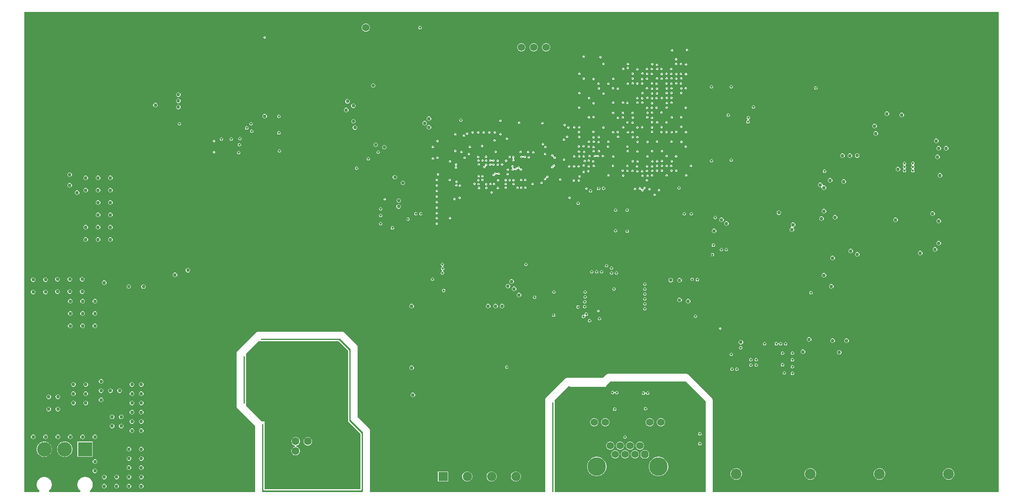
<source format=gbr>
%TF.GenerationSoftware,Altium Limited,Altium Designer,23.11.1 (41)*%
G04 Layer_Physical_Order=6*
G04 Layer_Color=16737945*
%FSLAX45Y45*%
%MOMM*%
%TF.SameCoordinates,1BD89016-B4D8-4A99-B54A-05B805E6E99A*%
%TF.FilePolarity,Positive*%
%TF.FileFunction,Copper,L6,Inr,Signal*%
%TF.Part,Single*%
G01*
G75*
%TA.AperFunction,ComponentPad*%
%ADD110C,6.20000*%
%ADD111C,3.50000*%
%ADD112C,2.20000*%
%ADD113C,3.00000*%
%ADD114R,3.00000X3.00000*%
%ADD115R,1.90500X1.90500*%
%ADD116C,1.90500*%
%ADD117C,1.60000*%
%ADD118C,0.60000*%
%ADD119C,1.52400*%
G04:AMPARAMS|DCode=120|XSize=1.524mm|YSize=1.524mm|CornerRadius=0mm|HoleSize=0mm|Usage=FLASHONLY|Rotation=0.000|XOffset=0mm|YOffset=0mm|HoleType=Round|Shape=Octagon|*
%AMOCTAGOND120*
4,1,8,0.76200,-0.38100,0.76200,0.38100,0.38100,0.76200,-0.38100,0.76200,-0.76200,0.38100,-0.76200,-0.38100,-0.38100,-0.76200,0.38100,-0.76200,0.76200,-0.38100,0.0*
%
%ADD120OCTAGOND120*%

%ADD121C,3.81000*%
%TA.AperFunction,ViaPad*%
%ADD122C,0.76200*%
%ADD123C,0.50000*%
%ADD124C,0.30480*%
%ADD125C,0.50800*%
%ADD126C,0.71120*%
%ADD127C,0.55880*%
G36*
X14152266Y2002134D02*
Y135782D01*
X11049000D01*
Y2032000D01*
X11341100Y2324100D01*
X11366500Y2298700D01*
X12103100D01*
Y2324100D01*
X12192000Y2413000D01*
X13741400D01*
X14152266Y2002134D01*
D02*
G37*
G36*
X4673102Y2924716D02*
Y1964784D01*
X4647702Y1951207D01*
X4643734Y1953859D01*
Y2935641D01*
X4647702Y2938293D01*
X4673102Y2924716D01*
D02*
G37*
G36*
X6794500Y3048000D02*
Y1587500D01*
X7048500Y1333500D01*
Y190500D01*
X5080000D01*
Y1587500D01*
X5016500D01*
X4699000Y1905000D01*
Y2984500D01*
X4953000Y3238500D01*
X6604000D01*
X6794500Y3048000D01*
D02*
G37*
G36*
X6849766Y3081787D02*
Y1651000D01*
X6852211Y1632434D01*
X6859377Y1615133D01*
X6870777Y1600277D01*
X7104453Y1366600D01*
Y135782D01*
X5024734D01*
Y1520218D01*
X5032589Y1529459D01*
X5047953Y1540136D01*
X5053893Y1538488D01*
X5054102Y1538327D01*
Y190500D01*
X5056074Y180589D01*
X5061688Y172188D01*
X5070089Y166574D01*
X5080000Y164602D01*
X7048500D01*
X7058411Y166574D01*
X7066812Y172188D01*
X7072426Y180589D01*
X7074398Y190500D01*
Y1333500D01*
X7072426Y1343411D01*
X7066812Y1351812D01*
X6820398Y1598227D01*
Y3048000D01*
X6818426Y3057911D01*
X6812812Y3066312D01*
X6622312Y3256812D01*
X6613911Y3262426D01*
X6604000Y3264398D01*
X5012784D01*
X4999207Y3289798D01*
X5001859Y3293766D01*
X6637787D01*
X6849766Y3081787D01*
D02*
G37*
G36*
X20184219Y135782D02*
X14295734D01*
Y2032000D01*
X14293289Y2050566D01*
X14286124Y2067867D01*
X14274722Y2082724D01*
X13893723Y2463723D01*
X13809367Y2548080D01*
X13794510Y2559480D01*
X13777209Y2566646D01*
X13758644Y2569090D01*
X12149356D01*
X12130790Y2566646D01*
X12113490Y2559480D01*
X12098633Y2548080D01*
X12035287Y2484734D01*
X11303000D01*
X11284434Y2482289D01*
X11267133Y2475123D01*
X11252276Y2463723D01*
X10871277Y2082723D01*
X10859877Y2067867D01*
X10852711Y2050566D01*
X10850266Y2032000D01*
Y135782D01*
X7247920D01*
Y1396313D01*
X7245476Y1414879D01*
X7238310Y1432180D01*
X7226910Y1447036D01*
X6993234Y1680713D01*
Y3111500D01*
X6990789Y3130066D01*
X6983623Y3147367D01*
X6972224Y3162223D01*
X6718223Y3416223D01*
X6703367Y3427623D01*
X6686066Y3434789D01*
X6667500Y3437234D01*
X4953000D01*
X4934434Y3434789D01*
X4917133Y3427623D01*
X4902276Y3416223D01*
X4521277Y3035223D01*
X4509877Y3020367D01*
X4502711Y3003066D01*
X4500266Y2984500D01*
Y1905000D01*
X4502711Y1886434D01*
X4509877Y1869133D01*
X4521277Y1854277D01*
X4881266Y1494287D01*
Y135782D01*
X1487986D01*
X1480281Y161182D01*
X1485588Y164727D01*
X1507523Y186662D01*
X1524757Y212455D01*
X1536628Y241115D01*
X1542680Y271539D01*
Y302560D01*
X1536628Y332985D01*
X1524757Y361645D01*
X1507523Y387438D01*
X1485588Y409373D01*
X1459795Y426607D01*
X1431135Y438478D01*
X1400710Y444530D01*
X1369689D01*
X1339265Y438478D01*
X1310605Y426607D01*
X1284812Y409373D01*
X1262877Y387438D01*
X1245643Y361645D01*
X1233772Y332985D01*
X1227720Y302560D01*
Y271539D01*
X1233772Y241115D01*
X1245643Y212455D01*
X1262877Y186662D01*
X1284812Y164727D01*
X1290119Y161182D01*
X1282413Y135782D01*
X647987D01*
X640281Y161182D01*
X645588Y164727D01*
X667523Y186662D01*
X684757Y212455D01*
X696628Y241115D01*
X702680Y271539D01*
Y302560D01*
X696628Y332985D01*
X684757Y361645D01*
X667523Y387438D01*
X645588Y409373D01*
X619795Y426607D01*
X591135Y438478D01*
X560711Y444530D01*
X529690D01*
X499265Y438478D01*
X470605Y426607D01*
X444812Y409373D01*
X422877Y387438D01*
X405643Y361645D01*
X393772Y332985D01*
X387720Y302560D01*
Y271539D01*
X393772Y241115D01*
X405643Y212455D01*
X422877Y186662D01*
X444812Y164727D01*
X450119Y161182D01*
X442414Y135782D01*
X135782D01*
Y10024218D01*
X20184219D01*
Y135782D01*
D02*
G37*
G36*
X11023102Y1972216D02*
Y135782D01*
X10993734D01*
Y1983141D01*
X10997702Y1985793D01*
X11023102Y1972216D01*
D02*
G37*
%LPC*%
G36*
X12331918Y2217420D02*
X12318782D01*
X12306646Y2212393D01*
X12297357Y2203104D01*
X12294778Y2196879D01*
X12294776Y2196876D01*
X12292946Y2194190D01*
X12268854D01*
X12267024Y2196876D01*
X12267022Y2196879D01*
X12264443Y2203104D01*
X12255154Y2212393D01*
X12243018Y2217420D01*
X12229882D01*
X12217746Y2212393D01*
X12208457Y2203104D01*
X12203430Y2190968D01*
Y2177832D01*
X12208457Y2165696D01*
X12217746Y2156407D01*
X12229882Y2151380D01*
X12243018D01*
X12255154Y2156407D01*
X12264443Y2165696D01*
X12267022Y2171921D01*
X12267024Y2171924D01*
X12268854Y2174610D01*
X12292946D01*
X12294776Y2171924D01*
X12294778Y2171921D01*
X12297357Y2165696D01*
X12306646Y2156407D01*
X12318782Y2151380D01*
X12331918D01*
X12344054Y2156407D01*
X12353343Y2165696D01*
X12358370Y2177832D01*
Y2190968D01*
X12353343Y2203104D01*
X12344054Y2212393D01*
X12331918Y2217420D01*
D02*
G37*
G36*
X12966917Y2204720D02*
X12953783D01*
X12941646Y2199693D01*
X12932356Y2190404D01*
X12929778Y2184179D01*
X12929776Y2184176D01*
X12927946Y2181490D01*
X12903854D01*
X12902023Y2184176D01*
X12902022Y2184179D01*
X12899443Y2190404D01*
X12890154Y2199693D01*
X12878018Y2204720D01*
X12864882D01*
X12852747Y2199693D01*
X12843457Y2190404D01*
X12838429Y2178268D01*
Y2165132D01*
X12843457Y2152996D01*
X12852747Y2143707D01*
X12864882Y2138680D01*
X12878018D01*
X12890154Y2143707D01*
X12899443Y2152996D01*
X12902022Y2159221D01*
X12902023Y2159224D01*
X12903854Y2161910D01*
X12927946D01*
X12929776Y2159224D01*
X12929778Y2159221D01*
X12932356Y2152996D01*
X12941646Y2143707D01*
X12953783Y2138680D01*
X12966917D01*
X12979054Y2143707D01*
X12988342Y2152996D01*
X12993370Y2165132D01*
Y2178268D01*
X12988342Y2190404D01*
X12979054Y2199693D01*
X12966917Y2204720D01*
D02*
G37*
G36*
X12922469Y1887220D02*
X12909332D01*
X12897195Y1882193D01*
X12887907Y1872904D01*
X12882880Y1860768D01*
Y1847632D01*
X12887907Y1835496D01*
X12897195Y1826207D01*
X12909332Y1821180D01*
X12922469D01*
X12934604Y1826207D01*
X12943893Y1835496D01*
X12948920Y1847632D01*
Y1860768D01*
X12943893Y1872904D01*
X12934604Y1882193D01*
X12922469Y1887220D01*
D02*
G37*
G36*
X12287468Y1874520D02*
X12274332D01*
X12262196Y1869493D01*
X12252907Y1860204D01*
X12247880Y1848068D01*
Y1834932D01*
X12252907Y1822796D01*
X12262196Y1813507D01*
X12274332Y1808480D01*
X12287468D01*
X12299604Y1813507D01*
X12308893Y1822796D01*
X12313920Y1834932D01*
Y1848068D01*
X12308893Y1860204D01*
X12299604Y1869493D01*
X12287468Y1874520D01*
D02*
G37*
G36*
X13244435Y1658620D02*
X13222365D01*
X13201047Y1652908D01*
X13181934Y1641873D01*
X13166327Y1626267D01*
X13155292Y1607153D01*
X13149580Y1585835D01*
Y1563765D01*
X13155292Y1542447D01*
X13166327Y1523333D01*
X13181934Y1507727D01*
X13201047Y1496692D01*
X13222365Y1490980D01*
X13244435D01*
X13265753Y1496692D01*
X13284866Y1507727D01*
X13300473Y1523333D01*
X13311508Y1542447D01*
X13317220Y1563765D01*
Y1585835D01*
X13311508Y1607153D01*
X13300473Y1626267D01*
X13284866Y1641873D01*
X13265753Y1652908D01*
X13244435Y1658620D01*
D02*
G37*
G36*
X13015836D02*
X12993765D01*
X12972447Y1652908D01*
X12953333Y1641873D01*
X12937727Y1626267D01*
X12926692Y1607153D01*
X12920979Y1585835D01*
Y1563765D01*
X12926692Y1542447D01*
X12937727Y1523333D01*
X12953333Y1507727D01*
X12972447Y1496692D01*
X12993765Y1490980D01*
X13015836D01*
X13037154Y1496692D01*
X13056267Y1507727D01*
X13071873Y1523333D01*
X13082909Y1542447D01*
X13088620Y1563765D01*
Y1585835D01*
X13082909Y1607153D01*
X13071873Y1626267D01*
X13056267Y1641873D01*
X13037154Y1652908D01*
X13015836Y1658620D01*
D02*
G37*
G36*
X12101435D02*
X12079365D01*
X12058047Y1652908D01*
X12038933Y1641873D01*
X12023327Y1626267D01*
X12012292Y1607153D01*
X12006580Y1585835D01*
Y1563765D01*
X12012292Y1542447D01*
X12023327Y1523333D01*
X12038933Y1507727D01*
X12058047Y1496692D01*
X12079365Y1490980D01*
X12101435D01*
X12122753Y1496692D01*
X12141867Y1507727D01*
X12157473Y1523333D01*
X12168508Y1542447D01*
X12174220Y1563765D01*
Y1585835D01*
X12168508Y1607153D01*
X12157473Y1626267D01*
X12141867Y1641873D01*
X12122753Y1652908D01*
X12101435Y1658620D01*
D02*
G37*
G36*
X11872835D02*
X11850765D01*
X11829447Y1652908D01*
X11810333Y1641873D01*
X11794727Y1626267D01*
X11783692Y1607153D01*
X11777980Y1585835D01*
Y1563765D01*
X11783692Y1542447D01*
X11794727Y1523333D01*
X11810333Y1507727D01*
X11829447Y1496692D01*
X11850765Y1490980D01*
X11872835D01*
X11894153Y1496692D01*
X11913267Y1507727D01*
X11928873Y1523333D01*
X11939908Y1542447D01*
X11945620Y1563765D01*
Y1585835D01*
X11939908Y1607153D01*
X11928873Y1626267D01*
X11913267Y1641873D01*
X11894153Y1652908D01*
X11872835Y1658620D01*
D02*
G37*
G36*
X14040068Y1366520D02*
X14026932D01*
X14014796Y1361493D01*
X14005507Y1352204D01*
X14000481Y1340068D01*
Y1326932D01*
X14005507Y1314796D01*
X14014796Y1305507D01*
X14026932Y1300480D01*
X14040068D01*
X14052203Y1305507D01*
X14061493Y1314796D01*
X14066521Y1326932D01*
Y1340068D01*
X14061493Y1352204D01*
X14052203Y1361493D01*
X14040068Y1366520D01*
D02*
G37*
G36*
X12503368Y1303020D02*
X12490232D01*
X12478096Y1297993D01*
X12468807Y1288704D01*
X12463780Y1276568D01*
Y1263432D01*
X12468807Y1251296D01*
X12478096Y1242007D01*
X12490232Y1236980D01*
X12503368D01*
X12515504Y1242007D01*
X12524793Y1251296D01*
X12529820Y1263432D01*
Y1276568D01*
X12524793Y1288704D01*
X12515504Y1297993D01*
X12503368Y1303020D01*
D02*
G37*
G36*
X14040068Y1163320D02*
X14026932D01*
X14014796Y1158293D01*
X14005507Y1149004D01*
X14000481Y1136868D01*
Y1123732D01*
X14005507Y1111596D01*
X14014796Y1102307D01*
X14026932Y1097280D01*
X14040068D01*
X14052203Y1102307D01*
X14061493Y1111596D01*
X14066521Y1123732D01*
Y1136868D01*
X14061493Y1149004D01*
X14052203Y1158293D01*
X14040068Y1163320D01*
D02*
G37*
G36*
X12812634Y1176020D02*
X12790565D01*
X12769247Y1170308D01*
X12750133Y1159273D01*
X12734527Y1143667D01*
X12723492Y1124553D01*
X12717780Y1103235D01*
Y1081165D01*
X12723492Y1059847D01*
X12734527Y1040733D01*
X12750133Y1025127D01*
X12769247Y1014092D01*
X12790565Y1008380D01*
X12812634D01*
X12833952Y1014092D01*
X12853067Y1025127D01*
X12868674Y1040733D01*
X12879707Y1059847D01*
X12885420Y1081165D01*
Y1103235D01*
X12879707Y1124553D01*
X12868674Y1143667D01*
X12853067Y1159273D01*
X12833952Y1170308D01*
X12812634Y1176020D01*
D02*
G37*
G36*
X12609435D02*
X12587365D01*
X12566047Y1170308D01*
X12546933Y1159273D01*
X12531327Y1143667D01*
X12520292Y1124553D01*
X12514580Y1103235D01*
Y1081165D01*
X12520292Y1059847D01*
X12531327Y1040733D01*
X12546933Y1025127D01*
X12566047Y1014092D01*
X12587365Y1008380D01*
X12609435D01*
X12630753Y1014092D01*
X12649867Y1025127D01*
X12665473Y1040733D01*
X12676508Y1059847D01*
X12682220Y1081165D01*
Y1103235D01*
X12676508Y1124553D01*
X12665473Y1143667D01*
X12649867Y1159273D01*
X12630753Y1170308D01*
X12609435Y1176020D01*
D02*
G37*
G36*
X12406235D02*
X12384165D01*
X12362847Y1170308D01*
X12343733Y1159273D01*
X12328127Y1143667D01*
X12317092Y1124553D01*
X12311380Y1103235D01*
Y1081165D01*
X12317092Y1059847D01*
X12328127Y1040733D01*
X12343733Y1025127D01*
X12362847Y1014092D01*
X12384165Y1008380D01*
X12406235D01*
X12427553Y1014092D01*
X12446667Y1025127D01*
X12462273Y1040733D01*
X12473308Y1059847D01*
X12479020Y1081165D01*
Y1103235D01*
X12473308Y1124553D01*
X12462273Y1143667D01*
X12446667Y1159273D01*
X12427553Y1170308D01*
X12406235Y1176020D01*
D02*
G37*
G36*
X12203035D02*
X12180965D01*
X12159647Y1170308D01*
X12140533Y1159273D01*
X12124927Y1143667D01*
X12113892Y1124553D01*
X12108180Y1103235D01*
Y1081165D01*
X12113892Y1059847D01*
X12124927Y1040733D01*
X12140533Y1025127D01*
X12159647Y1014092D01*
X12180965Y1008380D01*
X12203035D01*
X12224353Y1014092D01*
X12243467Y1025127D01*
X12259073Y1040733D01*
X12270108Y1059847D01*
X12275820Y1081165D01*
Y1103235D01*
X12270108Y1124553D01*
X12259073Y1143667D01*
X12243467Y1159273D01*
X12224353Y1170308D01*
X12203035Y1176020D01*
D02*
G37*
G36*
X12945110Y998220D02*
X12861290D01*
X12819380Y956310D01*
Y872490D01*
X12861290Y830580D01*
X12945110D01*
X12987019Y872490D01*
Y956310D01*
X12945110Y998220D01*
D02*
G37*
G36*
X12711035D02*
X12688965D01*
X12667647Y992508D01*
X12648533Y981473D01*
X12632927Y965867D01*
X12621892Y946753D01*
X12616180Y925435D01*
Y903365D01*
X12621892Y882047D01*
X12632927Y862933D01*
X12648533Y847327D01*
X12667647Y836292D01*
X12688965Y830580D01*
X12711035D01*
X12732353Y836292D01*
X12751467Y847327D01*
X12767073Y862933D01*
X12778108Y882047D01*
X12783820Y903365D01*
Y925435D01*
X12778108Y946753D01*
X12767073Y965867D01*
X12751467Y981473D01*
X12732353Y992508D01*
X12711035Y998220D01*
D02*
G37*
G36*
X12507835D02*
X12485765D01*
X12464447Y992508D01*
X12445333Y981473D01*
X12429727Y965867D01*
X12418692Y946753D01*
X12412980Y925435D01*
Y903365D01*
X12418692Y882047D01*
X12429727Y862933D01*
X12445333Y847327D01*
X12464447Y836292D01*
X12485765Y830580D01*
X12507835D01*
X12529153Y836292D01*
X12548267Y847327D01*
X12563873Y862933D01*
X12574908Y882047D01*
X12580620Y903365D01*
Y925435D01*
X12574908Y946753D01*
X12563873Y965867D01*
X12548267Y981473D01*
X12529153Y992508D01*
X12507835Y998220D01*
D02*
G37*
G36*
X12304635D02*
X12282565D01*
X12261247Y992508D01*
X12242133Y981473D01*
X12226527Y965867D01*
X12215492Y946753D01*
X12209780Y925435D01*
Y903365D01*
X12215492Y882047D01*
X12226527Y862933D01*
X12242133Y847327D01*
X12261247Y836292D01*
X12282565Y830580D01*
X12304635D01*
X12325953Y836292D01*
X12345067Y847327D01*
X12360673Y862933D01*
X12371708Y882047D01*
X12377420Y903365D01*
Y925435D01*
X12371708Y946753D01*
X12360673Y965867D01*
X12345067Y981473D01*
X12325953Y992508D01*
X12304635Y998220D01*
D02*
G37*
G36*
X13202113Y858520D02*
X13163087D01*
X13124809Y850906D01*
X13088754Y835972D01*
X13056306Y814290D01*
X13028709Y786694D01*
X13007028Y754245D01*
X12992094Y718190D01*
X12984480Y679913D01*
Y640887D01*
X12992094Y602610D01*
X13007028Y566555D01*
X13028709Y534106D01*
X13056306Y506510D01*
X13088754Y484828D01*
X13124809Y469894D01*
X13163087Y462280D01*
X13202113D01*
X13240390Y469894D01*
X13276445Y484828D01*
X13308894Y506510D01*
X13336490Y534106D01*
X13358173Y566555D01*
X13373106Y602610D01*
X13380721Y640887D01*
Y679913D01*
X13373106Y718190D01*
X13358173Y754245D01*
X13336490Y786694D01*
X13308894Y814290D01*
X13276445Y835972D01*
X13240390Y850906D01*
X13202113Y858520D01*
D02*
G37*
G36*
X11932113D02*
X11893087D01*
X11854810Y850906D01*
X11818755Y835972D01*
X11786306Y814290D01*
X11758710Y786694D01*
X11737028Y754245D01*
X11722094Y718190D01*
X11714480Y679913D01*
Y640887D01*
X11722094Y602610D01*
X11737028Y566555D01*
X11758710Y534106D01*
X11786306Y506510D01*
X11818755Y484828D01*
X11854810Y469894D01*
X11893087Y462280D01*
X11932113D01*
X11970390Y469894D01*
X12006445Y484828D01*
X12038894Y506510D01*
X12066490Y534106D01*
X12088172Y566555D01*
X12103106Y602610D01*
X12110720Y640887D01*
Y679913D01*
X12103106Y718190D01*
X12088172Y754245D01*
X12066490Y786694D01*
X12038894Y814290D01*
X12006445Y835972D01*
X11970390Y850906D01*
X11932113Y858520D01*
D02*
G37*
G36*
X5978535Y1268820D02*
X5955465D01*
X5933180Y1262849D01*
X5913200Y1251313D01*
X5896887Y1235000D01*
X5885351Y1215020D01*
X5879380Y1192735D01*
Y1169665D01*
X5885351Y1147380D01*
X5896887Y1127400D01*
X5913200Y1111087D01*
X5933180Y1099551D01*
X5955465Y1093580D01*
X5978535D01*
X6000820Y1099551D01*
X6020800Y1111087D01*
X6037113Y1127400D01*
X6048649Y1147380D01*
X6054620Y1169665D01*
Y1192735D01*
X6048649Y1215020D01*
X6037113Y1235000D01*
X6020800Y1251313D01*
X6000820Y1262849D01*
X5978535Y1268820D01*
D02*
G37*
G36*
X5728535D02*
X5705465D01*
X5683180Y1262849D01*
X5663200Y1251313D01*
X5646887Y1235000D01*
X5635351Y1215020D01*
X5629380Y1192735D01*
Y1169665D01*
X5635351Y1147380D01*
X5646887Y1127400D01*
X5663200Y1111087D01*
X5683180Y1099551D01*
X5703368Y1094142D01*
X5705464Y1093580D01*
Y1068820D01*
X5703368Y1068258D01*
X5683180Y1062849D01*
X5663200Y1051313D01*
X5646887Y1035000D01*
X5635351Y1015020D01*
X5629380Y992735D01*
Y969665D01*
X5635351Y947380D01*
X5646887Y927400D01*
X5663200Y911087D01*
X5683180Y899551D01*
X5705465Y893580D01*
X5728535D01*
X5750820Y899551D01*
X5770800Y911087D01*
X5787113Y927400D01*
X5798649Y947380D01*
X5804620Y969665D01*
Y992735D01*
X5798649Y1015020D01*
X5787113Y1035000D01*
X5770800Y1051313D01*
X5750820Y1062849D01*
X5730632Y1068258D01*
X5728536Y1068820D01*
Y1093580D01*
X5730632Y1094142D01*
X5750820Y1099551D01*
X5770800Y1111087D01*
X5787113Y1127400D01*
X5798649Y1147380D01*
X5804620Y1169665D01*
Y1192735D01*
X5798649Y1215020D01*
X5787113Y1235000D01*
X5770800Y1251313D01*
X5750820Y1262849D01*
X5728535Y1268820D01*
D02*
G37*
G36*
X8282748Y9732420D02*
X8269612D01*
X8257476Y9727393D01*
X8248187Y9718104D01*
X8243160Y9705968D01*
Y9692832D01*
X8248187Y9680696D01*
X8257476Y9671407D01*
X8269612Y9666380D01*
X8282748D01*
X8294884Y9671407D01*
X8304173Y9680696D01*
X8309200Y9692832D01*
Y9705968D01*
X8304173Y9718104D01*
X8294884Y9727393D01*
X8282748Y9732420D01*
D02*
G37*
G36*
X7173835Y9786620D02*
X7151765D01*
X7130447Y9780908D01*
X7111333Y9769873D01*
X7095727Y9754267D01*
X7084692Y9735153D01*
X7078980Y9713835D01*
Y9691765D01*
X7084692Y9670447D01*
X7095727Y9651333D01*
X7111333Y9635727D01*
X7130447Y9624692D01*
X7151765Y9618980D01*
X7173835D01*
X7195153Y9624692D01*
X7214267Y9635727D01*
X7229873Y9651333D01*
X7240908Y9670447D01*
X7246620Y9691765D01*
Y9713835D01*
X7240908Y9735153D01*
X7229873Y9754267D01*
X7214267Y9769873D01*
X7195153Y9780908D01*
X7173835Y9786620D01*
D02*
G37*
G36*
X5084547Y9522460D02*
X5075453D01*
X5067051Y9518980D01*
X5060620Y9512549D01*
X5057140Y9504147D01*
Y9495053D01*
X5060620Y9486651D01*
X5067051Y9480220D01*
X5075453Y9476740D01*
X5084547D01*
X5092949Y9480220D01*
X5099380Y9486651D01*
X5102860Y9495053D01*
Y9504147D01*
X5099380Y9512549D01*
X5092949Y9518980D01*
X5084547Y9522460D01*
D02*
G37*
G36*
X13776070Y9261423D02*
X13766975D01*
X13758574Y9257943D01*
X13752142Y9251512D01*
X13748663Y9243110D01*
Y9234016D01*
X13752142Y9225614D01*
X13758574Y9219183D01*
X13766975Y9215703D01*
X13776070D01*
X13784473Y9219183D01*
X13790903Y9225614D01*
X13794383Y9234016D01*
Y9243110D01*
X13790903Y9251512D01*
X13784473Y9257943D01*
X13776070Y9261423D01*
D02*
G37*
G36*
X10882235Y9380220D02*
X10860165D01*
X10838847Y9374508D01*
X10819733Y9363473D01*
X10804127Y9347867D01*
X10793092Y9328753D01*
X10787380Y9307435D01*
Y9285365D01*
X10793092Y9264047D01*
X10804127Y9244933D01*
X10819733Y9229327D01*
X10838847Y9218292D01*
X10860165Y9212580D01*
X10882235D01*
X10903553Y9218292D01*
X10922667Y9229327D01*
X10938273Y9244933D01*
X10949308Y9264047D01*
X10955020Y9285365D01*
Y9307435D01*
X10949308Y9328753D01*
X10938273Y9347867D01*
X10922667Y9363473D01*
X10903553Y9374508D01*
X10882235Y9380220D01*
D02*
G37*
G36*
X10628235D02*
X10606165D01*
X10584847Y9374508D01*
X10565733Y9363473D01*
X10550127Y9347867D01*
X10539092Y9328753D01*
X10533380Y9307435D01*
Y9285365D01*
X10539092Y9264047D01*
X10550127Y9244933D01*
X10565733Y9229327D01*
X10584847Y9218292D01*
X10606165Y9212580D01*
X10628235D01*
X10649553Y9218292D01*
X10668667Y9229327D01*
X10684273Y9244933D01*
X10695308Y9264047D01*
X10701020Y9285365D01*
Y9307435D01*
X10695308Y9328753D01*
X10684273Y9347867D01*
X10668667Y9363473D01*
X10649553Y9374508D01*
X10628235Y9380220D01*
D02*
G37*
G36*
X10374235D02*
X10352165D01*
X10330847Y9374508D01*
X10311733Y9363473D01*
X10296127Y9347867D01*
X10285092Y9328753D01*
X10279380Y9307435D01*
Y9285365D01*
X10285092Y9264047D01*
X10296127Y9244933D01*
X10311733Y9229327D01*
X10330847Y9218292D01*
X10352165Y9212580D01*
X10374235D01*
X10395553Y9218292D01*
X10414667Y9229327D01*
X10430273Y9244933D01*
X10441308Y9264047D01*
X10447020Y9285365D01*
Y9307435D01*
X10441308Y9328753D01*
X10430273Y9347867D01*
X10414667Y9363473D01*
X10395553Y9374508D01*
X10374235Y9380220D01*
D02*
G37*
G36*
X13465860Y9257387D02*
X13456766D01*
X13448364Y9253907D01*
X13441933Y9247476D01*
X13438454Y9239074D01*
Y9229980D01*
X13441933Y9221578D01*
X13448364Y9215147D01*
X13456766Y9211667D01*
X13465860D01*
X13474261Y9215147D01*
X13480693Y9221578D01*
X13484174Y9229980D01*
Y9239074D01*
X13480693Y9247476D01*
X13474261Y9253907D01*
X13465860Y9257387D01*
D02*
G37*
G36*
X11650447Y9128760D02*
X11641353D01*
X11632951Y9125280D01*
X11626520Y9118849D01*
X11623040Y9110447D01*
Y9101353D01*
X11626520Y9092951D01*
X11632951Y9086520D01*
X11641353Y9083040D01*
X11650447D01*
X11658849Y9086520D01*
X11665280Y9092951D01*
X11668760Y9101353D01*
Y9110447D01*
X11665280Y9118849D01*
X11658849Y9125280D01*
X11650447Y9128760D01*
D02*
G37*
G36*
X11993347Y9116060D02*
X11984253D01*
X11975851Y9112580D01*
X11969420Y9106149D01*
X11965940Y9097747D01*
Y9088653D01*
X11969420Y9080251D01*
X11975851Y9073820D01*
X11984253Y9070340D01*
X11993347D01*
X12001749Y9073820D01*
X12008180Y9080251D01*
X12011660Y9088653D01*
Y9097747D01*
X12008180Y9106149D01*
X12001749Y9112580D01*
X11993347Y9116060D01*
D02*
G37*
G36*
X13549635Y9073699D02*
X13540543D01*
X13532140Y9070219D01*
X13525710Y9063789D01*
X13522229Y9055387D01*
Y9046292D01*
X13525710Y9037890D01*
X13532140Y9031460D01*
X13540543Y9027979D01*
X13549635D01*
X13558038Y9031460D01*
X13564468Y9037890D01*
X13567949Y9046292D01*
Y9055387D01*
X13564468Y9063789D01*
X13558038Y9070219D01*
X13549635Y9073699D01*
D02*
G37*
G36*
X12056011Y8978370D02*
X12046917D01*
X12038515Y8974890D01*
X12032085Y8968459D01*
X12028604Y8960057D01*
Y8950963D01*
X12032085Y8942561D01*
X12038515Y8936130D01*
X12046917Y8932650D01*
X12056011D01*
X12064414Y8936130D01*
X12070844Y8942561D01*
X12074324Y8950963D01*
Y8960057D01*
X12070844Y8968459D01*
X12064414Y8974890D01*
X12056011Y8978370D01*
D02*
G37*
G36*
X12558037Y8976360D02*
X12548943D01*
X12540541Y8972880D01*
X12534111Y8966449D01*
X12530630Y8958047D01*
Y8948953D01*
X12534111Y8940551D01*
X12540541Y8934120D01*
X12548943Y8930640D01*
X12558037D01*
X12566439Y8934120D01*
X12572870Y8940551D01*
X12576350Y8948953D01*
Y8958047D01*
X12572870Y8966449D01*
X12566439Y8972880D01*
X12558037Y8976360D01*
D02*
G37*
G36*
X13649635Y8973699D02*
X13640543D01*
X13632140Y8970219D01*
X13625710Y8963789D01*
X13622229Y8955386D01*
Y8946292D01*
X13625710Y8937890D01*
X13632140Y8931460D01*
X13640543Y8927979D01*
X13649635D01*
X13658038Y8931460D01*
X13664468Y8937890D01*
X13667949Y8946292D01*
Y8955386D01*
X13664468Y8963789D01*
X13658038Y8970219D01*
X13649635Y8973699D01*
D02*
G37*
G36*
X13549635D02*
X13540543D01*
X13532140Y8970219D01*
X13525710Y8963789D01*
X13522229Y8955386D01*
Y8946292D01*
X13525710Y8937890D01*
X13532140Y8931460D01*
X13540543Y8927979D01*
X13549635D01*
X13558038Y8931460D01*
X13564468Y8937890D01*
X13567949Y8946292D01*
Y8955386D01*
X13564468Y8963789D01*
X13558038Y8970219D01*
X13549635Y8973699D01*
D02*
G37*
G36*
X13059413Y8971995D02*
X13050317D01*
X13041916Y8968514D01*
X13035486Y8962084D01*
X13032005Y8953682D01*
Y8944588D01*
X13035486Y8936186D01*
X13041916Y8929755D01*
X13050317Y8926275D01*
X13059413D01*
X13067815Y8929755D01*
X13074245Y8936186D01*
X13077725Y8944588D01*
Y8953682D01*
X13074245Y8962084D01*
X13067815Y8968514D01*
X13059413Y8971995D01*
D02*
G37*
G36*
X13753671Y8967959D02*
X13744579D01*
X13736176Y8964479D01*
X13729745Y8958048D01*
X13726265Y8949646D01*
Y8940552D01*
X13729745Y8932150D01*
X13736176Y8925719D01*
X13744579Y8922239D01*
X13753671D01*
X13762074Y8925719D01*
X13768504Y8932150D01*
X13771985Y8940552D01*
Y8949646D01*
X13768504Y8958048D01*
X13762074Y8964479D01*
X13753671Y8967959D01*
D02*
G37*
G36*
X13156522Y8955509D02*
X13147427D01*
X13139026Y8952029D01*
X13132596Y8945598D01*
X13129115Y8937196D01*
Y8928102D01*
X13132596Y8919700D01*
X13139026Y8913269D01*
X13147427Y8909789D01*
X13156522D01*
X13164925Y8913269D01*
X13171355Y8919700D01*
X13174835Y8928102D01*
Y8937196D01*
X13171355Y8945598D01*
X13164925Y8952029D01*
X13156522Y8955509D01*
D02*
G37*
G36*
X12554524Y8893335D02*
X12545430D01*
X12537028Y8889854D01*
X12530597Y8883424D01*
X12527117Y8875022D01*
Y8865928D01*
X12530597Y8857526D01*
X12537028Y8851095D01*
X12545430Y8847615D01*
X12554524D01*
X12562926Y8851095D01*
X12569357Y8857526D01*
X12572837Y8865928D01*
Y8875022D01*
X12569357Y8883424D01*
X12562926Y8889854D01*
X12554524Y8893335D01*
D02*
G37*
G36*
X13250647Y8874760D02*
X13241553D01*
X13233151Y8871280D01*
X13226720Y8864849D01*
X13223241Y8856447D01*
Y8847353D01*
X13226720Y8838951D01*
X13233151Y8832520D01*
X13241553Y8829040D01*
X13250647D01*
X13259048Y8832520D01*
X13265480Y8838951D01*
X13268961Y8847353D01*
Y8856447D01*
X13265480Y8864849D01*
X13259048Y8871280D01*
X13250647Y8874760D01*
D02*
G37*
G36*
X13161748D02*
X13152654D01*
X13144250Y8871280D01*
X13137820Y8864849D01*
X13134340Y8856447D01*
Y8847353D01*
X13137820Y8838951D01*
X13144250Y8832520D01*
X13152654Y8829040D01*
X13161748D01*
X13170149Y8832520D01*
X13176579Y8838951D01*
X13180060Y8847353D01*
Y8856447D01*
X13176579Y8864849D01*
X13170149Y8871280D01*
X13161748Y8874760D01*
D02*
G37*
G36*
X13449635Y8873699D02*
X13440543D01*
X13432140Y8870219D01*
X13425710Y8863788D01*
X13422229Y8855386D01*
Y8846292D01*
X13425710Y8837890D01*
X13432140Y8831460D01*
X13440543Y8827979D01*
X13449635D01*
X13458038Y8831460D01*
X13464468Y8837890D01*
X13467949Y8846292D01*
Y8855386D01*
X13464468Y8863788D01*
X13458038Y8870219D01*
X13449635Y8873699D01*
D02*
G37*
G36*
X13049635D02*
X13040543D01*
X13032140Y8870219D01*
X13025710Y8863788D01*
X13022229Y8855386D01*
Y8846292D01*
X13025710Y8837890D01*
X13032140Y8831460D01*
X13040543Y8827979D01*
X13049635D01*
X13058038Y8831460D01*
X13064468Y8837890D01*
X13067949Y8846292D01*
Y8855386D01*
X13064468Y8863788D01*
X13058038Y8870219D01*
X13049635Y8873699D01*
D02*
G37*
G36*
X12949635D02*
X12940543D01*
X12932140Y8870219D01*
X12925710Y8863788D01*
X12922229Y8855386D01*
Y8846292D01*
X12925710Y8837890D01*
X12932140Y8831460D01*
X12940543Y8827979D01*
X12949635D01*
X12958038Y8831460D01*
X12964468Y8837890D01*
X12967949Y8846292D01*
Y8855386D01*
X12964468Y8863788D01*
X12958038Y8870219D01*
X12949635Y8873699D01*
D02*
G37*
G36*
X12460047Y8871360D02*
X12450953D01*
X12442551Y8867880D01*
X12436120Y8861449D01*
X12432640Y8853047D01*
Y8843953D01*
X12436120Y8835551D01*
X12442551Y8829120D01*
X12450953Y8825640D01*
X12460047D01*
X12468449Y8829120D01*
X12474880Y8835551D01*
X12478360Y8843953D01*
Y8853047D01*
X12474880Y8861449D01*
X12468449Y8867880D01*
X12460047Y8871360D01*
D02*
G37*
G36*
X12753037Y8867324D02*
X12743943D01*
X12735541Y8863844D01*
X12729110Y8857413D01*
X12725630Y8849011D01*
Y8839917D01*
X12729110Y8831515D01*
X12735541Y8825084D01*
X12743943Y8821604D01*
X12753037D01*
X12761439Y8825084D01*
X12767870Y8831515D01*
X12771350Y8839917D01*
Y8849011D01*
X12767870Y8857413D01*
X12761439Y8863844D01*
X12753037Y8867324D01*
D02*
G37*
G36*
X12856010Y8778370D02*
X12846918D01*
X12838515Y8774889D01*
X12832085Y8768459D01*
X12828604Y8760057D01*
Y8750963D01*
X12832085Y8742561D01*
X12838515Y8736130D01*
X12846918Y8732650D01*
X12856010D01*
X12864413Y8736130D01*
X12870844Y8742561D01*
X12874324Y8750963D01*
Y8760057D01*
X12870844Y8768459D01*
X12864413Y8774889D01*
X12856010Y8778370D01*
D02*
G37*
G36*
X12656119Y8776460D02*
X12647025D01*
X12638623Y8772979D01*
X12632192Y8766549D01*
X12628712Y8758147D01*
Y8749053D01*
X12632192Y8740651D01*
X12638623Y8734220D01*
X12647025Y8730740D01*
X12656119D01*
X12664521Y8734220D01*
X12670952Y8740651D01*
X12674432Y8749053D01*
Y8758147D01*
X12670952Y8766549D01*
X12664521Y8772979D01*
X12656119Y8776460D01*
D02*
G37*
G36*
X13349001Y8774334D02*
X13339906D01*
X13331505Y8770854D01*
X13325075Y8764423D01*
X13321594Y8756021D01*
Y8746927D01*
X13325075Y8738525D01*
X13331505Y8732094D01*
X13339906Y8728614D01*
X13349001D01*
X13357404Y8732094D01*
X13363834Y8738525D01*
X13367314Y8746927D01*
Y8756021D01*
X13363834Y8764423D01*
X13357404Y8770854D01*
X13349001Y8774334D01*
D02*
G37*
G36*
X12953824Y8773847D02*
X12944730D01*
X12936328Y8770367D01*
X12929897Y8763936D01*
X12926418Y8755534D01*
Y8746440D01*
X12929897Y8738038D01*
X12936328Y8731607D01*
X12944730Y8728127D01*
X12953824D01*
X12962225Y8731607D01*
X12968657Y8738038D01*
X12972137Y8746440D01*
Y8755534D01*
X12968657Y8763936D01*
X12962225Y8770367D01*
X12953824Y8773847D01*
D02*
G37*
G36*
X13649635Y8773699D02*
X13640543D01*
X13632140Y8770219D01*
X13625710Y8763788D01*
X13622229Y8755386D01*
Y8746292D01*
X13625710Y8737890D01*
X13632140Y8731460D01*
X13640543Y8727979D01*
X13649635D01*
X13658038Y8731460D01*
X13664468Y8737890D01*
X13667949Y8746292D01*
Y8755386D01*
X13664468Y8763788D01*
X13658038Y8770219D01*
X13649635Y8773699D01*
D02*
G37*
G36*
X13449635D02*
X13440543D01*
X13432140Y8770219D01*
X13425710Y8763788D01*
X13422229Y8755386D01*
Y8746292D01*
X13425710Y8737890D01*
X13432140Y8731460D01*
X13440543Y8727979D01*
X13449635D01*
X13458038Y8731460D01*
X13464468Y8737890D01*
X13467949Y8746292D01*
Y8755386D01*
X13464468Y8763788D01*
X13458038Y8770219D01*
X13449635Y8773699D01*
D02*
G37*
G36*
X13049635D02*
X13040543D01*
X13032140Y8770219D01*
X13025710Y8763788D01*
X13022229Y8755386D01*
Y8746292D01*
X13025710Y8737890D01*
X13032140Y8731460D01*
X13040543Y8727979D01*
X13049635D01*
X13058038Y8731460D01*
X13064468Y8737890D01*
X13067949Y8746292D01*
Y8755386D01*
X13064468Y8763788D01*
X13058038Y8770219D01*
X13049635Y8773699D01*
D02*
G37*
G36*
X11560047Y8771360D02*
X11550953D01*
X11542551Y8767880D01*
X11536120Y8761449D01*
X11532640Y8753047D01*
Y8743953D01*
X11536120Y8735551D01*
X11542551Y8729120D01*
X11550953Y8725640D01*
X11560047D01*
X11568449Y8729120D01*
X11574880Y8735551D01*
X11578360Y8743953D01*
Y8753047D01*
X11574880Y8761449D01*
X11568449Y8767880D01*
X11560047Y8771360D01*
D02*
G37*
G36*
X13553671Y8767959D02*
X13544579D01*
X13536176Y8764479D01*
X13529745Y8758048D01*
X13526265Y8749646D01*
Y8740552D01*
X13529745Y8732150D01*
X13536176Y8725719D01*
X13544579Y8722239D01*
X13553671D01*
X13562074Y8725719D01*
X13568504Y8732150D01*
X13571985Y8740552D01*
Y8749646D01*
X13568504Y8758048D01*
X13562074Y8764479D01*
X13553671Y8767959D01*
D02*
G37*
G36*
X13253671D02*
X13244579D01*
X13236176Y8764479D01*
X13229745Y8758048D01*
X13226265Y8749646D01*
Y8740552D01*
X13229745Y8732150D01*
X13236176Y8725719D01*
X13244579Y8722239D01*
X13253671D01*
X13262074Y8725719D01*
X13268504Y8732150D01*
X13271985Y8740552D01*
Y8749646D01*
X13268504Y8758048D01*
X13262074Y8764479D01*
X13253671Y8767959D01*
D02*
G37*
G36*
X13753036Y8767324D02*
X13743942D01*
X13735541Y8763844D01*
X13729111Y8757413D01*
X13725630Y8749011D01*
Y8739917D01*
X13729111Y8731515D01*
X13735541Y8725084D01*
X13743942Y8721604D01*
X13753036D01*
X13761440Y8725084D01*
X13767870Y8731515D01*
X13771350Y8739917D01*
Y8749011D01*
X13767870Y8757413D01*
X13761440Y8763844D01*
X13753036Y8767324D01*
D02*
G37*
G36*
X13655377Y8677735D02*
X13646281D01*
X13637880Y8674255D01*
X13631450Y8667824D01*
X13627969Y8659422D01*
Y8650328D01*
X13631450Y8641926D01*
X13637880Y8635496D01*
X13646281Y8632015D01*
X13655377D01*
X13663779Y8635496D01*
X13670209Y8641926D01*
X13673689Y8650328D01*
Y8659422D01*
X13670209Y8667824D01*
X13663779Y8674255D01*
X13655377Y8677735D01*
D02*
G37*
G36*
X13455377D02*
X13446281D01*
X13437880Y8674255D01*
X13431450Y8667824D01*
X13427969Y8659422D01*
Y8650328D01*
X13431450Y8641926D01*
X13437880Y8635496D01*
X13446281Y8632015D01*
X13455377D01*
X13463779Y8635496D01*
X13470209Y8641926D01*
X13473689Y8650328D01*
Y8659422D01*
X13470209Y8667824D01*
X13463779Y8674255D01*
X13455377Y8677735D01*
D02*
G37*
G36*
X13355377D02*
X13346281D01*
X13337880Y8674255D01*
X13331450Y8667824D01*
X13327969Y8659422D01*
Y8650328D01*
X13331450Y8641926D01*
X13337880Y8635496D01*
X13346281Y8632015D01*
X13355377D01*
X13363779Y8635496D01*
X13370209Y8641926D01*
X13373689Y8650328D01*
Y8659422D01*
X13370209Y8667824D01*
X13363779Y8674255D01*
X13355377Y8677735D01*
D02*
G37*
G36*
X13155377D02*
X13146283D01*
X13137881Y8674255D01*
X13131450Y8667824D01*
X13127969Y8659422D01*
Y8650328D01*
X13131450Y8641926D01*
X13137881Y8635496D01*
X13146283Y8632015D01*
X13155377D01*
X13163779Y8635496D01*
X13170209Y8641926D01*
X13173689Y8650328D01*
Y8659422D01*
X13170209Y8667824D01*
X13163779Y8674255D01*
X13155377Y8677735D01*
D02*
G37*
G36*
X12655017Y8674847D02*
X12645922D01*
X12637520Y8671367D01*
X12631090Y8664936D01*
X12627609Y8656534D01*
Y8647440D01*
X12631090Y8639038D01*
X12637520Y8632608D01*
X12645922Y8629127D01*
X12655017D01*
X12663419Y8632608D01*
X12669849Y8639038D01*
X12673329Y8647440D01*
Y8656534D01*
X12669849Y8664936D01*
X12663419Y8671367D01*
X12655017Y8674847D01*
D02*
G37*
G36*
X11649002Y8674334D02*
X11639907D01*
X11631505Y8670854D01*
X11625075Y8664423D01*
X11621594Y8656021D01*
Y8646927D01*
X11625075Y8638525D01*
X11631505Y8632094D01*
X11639907Y8628614D01*
X11649002D01*
X11657404Y8632094D01*
X11663834Y8638525D01*
X11667314Y8646927D01*
Y8656021D01*
X11663834Y8664423D01*
X11657404Y8670854D01*
X11649002Y8674334D01*
D02*
G37*
G36*
X13552907Y8674100D02*
X13543813D01*
X13535411Y8670620D01*
X13528979Y8664189D01*
X13525500Y8655787D01*
Y8646693D01*
X13528979Y8638291D01*
X13535411Y8631860D01*
X13543813Y8628380D01*
X13552907D01*
X13561308Y8631860D01*
X13567740Y8638291D01*
X13571220Y8646693D01*
Y8655787D01*
X13567740Y8664189D01*
X13561308Y8670620D01*
X13552907Y8674100D01*
D02*
G37*
G36*
X12949635Y8673699D02*
X12940543D01*
X12932140Y8670219D01*
X12925710Y8663789D01*
X12922229Y8655387D01*
Y8646292D01*
X12925710Y8637890D01*
X12932140Y8631460D01*
X12940543Y8627979D01*
X12949635D01*
X12958038Y8631460D01*
X12964468Y8637890D01*
X12967949Y8646292D01*
Y8655387D01*
X12964468Y8663789D01*
X12958038Y8670219D01*
X12949635Y8673699D01*
D02*
G37*
G36*
X12260047Y8671360D02*
X12250953D01*
X12242551Y8667880D01*
X12236120Y8661449D01*
X12232640Y8653047D01*
Y8643953D01*
X12236120Y8635551D01*
X12242551Y8629120D01*
X12250953Y8625640D01*
X12260047D01*
X12268449Y8629120D01*
X12274880Y8635551D01*
X12278360Y8643953D01*
Y8653047D01*
X12274880Y8661449D01*
X12268449Y8667880D01*
X12260047Y8671360D01*
D02*
G37*
G36*
X13253671Y8667959D02*
X13244579D01*
X13236176Y8664478D01*
X13229745Y8658048D01*
X13226265Y8649646D01*
Y8640552D01*
X13229745Y8632150D01*
X13236176Y8625719D01*
X13244579Y8622239D01*
X13253671D01*
X13262074Y8625719D01*
X13268504Y8632150D01*
X13271985Y8640552D01*
Y8649646D01*
X13268504Y8658048D01*
X13262074Y8664478D01*
X13253671Y8667959D01*
D02*
G37*
G36*
X12853036Y8667324D02*
X12843942D01*
X12835541Y8663844D01*
X12829111Y8657413D01*
X12825630Y8649011D01*
Y8639917D01*
X12829111Y8631515D01*
X12835541Y8625084D01*
X12843942Y8621604D01*
X12853036D01*
X12861440Y8625084D01*
X12867870Y8631515D01*
X12871350Y8639917D01*
Y8649011D01*
X12867870Y8657413D01*
X12861440Y8663844D01*
X12853036Y8667324D01*
D02*
G37*
G36*
X11853037D02*
X11843943D01*
X11835541Y8663844D01*
X11829110Y8657413D01*
X11825630Y8649011D01*
Y8639917D01*
X11829110Y8631515D01*
X11835541Y8625084D01*
X11843943Y8621604D01*
X11853037D01*
X11861439Y8625084D01*
X11867870Y8631515D01*
X11871350Y8639917D01*
Y8649011D01*
X11867870Y8657413D01*
X11861439Y8663844D01*
X11853037Y8667324D01*
D02*
G37*
G36*
X13056010Y8578370D02*
X13046918D01*
X13038515Y8574890D01*
X13032085Y8568459D01*
X13028604Y8560057D01*
Y8550963D01*
X13032085Y8542561D01*
X13038515Y8536130D01*
X13046918Y8532650D01*
X13056010D01*
X13064413Y8536130D01*
X13070844Y8542561D01*
X13074324Y8550963D01*
Y8560057D01*
X13070844Y8568459D01*
X13064413Y8574890D01*
X13056010Y8578370D01*
D02*
G37*
G36*
X13555377Y8577735D02*
X13546283D01*
X13537880Y8574255D01*
X13531450Y8567824D01*
X13527969Y8559422D01*
Y8550328D01*
X13531450Y8541926D01*
X13537880Y8535496D01*
X13546283Y8532015D01*
X13555377D01*
X13563779Y8535496D01*
X13570209Y8541926D01*
X13573689Y8550328D01*
Y8559422D01*
X13570209Y8567824D01*
X13563779Y8574255D01*
X13555377Y8577735D01*
D02*
G37*
G36*
X12655017Y8575357D02*
X12645922D01*
X12637520Y8571877D01*
X12631090Y8565446D01*
X12627609Y8557044D01*
Y8547950D01*
X12631090Y8539548D01*
X12637520Y8533118D01*
X12645922Y8529637D01*
X12655017D01*
X12663419Y8533118D01*
X12669849Y8539548D01*
X12673329Y8547950D01*
Y8557044D01*
X12669849Y8565446D01*
X12663419Y8571877D01*
X12655017Y8575357D01*
D02*
G37*
G36*
X13349001Y8574334D02*
X13339906D01*
X13331505Y8570854D01*
X13325075Y8564423D01*
X13321594Y8556021D01*
Y8546927D01*
X13325075Y8538525D01*
X13331505Y8532094D01*
X13339906Y8528614D01*
X13349001D01*
X13357404Y8532094D01*
X13363834Y8538525D01*
X13367314Y8546927D01*
Y8556021D01*
X13363834Y8564423D01*
X13357404Y8570854D01*
X13349001Y8574334D01*
D02*
G37*
G36*
X13649635Y8573699D02*
X13640543D01*
X13632140Y8570219D01*
X13625710Y8563789D01*
X13622229Y8555386D01*
Y8546292D01*
X13625710Y8537890D01*
X13632140Y8531460D01*
X13640543Y8527979D01*
X13649635D01*
X13658038Y8531460D01*
X13664468Y8537890D01*
X13667949Y8546292D01*
Y8555386D01*
X13664468Y8563789D01*
X13658038Y8570219D01*
X13649635Y8573699D01*
D02*
G37*
G36*
X12849635D02*
X12840543D01*
X12832140Y8570219D01*
X12825710Y8563789D01*
X12822229Y8555386D01*
Y8546292D01*
X12825710Y8537890D01*
X12832140Y8531460D01*
X12840543Y8527979D01*
X12849635D01*
X12858038Y8531460D01*
X12864468Y8537890D01*
X12867949Y8546292D01*
Y8555386D01*
X12864468Y8563789D01*
X12858038Y8570219D01*
X12849635Y8573699D01*
D02*
G37*
G36*
X12749636D02*
X12740542D01*
X12732140Y8570219D01*
X12725709Y8563789D01*
X12722229Y8555386D01*
Y8546292D01*
X12725709Y8537890D01*
X12732140Y8531460D01*
X12740542Y8527979D01*
X12749636D01*
X12758038Y8531460D01*
X12764469Y8537890D01*
X12767949Y8546292D01*
Y8555386D01*
X12764469Y8563789D01*
X12758038Y8570219D01*
X12749636Y8573699D01*
D02*
G37*
G36*
X11955530Y8571560D02*
X11946435D01*
X11938033Y8568080D01*
X11931603Y8561649D01*
X11928122Y8553247D01*
Y8544153D01*
X11931603Y8535751D01*
X11938033Y8529320D01*
X11946435Y8525840D01*
X11955530D01*
X11963932Y8529320D01*
X11970362Y8535751D01*
X11973842Y8544153D01*
Y8553247D01*
X11970362Y8561649D01*
X11963932Y8568080D01*
X11955530Y8571560D01*
D02*
G37*
G36*
X13149046Y8569960D02*
X13139954D01*
X13131551Y8566480D01*
X13125121Y8560049D01*
X13121640Y8551647D01*
Y8542553D01*
X13125121Y8534151D01*
X13131551Y8527720D01*
X13139954Y8524240D01*
X13149046D01*
X13157449Y8527720D01*
X13163879Y8534151D01*
X13167360Y8542553D01*
Y8551647D01*
X13163879Y8560049D01*
X13157449Y8566480D01*
X13149046Y8569960D01*
D02*
G37*
G36*
X12157412D02*
X12148317D01*
X12139915Y8566480D01*
X12133485Y8560049D01*
X12130004Y8551647D01*
Y8542553D01*
X12133485Y8534151D01*
X12139915Y8527720D01*
X12148317Y8524240D01*
X12157412D01*
X12165814Y8527720D01*
X12172244Y8534151D01*
X12175724Y8542553D01*
Y8551647D01*
X12172244Y8560049D01*
X12165814Y8566480D01*
X12157412Y8569960D01*
D02*
G37*
G36*
X13453671Y8567959D02*
X13444579D01*
X13436176Y8564479D01*
X13429745Y8558048D01*
X13426265Y8549646D01*
Y8540552D01*
X13429745Y8532150D01*
X13436176Y8525719D01*
X13444579Y8522239D01*
X13453671D01*
X13462074Y8525719D01*
X13468504Y8532150D01*
X13471985Y8540552D01*
Y8549646D01*
X13468504Y8558048D01*
X13462074Y8564479D01*
X13453671Y8567959D01*
D02*
G37*
G36*
X12553037Y8567324D02*
X12543943D01*
X12535541Y8563844D01*
X12529111Y8557413D01*
X12525630Y8549011D01*
Y8539917D01*
X12529111Y8531515D01*
X12535541Y8525085D01*
X12543943Y8521604D01*
X12553037D01*
X12561439Y8525085D01*
X12567870Y8531515D01*
X12571350Y8539917D01*
Y8549011D01*
X12567870Y8557413D01*
X12561439Y8563844D01*
X12553037Y8567324D01*
D02*
G37*
G36*
X7323789Y8552180D02*
X7306611D01*
X7290741Y8545606D01*
X7278594Y8533459D01*
X7272020Y8517589D01*
Y8500411D01*
X7278594Y8484541D01*
X7290741Y8472394D01*
X7306611Y8465820D01*
X7323789D01*
X7339659Y8472394D01*
X7351806Y8484541D01*
X7358380Y8500411D01*
Y8517589D01*
X7351806Y8533459D01*
X7339659Y8545606D01*
X7323789Y8552180D01*
D02*
G37*
G36*
X14687769Y8516620D02*
X14674632D01*
X14662495Y8511593D01*
X14653207Y8502304D01*
X14648180Y8490168D01*
Y8477032D01*
X14653207Y8464896D01*
X14662495Y8455607D01*
X14674632Y8450580D01*
X14687769D01*
X14699904Y8455607D01*
X14709193Y8464896D01*
X14714220Y8477032D01*
Y8490168D01*
X14709193Y8502304D01*
X14699904Y8511593D01*
X14687769Y8516620D01*
D02*
G37*
G36*
X14281367D02*
X14268233D01*
X14256096Y8511593D01*
X14246806Y8502304D01*
X14241780Y8490168D01*
Y8477032D01*
X14246806Y8464896D01*
X14256096Y8455607D01*
X14268233Y8450580D01*
X14281367D01*
X14293504Y8455607D01*
X14302792Y8464896D01*
X14307820Y8477032D01*
Y8490168D01*
X14302792Y8502304D01*
X14293504Y8511593D01*
X14281367Y8516620D01*
D02*
G37*
G36*
X13455377Y8477735D02*
X13446281D01*
X13437880Y8474255D01*
X13431450Y8467824D01*
X13427969Y8459422D01*
Y8450328D01*
X13431450Y8441926D01*
X13437880Y8435495D01*
X13446281Y8432015D01*
X13455377D01*
X13463779Y8435495D01*
X13470209Y8441926D01*
X13473689Y8450328D01*
Y8459422D01*
X13470209Y8467824D01*
X13463779Y8474255D01*
X13455377Y8477735D01*
D02*
G37*
G36*
X13749001Y8474334D02*
X13739906D01*
X13731505Y8470854D01*
X13725075Y8464423D01*
X13721594Y8456021D01*
Y8446927D01*
X13725075Y8438525D01*
X13731505Y8432094D01*
X13739906Y8428614D01*
X13749001D01*
X13757404Y8432094D01*
X13763834Y8438525D01*
X13767314Y8446927D01*
Y8456021D01*
X13763834Y8464423D01*
X13757404Y8470854D01*
X13749001Y8474334D01*
D02*
G37*
G36*
X12249001D02*
X12239907D01*
X12231505Y8470854D01*
X12225075Y8464423D01*
X12221594Y8456021D01*
Y8446927D01*
X12225075Y8438525D01*
X12231505Y8432094D01*
X12239907Y8428614D01*
X12249001D01*
X12257403Y8432094D01*
X12263834Y8438525D01*
X12267314Y8446927D01*
Y8456021D01*
X12263834Y8464423D01*
X12257403Y8470854D01*
X12249001Y8474334D01*
D02*
G37*
G36*
X12949635Y8473699D02*
X12940543D01*
X12932140Y8470219D01*
X12925710Y8463789D01*
X12922229Y8455386D01*
Y8446292D01*
X12925710Y8437890D01*
X12932140Y8431460D01*
X12940543Y8427979D01*
X12949635D01*
X12958038Y8431460D01*
X12964468Y8437890D01*
X12967949Y8446292D01*
Y8455386D01*
X12964468Y8463789D01*
X12958038Y8470219D01*
X12949635Y8473699D01*
D02*
G37*
G36*
X13659412Y8471995D02*
X13650317D01*
X13641916Y8468514D01*
X13635486Y8462084D01*
X13632005Y8453682D01*
Y8444588D01*
X13635486Y8436186D01*
X13641916Y8429755D01*
X13650317Y8426275D01*
X13659412D01*
X13667815Y8429755D01*
X13674245Y8436186D01*
X13677725Y8444588D01*
Y8453682D01*
X13674245Y8462084D01*
X13667815Y8468514D01*
X13659412Y8471995D01*
D02*
G37*
G36*
X13359412D02*
X13350317D01*
X13341916Y8468514D01*
X13335486Y8462084D01*
X13332005Y8453682D01*
Y8444588D01*
X13335486Y8436186D01*
X13341916Y8429755D01*
X13350317Y8426275D01*
X13359412D01*
X13367815Y8429755D01*
X13374245Y8436186D01*
X13377725Y8444588D01*
Y8453682D01*
X13374245Y8462084D01*
X13367815Y8468514D01*
X13359412Y8471995D01*
D02*
G37*
G36*
X11960047Y8471360D02*
X11950953D01*
X11942551Y8467880D01*
X11936120Y8461449D01*
X11932640Y8453047D01*
Y8443953D01*
X11936120Y8435551D01*
X11942551Y8429120D01*
X11950953Y8425640D01*
X11960047D01*
X11968449Y8429120D01*
X11974880Y8435551D01*
X11978360Y8443953D01*
Y8453047D01*
X11974880Y8461449D01*
X11968449Y8467880D01*
X11960047Y8471360D01*
D02*
G37*
G36*
X16427669Y8491220D02*
X16414532D01*
X16402396Y8486193D01*
X16393108Y8476904D01*
X16388080Y8464768D01*
Y8451632D01*
X16393108Y8439496D01*
X16402396Y8430207D01*
X16414532Y8425180D01*
X16427669D01*
X16439804Y8430207D01*
X16449094Y8439496D01*
X16454120Y8451632D01*
Y8464768D01*
X16449094Y8476904D01*
X16439804Y8486193D01*
X16427669Y8491220D01*
D02*
G37*
G36*
X13153671Y8467959D02*
X13144579D01*
X13136176Y8464479D01*
X13129745Y8458048D01*
X13126265Y8449646D01*
Y8440552D01*
X13129745Y8432150D01*
X13136176Y8425719D01*
X13144579Y8422239D01*
X13153671D01*
X13162074Y8425719D01*
X13168504Y8432150D01*
X13171985Y8440552D01*
Y8449646D01*
X13168504Y8458048D01*
X13162074Y8464479D01*
X13153671Y8467959D01*
D02*
G37*
G36*
X13053671D02*
X13044579D01*
X13036176Y8464479D01*
X13029745Y8458048D01*
X13026265Y8449646D01*
Y8440552D01*
X13029745Y8432150D01*
X13036176Y8425719D01*
X13044579Y8422239D01*
X13053671D01*
X13062074Y8425719D01*
X13068504Y8432150D01*
X13071985Y8440552D01*
Y8449646D01*
X13068504Y8458048D01*
X13062074Y8464479D01*
X13053671Y8467959D01*
D02*
G37*
G36*
X12353037Y8467324D02*
X12343943D01*
X12335541Y8463844D01*
X12329110Y8457413D01*
X12325630Y8449011D01*
Y8439917D01*
X12329110Y8431515D01*
X12335541Y8425084D01*
X12343943Y8421604D01*
X12353037D01*
X12361439Y8425084D01*
X12367870Y8431515D01*
X12371350Y8439917D01*
Y8449011D01*
X12367870Y8457413D01*
X12361439Y8463844D01*
X12353037Y8467324D01*
D02*
G37*
G36*
X13656010Y8378370D02*
X13646918D01*
X13638515Y8374890D01*
X13632085Y8368459D01*
X13628604Y8360057D01*
Y8350963D01*
X13632085Y8342561D01*
X13638515Y8336130D01*
X13646918Y8332650D01*
X13656010D01*
X13664413Y8336130D01*
X13670844Y8342561D01*
X13674324Y8350963D01*
Y8360057D01*
X13670844Y8368459D01*
X13664413Y8374890D01*
X13656010Y8378370D01*
D02*
G37*
G36*
X13456010D02*
X13446918D01*
X13438515Y8374890D01*
X13432085Y8368459D01*
X13428604Y8360057D01*
Y8350963D01*
X13432085Y8342561D01*
X13438515Y8336130D01*
X13446918Y8332650D01*
X13456010D01*
X13464413Y8336130D01*
X13470844Y8342561D01*
X13474324Y8350963D01*
Y8360057D01*
X13470844Y8368459D01*
X13464413Y8374890D01*
X13456010Y8378370D01*
D02*
G37*
G36*
X13355377Y8377735D02*
X13346281D01*
X13337880Y8374255D01*
X13331450Y8367824D01*
X13327969Y8359422D01*
Y8350328D01*
X13331450Y8341926D01*
X13337880Y8335495D01*
X13346281Y8332015D01*
X13355377D01*
X13363779Y8335495D01*
X13370209Y8341926D01*
X13373689Y8350328D01*
Y8359422D01*
X13370209Y8367824D01*
X13363779Y8374255D01*
X13355377Y8377735D01*
D02*
G37*
G36*
X12860046Y8371360D02*
X12850954D01*
X12842551Y8367880D01*
X12836121Y8361449D01*
X12832640Y8353047D01*
Y8343953D01*
X12836121Y8335551D01*
X12842551Y8329120D01*
X12850954Y8325640D01*
X12860046D01*
X12868449Y8329120D01*
X12874879Y8335551D01*
X12878360Y8343953D01*
Y8353047D01*
X12874879Y8361449D01*
X12868449Y8367880D01*
X12860046Y8371360D01*
D02*
G37*
G36*
X11560047D02*
X11550953D01*
X11542551Y8367880D01*
X11536120Y8361449D01*
X11532640Y8353047D01*
Y8343953D01*
X11536120Y8335551D01*
X11542551Y8329120D01*
X11550953Y8325640D01*
X11560047D01*
X11568449Y8329120D01*
X11574880Y8335551D01*
X11578360Y8343953D01*
Y8353047D01*
X11574880Y8361449D01*
X11568449Y8367880D01*
X11560047Y8371360D01*
D02*
G37*
G36*
X13153671Y8367959D02*
X13144579D01*
X13136176Y8364479D01*
X13129745Y8358048D01*
X13126265Y8349646D01*
Y8340552D01*
X13129745Y8332150D01*
X13136176Y8325719D01*
X13144579Y8322239D01*
X13153671D01*
X13162074Y8325719D01*
X13168504Y8332150D01*
X13171985Y8340552D01*
Y8349646D01*
X13168504Y8358048D01*
X13162074Y8364479D01*
X13153671Y8367959D01*
D02*
G37*
G36*
X13053671D02*
X13044579D01*
X13036176Y8364479D01*
X13029745Y8358048D01*
X13026265Y8349646D01*
Y8340552D01*
X13029745Y8332150D01*
X13036176Y8325719D01*
X13044579Y8322239D01*
X13053671D01*
X13062074Y8325719D01*
X13068504Y8332150D01*
X13071985Y8340552D01*
Y8349646D01*
X13068504Y8358048D01*
X13062074Y8364479D01*
X13053671Y8367959D01*
D02*
G37*
G36*
X12053037Y8367324D02*
X12043943D01*
X12035541Y8363844D01*
X12029111Y8357413D01*
X12025630Y8349011D01*
Y8339917D01*
X12029111Y8331515D01*
X12035541Y8325084D01*
X12043943Y8321604D01*
X12053037D01*
X12061439Y8325084D01*
X12067870Y8331515D01*
X12071350Y8339917D01*
Y8349011D01*
X12067870Y8357413D01*
X12061439Y8363844D01*
X12053037Y8367324D01*
D02*
G37*
G36*
X3311094Y8364220D02*
X3292906D01*
X3276102Y8357259D01*
X3263241Y8344398D01*
X3256280Y8327594D01*
Y8309406D01*
X3263241Y8292602D01*
X3276102Y8279741D01*
X3292906Y8272780D01*
X3311094D01*
X3327898Y8279741D01*
X3340759Y8292602D01*
X3347720Y8309406D01*
Y8327594D01*
X3340759Y8344398D01*
X3327898Y8357259D01*
X3311094Y8364220D01*
D02*
G37*
G36*
X12958598Y8281948D02*
X12949506D01*
X12941103Y8278468D01*
X12934673Y8272037D01*
X12931192Y8263635D01*
Y8254541D01*
X12934673Y8246139D01*
X12941103Y8239708D01*
X12949506Y8236228D01*
X12958598D01*
X12967001Y8239708D01*
X12973431Y8246139D01*
X12976912Y8254541D01*
Y8263635D01*
X12973431Y8272037D01*
X12967001Y8278468D01*
X12958598Y8281948D01*
D02*
G37*
G36*
X13360611Y8277860D02*
X13351517D01*
X13343115Y8274380D01*
X13336685Y8267949D01*
X13333205Y8259547D01*
Y8250453D01*
X13336685Y8242051D01*
X13343115Y8235620D01*
X13351517Y8232140D01*
X13360611D01*
X13369012Y8235620D01*
X13375444Y8242051D01*
X13378925Y8250453D01*
Y8259547D01*
X13375444Y8267949D01*
X13369012Y8274380D01*
X13360611Y8277860D01*
D02*
G37*
G36*
X13455377Y8277735D02*
X13446281D01*
X13437880Y8274255D01*
X13431450Y8267824D01*
X13427969Y8259422D01*
Y8250328D01*
X13431450Y8241926D01*
X13437880Y8235496D01*
X13446281Y8232015D01*
X13455377D01*
X13463779Y8235496D01*
X13470209Y8241926D01*
X13473689Y8250328D01*
Y8259422D01*
X13470209Y8267824D01*
X13463779Y8274255D01*
X13455377Y8277735D01*
D02*
G37*
G36*
X13149635Y8273699D02*
X13140543D01*
X13132140Y8270219D01*
X13125710Y8263789D01*
X13122229Y8255387D01*
Y8246292D01*
X13125710Y8237890D01*
X13132140Y8231460D01*
X13140543Y8227979D01*
X13149635D01*
X13158038Y8231460D01*
X13164468Y8237890D01*
X13167949Y8246292D01*
Y8255387D01*
X13164468Y8263789D01*
X13158038Y8270219D01*
X13149635Y8273699D01*
D02*
G37*
G36*
X12749636D02*
X12740542D01*
X12732140Y8270219D01*
X12725709Y8263789D01*
X12722229Y8255387D01*
Y8246292D01*
X12725709Y8237890D01*
X12732140Y8231460D01*
X12740542Y8227979D01*
X12749636D01*
X12758038Y8231460D01*
X12764469Y8237890D01*
X12767949Y8246292D01*
Y8255387D01*
X12764469Y8263789D01*
X12758038Y8270219D01*
X12749636Y8273699D01*
D02*
G37*
G36*
X13259412Y8271995D02*
X13250317D01*
X13241916Y8268514D01*
X13235486Y8262084D01*
X13232005Y8253682D01*
Y8244588D01*
X13235486Y8236185D01*
X13241916Y8229755D01*
X13250317Y8226275D01*
X13259412D01*
X13267815Y8229755D01*
X13274245Y8236185D01*
X13277725Y8244588D01*
Y8253682D01*
X13274245Y8262084D01*
X13267815Y8268514D01*
X13259412Y8271995D01*
D02*
G37*
G36*
X11760047Y8271360D02*
X11750953D01*
X11742551Y8267880D01*
X11736121Y8261449D01*
X11732640Y8253047D01*
Y8243953D01*
X11736121Y8235551D01*
X11742551Y8229120D01*
X11750953Y8225640D01*
X11760047D01*
X11768449Y8229120D01*
X11774880Y8235551D01*
X11778360Y8243953D01*
Y8253047D01*
X11774880Y8261449D01*
X11768449Y8267880D01*
X11760047Y8271360D01*
D02*
G37*
G36*
X13053671Y8267959D02*
X13044579D01*
X13036176Y8264479D01*
X13029745Y8258048D01*
X13026265Y8249646D01*
Y8240552D01*
X13029745Y8232150D01*
X13036176Y8225719D01*
X13044579Y8222239D01*
X13053671D01*
X13062074Y8225719D01*
X13068504Y8232150D01*
X13071985Y8240552D01*
Y8249646D01*
X13068504Y8258048D01*
X13062074Y8264479D01*
X13053671Y8267959D01*
D02*
G37*
G36*
X12853671D02*
X12844579D01*
X12836176Y8264479D01*
X12829745Y8258048D01*
X12826265Y8249646D01*
Y8240552D01*
X12829745Y8232150D01*
X12836176Y8225719D01*
X12844579Y8222239D01*
X12853671D01*
X12862074Y8225719D01*
X12868504Y8232150D01*
X12871985Y8240552D01*
Y8249646D01*
X12868504Y8258048D01*
X12862074Y8264479D01*
X12853671Y8267959D01*
D02*
G37*
G36*
X3311094Y8237220D02*
X3292906D01*
X3276102Y8230259D01*
X3263241Y8217398D01*
X3256280Y8200594D01*
Y8182406D01*
X3263241Y8165602D01*
X3276102Y8152741D01*
X3292906Y8145780D01*
X3311094D01*
X3327898Y8152741D01*
X3340759Y8165602D01*
X3347720Y8182406D01*
Y8200594D01*
X3340759Y8217398D01*
X3327898Y8230259D01*
X3311094Y8237220D01*
D02*
G37*
G36*
X6793904Y8227530D02*
X6775716D01*
X6758912Y8220570D01*
X6746051Y8207709D01*
X6739090Y8190904D01*
Y8172716D01*
X6746051Y8155912D01*
X6758912Y8143051D01*
X6775716Y8136090D01*
X6793904D01*
X6810709Y8143051D01*
X6823570Y8155912D01*
X6830530Y8172716D01*
Y8190904D01*
X6823570Y8207709D01*
X6810709Y8220570D01*
X6793904Y8227530D01*
D02*
G37*
G36*
X13456010Y8178370D02*
X13446918D01*
X13438515Y8174890D01*
X13432085Y8168459D01*
X13428604Y8160057D01*
Y8150963D01*
X13432085Y8142561D01*
X13438515Y8136130D01*
X13446918Y8132650D01*
X13456010D01*
X13464413Y8136130D01*
X13470844Y8142561D01*
X13474324Y8150963D01*
Y8160057D01*
X13470844Y8168459D01*
X13464413Y8174890D01*
X13456010Y8178370D01*
D02*
G37*
G36*
X12456011D02*
X12446917D01*
X12438515Y8174890D01*
X12432085Y8168459D01*
X12428604Y8160057D01*
Y8150963D01*
X12432085Y8142561D01*
X12438515Y8136130D01*
X12446917Y8132650D01*
X12456011D01*
X12464413Y8136130D01*
X12470844Y8142561D01*
X12474324Y8150963D01*
Y8160057D01*
X12470844Y8168459D01*
X12464413Y8174890D01*
X12456011Y8178370D01*
D02*
G37*
G36*
X12256011D02*
X12246917D01*
X12238515Y8174890D01*
X12232085Y8168459D01*
X12228604Y8160057D01*
Y8150963D01*
X12232085Y8142561D01*
X12238515Y8136130D01*
X12246917Y8132650D01*
X12256011D01*
X12264413Y8136130D01*
X12270844Y8142561D01*
X12274324Y8150963D01*
Y8160057D01*
X12270844Y8168459D01*
X12264413Y8174890D01*
X12256011Y8178370D01*
D02*
G37*
G36*
X12855377Y8177735D02*
X12846281D01*
X12837880Y8174255D01*
X12831450Y8167824D01*
X12827969Y8159422D01*
Y8150328D01*
X12831450Y8141926D01*
X12837880Y8135496D01*
X12846281Y8132015D01*
X12855377D01*
X12863779Y8135496D01*
X12870209Y8141926D01*
X12873689Y8150328D01*
Y8159422D01*
X12870209Y8167824D01*
X12863779Y8174255D01*
X12855377Y8177735D01*
D02*
G37*
G36*
X12755377D02*
X12746282D01*
X12737880Y8174255D01*
X12731450Y8167824D01*
X12727969Y8159422D01*
Y8150328D01*
X12731450Y8141926D01*
X12737880Y8135496D01*
X12746282Y8132015D01*
X12755377D01*
X12763779Y8135496D01*
X12770209Y8141926D01*
X12773689Y8150328D01*
Y8159422D01*
X12770209Y8167824D01*
X12763779Y8174255D01*
X12755377Y8177735D01*
D02*
G37*
G36*
X12549002Y8174334D02*
X12539907D01*
X12531505Y8170854D01*
X12525075Y8164423D01*
X12521594Y8156021D01*
Y8146927D01*
X12525075Y8138525D01*
X12531505Y8132094D01*
X12539907Y8128614D01*
X12549002D01*
X12557404Y8132094D01*
X12563834Y8138525D01*
X12567314Y8146927D01*
Y8156021D01*
X12563834Y8164423D01*
X12557404Y8170854D01*
X12549002Y8174334D01*
D02*
G37*
G36*
X13359412Y8171995D02*
X13350317D01*
X13341916Y8168515D01*
X13335486Y8162084D01*
X13332005Y8153682D01*
Y8144588D01*
X13335486Y8136186D01*
X13341916Y8129755D01*
X13350317Y8126275D01*
X13359412D01*
X13367815Y8129755D01*
X13374245Y8136186D01*
X13377725Y8144588D01*
Y8153682D01*
X13374245Y8162084D01*
X13367815Y8168515D01*
X13359412Y8171995D01*
D02*
G37*
G36*
X13053036Y8167324D02*
X13043942D01*
X13035541Y8163844D01*
X13029111Y8157413D01*
X13025630Y8149011D01*
Y8139917D01*
X13029111Y8131515D01*
X13035541Y8125085D01*
X13043942Y8121604D01*
X13053036D01*
X13061440Y8125085D01*
X13067870Y8131515D01*
X13071350Y8139917D01*
Y8149011D01*
X13067870Y8157413D01*
X13061440Y8163844D01*
X13053036Y8167324D01*
D02*
G37*
G36*
X11853036Y8167321D02*
X11843942D01*
X11835540Y8163840D01*
X11829109Y8157410D01*
X11825629Y8149008D01*
Y8139914D01*
X11829109Y8131512D01*
X11835540Y8125081D01*
X11843942Y8121601D01*
X11853036D01*
X11861438Y8125081D01*
X11867869Y8131512D01*
X11871349Y8139914D01*
Y8149008D01*
X11867869Y8157410D01*
X11861438Y8163840D01*
X11853036Y8167321D01*
D02*
G37*
G36*
X2841634Y8148760D02*
X2823445D01*
X2806641Y8141799D01*
X2793780Y8128938D01*
X2786820Y8112134D01*
Y8093945D01*
X2793780Y8077141D01*
X2806641Y8064280D01*
X2823445Y8057320D01*
X2841634D01*
X2858438Y8064280D01*
X2871299Y8077141D01*
X2878260Y8093945D01*
Y8112134D01*
X2871299Y8128938D01*
X2858438Y8141799D01*
X2841634Y8148760D01*
D02*
G37*
G36*
X6913802Y8137530D02*
X6895613D01*
X6878809Y8130570D01*
X6865948Y8117709D01*
X6858987Y8100905D01*
Y8082716D01*
X6865948Y8065912D01*
X6878809Y8053051D01*
X6895613Y8046090D01*
X6913802D01*
X6930606Y8053051D01*
X6943467Y8065912D01*
X6950427Y8082716D01*
Y8100905D01*
X6943467Y8117709D01*
X6930606Y8130570D01*
X6913802Y8137530D01*
D02*
G37*
G36*
X13356010Y8078370D02*
X13346918D01*
X13338515Y8074890D01*
X13332085Y8068459D01*
X13328604Y8060057D01*
Y8050963D01*
X13332085Y8042561D01*
X13338515Y8036130D01*
X13346918Y8032650D01*
X13356010D01*
X13364413Y8036130D01*
X13370844Y8042561D01*
X13374324Y8050963D01*
Y8060057D01*
X13370844Y8068459D01*
X13364413Y8074890D01*
X13356010Y8078370D01*
D02*
G37*
G36*
X11556011D02*
X11546917D01*
X11538515Y8074890D01*
X11532085Y8068459D01*
X11528604Y8060057D01*
Y8050963D01*
X11532085Y8042561D01*
X11538515Y8036130D01*
X11546917Y8032650D01*
X11556011D01*
X11564413Y8036130D01*
X11570844Y8042561D01*
X11574324Y8050963D01*
Y8060057D01*
X11570844Y8068459D01*
X11564413Y8074890D01*
X11556011Y8078370D01*
D02*
G37*
G36*
X15144968Y8097520D02*
X15131831D01*
X15119696Y8092493D01*
X15110406Y8083204D01*
X15105380Y8071068D01*
Y8057932D01*
X15110406Y8045796D01*
X15119696Y8036507D01*
X15131831Y8031480D01*
X15144968D01*
X15157104Y8036507D01*
X15166393Y8045796D01*
X15171420Y8057932D01*
Y8071068D01*
X15166393Y8083204D01*
X15157104Y8092493D01*
X15144968Y8097520D01*
D02*
G37*
G36*
X13749001Y8074334D02*
X13739906D01*
X13731505Y8070854D01*
X13725075Y8064423D01*
X13721594Y8056021D01*
Y8046927D01*
X13725075Y8038525D01*
X13731505Y8032094D01*
X13739906Y8028614D01*
X13749001D01*
X13757404Y8032094D01*
X13763834Y8038525D01*
X13767314Y8046927D01*
Y8056021D01*
X13763834Y8064423D01*
X13757404Y8070854D01*
X13749001Y8074334D01*
D02*
G37*
G36*
X13149635Y8073699D02*
X13140543D01*
X13132140Y8070219D01*
X13125710Y8063789D01*
X13122229Y8055386D01*
Y8046292D01*
X13125710Y8037890D01*
X13132140Y8031460D01*
X13140543Y8027979D01*
X13149635D01*
X13158038Y8031460D01*
X13164468Y8037890D01*
X13167949Y8046292D01*
Y8055386D01*
X13164468Y8063789D01*
X13158038Y8070219D01*
X13149635Y8073699D01*
D02*
G37*
G36*
X13049635D02*
X13040543D01*
X13032140Y8070219D01*
X13025710Y8063789D01*
X13022229Y8055386D01*
Y8046292D01*
X13025710Y8037890D01*
X13032140Y8031460D01*
X13040543Y8027979D01*
X13049635D01*
X13058038Y8031460D01*
X13064468Y8037890D01*
X13067949Y8046292D01*
Y8055386D01*
X13064468Y8063789D01*
X13058038Y8070219D01*
X13049635Y8073699D01*
D02*
G37*
G36*
X12953036Y8067324D02*
X12943942D01*
X12935541Y8063844D01*
X12929111Y8057413D01*
X12925630Y8049011D01*
Y8039917D01*
X12929111Y8031515D01*
X12935541Y8025085D01*
X12943942Y8021604D01*
X12953036D01*
X12961440Y8025085D01*
X12967870Y8031515D01*
X12971350Y8039917D01*
Y8049011D01*
X12967870Y8057413D01*
X12961440Y8063844D01*
X12953036Y8067324D01*
D02*
G37*
G36*
X3311094Y8110220D02*
X3292906D01*
X3276102Y8103259D01*
X3263241Y8090398D01*
X3256280Y8073594D01*
Y8055406D01*
X3263241Y8038602D01*
X3276102Y8025741D01*
X3292906Y8018780D01*
X3311094D01*
X3327898Y8025741D01*
X3340759Y8038602D01*
X3347720Y8055406D01*
Y8073594D01*
X3340759Y8090398D01*
X3327898Y8103259D01*
X3311094Y8110220D01*
D02*
G37*
G36*
X6765494Y8046720D02*
X6747306D01*
X6730502Y8039759D01*
X6717641Y8026898D01*
X6710680Y8010094D01*
Y7991906D01*
X6717641Y7975102D01*
X6730502Y7962241D01*
X6747306Y7955280D01*
X6765494D01*
X6782298Y7962241D01*
X6795159Y7975102D01*
X6802120Y7991906D01*
Y8010094D01*
X6795159Y8026898D01*
X6782298Y8039759D01*
X6765494Y8046720D01*
D02*
G37*
G36*
X13055377Y7977735D02*
X13046283D01*
X13037880Y7974255D01*
X13031450Y7967824D01*
X13027969Y7959422D01*
Y7950328D01*
X13031450Y7941926D01*
X13037880Y7935495D01*
X13046283Y7932015D01*
X13055377D01*
X13063779Y7935495D01*
X13070209Y7941926D01*
X13073689Y7950328D01*
Y7959422D01*
X13070209Y7967824D01*
X13063779Y7974255D01*
X13055377Y7977735D01*
D02*
G37*
G36*
X13249635Y7973699D02*
X13240543D01*
X13232140Y7970219D01*
X13225710Y7963788D01*
X13222229Y7955386D01*
Y7946292D01*
X13225710Y7937890D01*
X13232140Y7931460D01*
X13240543Y7927979D01*
X13249635D01*
X13258038Y7931460D01*
X13264468Y7937890D01*
X13267949Y7946292D01*
Y7955386D01*
X13264468Y7963788D01*
X13258038Y7970219D01*
X13249635Y7973699D01*
D02*
G37*
G36*
X12960046Y7971360D02*
X12950954D01*
X12942551Y7967880D01*
X12936121Y7961449D01*
X12932640Y7953047D01*
Y7943953D01*
X12936121Y7935551D01*
X12942551Y7929120D01*
X12950954Y7925640D01*
X12960046D01*
X12968449Y7929120D01*
X12974879Y7935551D01*
X12978360Y7943953D01*
Y7953047D01*
X12974879Y7961449D01*
X12968449Y7967880D01*
X12960046Y7971360D01*
D02*
G37*
G36*
X12653037Y7967324D02*
X12643943D01*
X12635541Y7963844D01*
X12629110Y7957413D01*
X12625630Y7949011D01*
Y7939917D01*
X12629110Y7931515D01*
X12635541Y7925084D01*
X12643943Y7921604D01*
X12653037D01*
X12661439Y7925084D01*
X12667870Y7931515D01*
X12671350Y7939917D01*
Y7949011D01*
X12667870Y7957413D01*
X12661439Y7963844D01*
X12653037Y7967324D01*
D02*
G37*
G36*
X12453037D02*
X12443943D01*
X12435541Y7963844D01*
X12429111Y7957413D01*
X12425630Y7949011D01*
Y7939917D01*
X12429111Y7931515D01*
X12435541Y7925084D01*
X12443943Y7921604D01*
X12453037D01*
X12461439Y7925084D01*
X12467870Y7931515D01*
X12471350Y7939917D01*
Y7949011D01*
X12467870Y7957413D01*
X12461439Y7963844D01*
X12453037Y7967324D01*
D02*
G37*
G36*
X12253037D02*
X12243943D01*
X12235541Y7963844D01*
X12229110Y7957413D01*
X12225630Y7949011D01*
Y7939917D01*
X12229110Y7931515D01*
X12235541Y7925084D01*
X12243943Y7921604D01*
X12253037D01*
X12261439Y7925084D01*
X12267870Y7931515D01*
X12271350Y7939917D01*
Y7949011D01*
X12267870Y7957413D01*
X12261439Y7963844D01*
X12253037Y7967324D01*
D02*
G37*
G36*
X17890694Y7970520D02*
X17872507D01*
X17855702Y7963559D01*
X17842841Y7950698D01*
X17835880Y7933894D01*
Y7915706D01*
X17842841Y7898902D01*
X17855702Y7886041D01*
X17872507Y7879080D01*
X17890694D01*
X17907498Y7886041D01*
X17920358Y7898902D01*
X17927319Y7915706D01*
Y7933894D01*
X17920358Y7950698D01*
X17907498Y7963559D01*
X17890694Y7970520D01*
D02*
G37*
G36*
X14624268Y7932420D02*
X14611131D01*
X14598996Y7927393D01*
X14589706Y7918104D01*
X14584680Y7905968D01*
Y7892832D01*
X14589706Y7880696D01*
X14598996Y7871407D01*
X14611131Y7866380D01*
X14624268D01*
X14636404Y7871407D01*
X14645692Y7880696D01*
X14650720Y7892832D01*
Y7905968D01*
X14645692Y7918104D01*
X14636404Y7927393D01*
X14624268Y7932420D01*
D02*
G37*
G36*
X18195494Y7945120D02*
X18177306D01*
X18160503Y7938159D01*
X18147641Y7925298D01*
X18140680Y7908494D01*
Y7890306D01*
X18147641Y7873502D01*
X18160503Y7860641D01*
X18177306Y7853680D01*
X18195494D01*
X18212299Y7860641D01*
X18225159Y7873502D01*
X18232120Y7890306D01*
Y7908494D01*
X18225159Y7925298D01*
X18212299Y7938159D01*
X18195494Y7945120D01*
D02*
G37*
G36*
X5378668Y7907020D02*
X5365532D01*
X5353396Y7901993D01*
X5344107Y7892704D01*
X5339080Y7880568D01*
Y7867432D01*
X5344107Y7855296D01*
X5353396Y7846007D01*
X5365532Y7840980D01*
X5378668D01*
X5390804Y7846007D01*
X5400093Y7855296D01*
X5405120Y7867432D01*
Y7880568D01*
X5400093Y7892704D01*
X5390804Y7901993D01*
X5378668Y7907020D01*
D02*
G37*
G36*
X11853647Y7884160D02*
X11844553D01*
X11836151Y7880680D01*
X11829720Y7874249D01*
X11826240Y7865847D01*
Y7856753D01*
X11829720Y7848351D01*
X11836151Y7841920D01*
X11844553Y7838440D01*
X11853647D01*
X11862049Y7841920D01*
X11868480Y7848351D01*
X11871960Y7856753D01*
Y7865847D01*
X11868480Y7874249D01*
X11862049Y7880680D01*
X11853647Y7884160D01*
D02*
G37*
G36*
X13656010Y7878370D02*
X13646918D01*
X13638515Y7874890D01*
X13632085Y7868459D01*
X13628604Y7860057D01*
Y7850963D01*
X13632085Y7842561D01*
X13638515Y7836130D01*
X13646918Y7832650D01*
X13656010D01*
X13664413Y7836130D01*
X13670844Y7842561D01*
X13674324Y7850963D01*
Y7860057D01*
X13670844Y7868459D01*
X13664413Y7874890D01*
X13656010Y7878370D01*
D02*
G37*
G36*
X12956010D02*
X12946918D01*
X12938515Y7874890D01*
X12932085Y7868459D01*
X12928604Y7860057D01*
Y7850963D01*
X12932085Y7842561D01*
X12938515Y7836130D01*
X12946918Y7832650D01*
X12956010D01*
X12964413Y7836130D01*
X12970844Y7842561D01*
X12974324Y7850963D01*
Y7860057D01*
X12970844Y7868459D01*
X12964413Y7874890D01*
X12956010Y7878370D01*
D02*
G37*
G36*
X11756012D02*
X11746917D01*
X11738515Y7874890D01*
X11732085Y7868459D01*
X11728604Y7860057D01*
Y7850963D01*
X11732085Y7842561D01*
X11738515Y7836130D01*
X11746917Y7832650D01*
X11756012D01*
X11764414Y7836130D01*
X11770844Y7842561D01*
X11774324Y7850963D01*
Y7860057D01*
X11770844Y7868459D01*
X11764414Y7874890D01*
X11756012Y7878370D01*
D02*
G37*
G36*
X5089094Y7919720D02*
X5070906D01*
X5054102Y7912759D01*
X5041241Y7899898D01*
X5034280Y7883094D01*
Y7864906D01*
X5041241Y7848102D01*
X5054102Y7835241D01*
X5070906Y7828280D01*
X5089094D01*
X5105898Y7835241D01*
X5118759Y7848102D01*
X5125720Y7864906D01*
Y7883094D01*
X5118759Y7899898D01*
X5105898Y7912759D01*
X5089094Y7919720D01*
D02*
G37*
G36*
X12452174Y7872147D02*
X12443080D01*
X12434678Y7868667D01*
X12428247Y7862236D01*
X12424767Y7853834D01*
Y7844740D01*
X12428247Y7836338D01*
X12434678Y7829907D01*
X12443080Y7826427D01*
X12452174D01*
X12460576Y7829907D01*
X12467007Y7836338D01*
X12470487Y7844740D01*
Y7853834D01*
X12467007Y7862236D01*
X12460576Y7868667D01*
X12452174Y7872147D01*
D02*
G37*
G36*
X13459413Y7871995D02*
X13450317D01*
X13441916Y7868514D01*
X13435486Y7862084D01*
X13432005Y7853682D01*
Y7844588D01*
X13435486Y7836185D01*
X13441916Y7829755D01*
X13450317Y7826275D01*
X13459413D01*
X13467815Y7829755D01*
X13474245Y7836185D01*
X13477725Y7844588D01*
Y7853682D01*
X13474245Y7862084D01*
X13467815Y7868514D01*
X13459413Y7871995D01*
D02*
G37*
G36*
X12660047Y7871360D02*
X12650953D01*
X12642551Y7867880D01*
X12636121Y7861449D01*
X12632640Y7853047D01*
Y7843953D01*
X12636121Y7835551D01*
X12642551Y7829120D01*
X12650953Y7825640D01*
X12660047D01*
X12668449Y7829120D01*
X12674880Y7835551D01*
X12678360Y7843953D01*
Y7853047D01*
X12674880Y7861449D01*
X12668449Y7867880D01*
X12660047Y7871360D01*
D02*
G37*
G36*
X13053671Y7867959D02*
X13044579D01*
X13036176Y7864479D01*
X13029745Y7858048D01*
X13026265Y7849646D01*
Y7840552D01*
X13029745Y7832150D01*
X13036176Y7825719D01*
X13044579Y7822239D01*
X13053671D01*
X13062074Y7825719D01*
X13068504Y7832150D01*
X13071985Y7840552D01*
Y7849646D01*
X13068504Y7858048D01*
X13062074Y7864479D01*
X13053671Y7867959D01*
D02*
G37*
G36*
X12353035Y7867321D02*
X12343941D01*
X12335539Y7863841D01*
X12329108Y7857410D01*
X12325628Y7849008D01*
Y7839914D01*
X12329108Y7831512D01*
X12335539Y7825082D01*
X12343941Y7821601D01*
X12353035D01*
X12361437Y7825082D01*
X12367868Y7831512D01*
X12371348Y7839914D01*
Y7849008D01*
X12367868Y7857410D01*
X12361437Y7863841D01*
X12353035Y7867321D01*
D02*
G37*
G36*
X8467294Y7868920D02*
X8449106D01*
X8432302Y7861959D01*
X8419441Y7849098D01*
X8412480Y7832294D01*
Y7814106D01*
X8419441Y7797302D01*
X8432302Y7784441D01*
X8449106Y7777480D01*
X8467294D01*
X8484098Y7784441D01*
X8496959Y7797302D01*
X8503920Y7814106D01*
Y7832294D01*
X8496959Y7849098D01*
X8484098Y7861959D01*
X8467294Y7868920D01*
D02*
G37*
G36*
X9125168Y7830820D02*
X9112032D01*
X9099896Y7825793D01*
X9090607Y7816504D01*
X9085580Y7804368D01*
Y7791232D01*
X9090607Y7779096D01*
X9099896Y7769807D01*
X9112032Y7764780D01*
X9125168D01*
X9137304Y7769807D01*
X9146593Y7779096D01*
X9151620Y7791232D01*
Y7804368D01*
X9146593Y7816504D01*
X9137304Y7825793D01*
X9125168Y7830820D01*
D02*
G37*
G36*
X9935947Y7807960D02*
X9926853D01*
X9918451Y7804480D01*
X9912020Y7798049D01*
X9908540Y7789647D01*
Y7780553D01*
X9912020Y7772151D01*
X9918451Y7765720D01*
X9926853Y7762240D01*
X9935947D01*
X9944349Y7765720D01*
X9950780Y7772151D01*
X9954260Y7780553D01*
Y7789647D01*
X9950780Y7798049D01*
X9944349Y7804480D01*
X9935947Y7807960D01*
D02*
G37*
G36*
X13056010Y7778370D02*
X13046918D01*
X13038515Y7774890D01*
X13032085Y7768459D01*
X13028604Y7760057D01*
Y7750963D01*
X13032085Y7742561D01*
X13038515Y7736130D01*
X13046918Y7732650D01*
X13056010D01*
X13064413Y7736130D01*
X13070844Y7742561D01*
X13074324Y7750963D01*
Y7760057D01*
X13070844Y7768459D01*
X13064413Y7774890D01*
X13056010Y7778370D01*
D02*
G37*
G36*
X6917389Y7815580D02*
X6900211D01*
X6884341Y7809006D01*
X6872194Y7796859D01*
X6865620Y7780989D01*
Y7763811D01*
X6872194Y7747941D01*
X6884341Y7735794D01*
X6900211Y7729220D01*
X6917389D01*
X6933259Y7735794D01*
X6945406Y7747941D01*
X6951980Y7763811D01*
Y7780989D01*
X6945406Y7796859D01*
X6933259Y7809006D01*
X6917389Y7815580D01*
D02*
G37*
G36*
X12549002Y7774334D02*
X12539907D01*
X12531505Y7770854D01*
X12525075Y7764423D01*
X12521594Y7756021D01*
Y7746927D01*
X12525075Y7738525D01*
X12531505Y7732095D01*
X12539907Y7728614D01*
X12549002D01*
X12557404Y7732095D01*
X12563834Y7738525D01*
X12567314Y7746927D01*
Y7756021D01*
X12563834Y7764423D01*
X12557404Y7770854D01*
X12549002Y7774334D01*
D02*
G37*
G36*
X13349635Y7773699D02*
X13340543D01*
X13332140Y7770219D01*
X13325710Y7763789D01*
X13322229Y7755387D01*
Y7746292D01*
X13325710Y7737890D01*
X13332140Y7731460D01*
X13340543Y7727979D01*
X13349635D01*
X13358038Y7731460D01*
X13364468Y7737890D01*
X13367949Y7746292D01*
Y7755387D01*
X13364468Y7763789D01*
X13358038Y7770219D01*
X13349635Y7773699D01*
D02*
G37*
G36*
X15039767Y7878020D02*
X15026633D01*
X15014496Y7872993D01*
X15005206Y7863704D01*
X15000180Y7851568D01*
Y7838432D01*
X15005206Y7826296D01*
X15014496Y7817007D01*
X15014670Y7816935D01*
X15015466Y7810196D01*
X15012144Y7790488D01*
X15005396Y7787693D01*
X14996107Y7778404D01*
X14991080Y7766268D01*
Y7753132D01*
X14996107Y7740996D01*
X15005396Y7731707D01*
X15017532Y7726680D01*
X15030669D01*
X15042804Y7731707D01*
X15052094Y7740996D01*
X15057120Y7753132D01*
Y7766268D01*
X15052094Y7778404D01*
X15042804Y7787693D01*
X15042630Y7787765D01*
X15041833Y7794504D01*
X15045155Y7814212D01*
X15051904Y7817007D01*
X15061192Y7826296D01*
X15066220Y7838432D01*
Y7851568D01*
X15061192Y7863704D01*
X15051904Y7872993D01*
X15039767Y7878020D01*
D02*
G37*
G36*
X13160046Y7771360D02*
X13150954D01*
X13142551Y7767880D01*
X13136121Y7761449D01*
X13132640Y7753047D01*
Y7743953D01*
X13136121Y7735551D01*
X13142551Y7729120D01*
X13150954Y7725640D01*
X13160046D01*
X13168449Y7729120D01*
X13174879Y7735551D01*
X13178360Y7743953D01*
Y7753047D01*
X13174879Y7761449D01*
X13168449Y7767880D01*
X13160046Y7771360D01*
D02*
G37*
G36*
X12653037Y7767324D02*
X12643943D01*
X12635541Y7763844D01*
X12629110Y7757413D01*
X12625630Y7749011D01*
Y7739917D01*
X12629110Y7731515D01*
X12635541Y7725084D01*
X12643943Y7721604D01*
X12653037D01*
X12661439Y7725084D01*
X12667870Y7731515D01*
X12671350Y7739917D01*
Y7749011D01*
X12667870Y7757413D01*
X12661439Y7763844D01*
X12653037Y7767324D01*
D02*
G37*
G36*
X10322047Y7762260D02*
X10312953D01*
X10304551Y7758780D01*
X10298120Y7752349D01*
X10294640Y7743947D01*
Y7734853D01*
X10298120Y7726451D01*
X10304551Y7720020D01*
X10312953Y7716540D01*
X10322047D01*
X10330449Y7720020D01*
X10336880Y7726451D01*
X10340360Y7734853D01*
Y7743947D01*
X10336880Y7752349D01*
X10330449Y7758780D01*
X10322047Y7762260D01*
D02*
G37*
G36*
X10799547Y7755910D02*
X10790453D01*
X10782051Y7752430D01*
X10775620Y7745999D01*
X10772140Y7737597D01*
Y7728503D01*
X10775620Y7720101D01*
X10782051Y7713670D01*
X10790453Y7710190D01*
X10799547D01*
X10807949Y7713670D01*
X10814380Y7720101D01*
X10817860Y7728503D01*
Y7737597D01*
X10814380Y7745999D01*
X10807949Y7752430D01*
X10799547Y7755910D01*
D02*
G37*
G36*
X4807168Y7754620D02*
X4794032D01*
X4781896Y7749593D01*
X4772607Y7740304D01*
X4767580Y7728168D01*
Y7715032D01*
X4772607Y7702896D01*
X4781896Y7693607D01*
X4794032Y7688580D01*
X4807168D01*
X4819304Y7693607D01*
X4828593Y7702896D01*
X4833620Y7715032D01*
Y7728168D01*
X4828593Y7740304D01*
X4819304Y7749593D01*
X4807168Y7754620D01*
D02*
G37*
G36*
X3333968D02*
X3320832D01*
X3308696Y7749593D01*
X3299407Y7740304D01*
X3294380Y7728168D01*
Y7715032D01*
X3299407Y7702896D01*
X3308696Y7693607D01*
X3320832Y7688580D01*
X3333968D01*
X3346104Y7693607D01*
X3355393Y7702896D01*
X3360420Y7715032D01*
Y7728168D01*
X3355393Y7740304D01*
X3346104Y7749593D01*
X3333968Y7754620D01*
D02*
G37*
G36*
X8380884Y7777530D02*
X8362695D01*
X8345891Y7770570D01*
X8333030Y7757709D01*
X8326070Y7740905D01*
Y7722716D01*
X8333030Y7705912D01*
X8345891Y7693051D01*
X8362695Y7686090D01*
X8380884D01*
X8397688Y7693051D01*
X8410549Y7705912D01*
X8417510Y7722716D01*
Y7740905D01*
X8410549Y7757709D01*
X8397688Y7770570D01*
X8380884Y7777530D01*
D02*
G37*
G36*
X11256747Y7719060D02*
X11247653D01*
X11239251Y7715580D01*
X11232820Y7709149D01*
X11229340Y7700747D01*
Y7691653D01*
X11232820Y7683251D01*
X11239251Y7676820D01*
X11247653Y7673340D01*
X11256747D01*
X11265149Y7676820D01*
X11271580Y7683251D01*
X11275060Y7691653D01*
Y7700747D01*
X11271580Y7709149D01*
X11265149Y7715580D01*
X11256747Y7719060D01*
D02*
G37*
G36*
X13655377Y7677735D02*
X13646281D01*
X13637880Y7674255D01*
X13631450Y7667824D01*
X13627969Y7659422D01*
Y7650328D01*
X13631450Y7641926D01*
X13637880Y7635496D01*
X13646281Y7632015D01*
X13655377D01*
X13663779Y7635496D01*
X13670209Y7641926D01*
X13673689Y7650328D01*
Y7659422D01*
X13670209Y7667824D01*
X13663779Y7674255D01*
X13655377Y7677735D01*
D02*
G37*
G36*
X13249001Y7674334D02*
X13239906D01*
X13231505Y7670854D01*
X13225075Y7664423D01*
X13221594Y7656021D01*
Y7646927D01*
X13225075Y7638525D01*
X13231505Y7632094D01*
X13239906Y7628614D01*
X13249001D01*
X13257404Y7632094D01*
X13263834Y7638525D01*
X13267314Y7646927D01*
Y7656021D01*
X13263834Y7664423D01*
X13257404Y7670854D01*
X13249001Y7674334D01*
D02*
G37*
G36*
X12849001D02*
X12839906D01*
X12831505Y7670854D01*
X12825075Y7664423D01*
X12821594Y7656021D01*
Y7646927D01*
X12825075Y7638525D01*
X12831505Y7632094D01*
X12839906Y7628614D01*
X12849001D01*
X12857404Y7632094D01*
X12863834Y7638525D01*
X12867314Y7646927D01*
Y7656021D01*
X12863834Y7664423D01*
X12857404Y7670854D01*
X12849001Y7674334D01*
D02*
G37*
G36*
X11554526Y7672846D02*
X11545431D01*
X11537029Y7669366D01*
X11530599Y7662936D01*
X11527118Y7654534D01*
Y7645439D01*
X11530599Y7637037D01*
X11537029Y7630607D01*
X11545431Y7627126D01*
X11554526D01*
X11562928Y7630607D01*
X11569358Y7637037D01*
X11572838Y7645439D01*
Y7654534D01*
X11569358Y7662936D01*
X11562928Y7669366D01*
X11554526Y7672846D01*
D02*
G37*
G36*
X11454524Y7672846D02*
X11445429D01*
X11437027Y7669366D01*
X11430597Y7662935D01*
X11427117Y7654533D01*
Y7645439D01*
X11430597Y7637037D01*
X11437027Y7630606D01*
X11445429Y7627126D01*
X11454524D01*
X11462926Y7630606D01*
X11469356Y7637037D01*
X11472837Y7645439D01*
Y7654533D01*
X11469356Y7662935D01*
X11462926Y7669366D01*
X11454524Y7672846D01*
D02*
G37*
G36*
X12460047Y7671360D02*
X12450953D01*
X12442551Y7667880D01*
X12436120Y7661449D01*
X12432640Y7653047D01*
Y7643953D01*
X12436120Y7635551D01*
X12442551Y7629120D01*
X12450953Y7625640D01*
X12460047D01*
X12468449Y7629120D01*
X12474880Y7635551D01*
X12478360Y7643953D01*
Y7653047D01*
X12474880Y7661449D01*
X12468449Y7667880D01*
X12460047Y7671360D01*
D02*
G37*
G36*
X17636694Y7716520D02*
X17618506D01*
X17601701Y7709559D01*
X17588841Y7696698D01*
X17581880Y7679894D01*
Y7661706D01*
X17588841Y7644902D01*
X17601701Y7632041D01*
X17618506Y7625080D01*
X17636694D01*
X17653497Y7632041D01*
X17666359Y7644902D01*
X17673320Y7661706D01*
Y7679894D01*
X17666359Y7696698D01*
X17653497Y7709559D01*
X17636694Y7716520D01*
D02*
G37*
G36*
X11332947Y7668278D02*
X11323853D01*
X11315451Y7664797D01*
X11309020Y7658367D01*
X11305540Y7649965D01*
Y7640871D01*
X11309020Y7632469D01*
X11315451Y7626038D01*
X11323853Y7622558D01*
X11332947D01*
X11341349Y7626038D01*
X11347780Y7632469D01*
X11351260Y7640871D01*
Y7649965D01*
X11347780Y7658367D01*
X11341349Y7664797D01*
X11332947Y7668278D01*
D02*
G37*
G36*
X12056847Y7668260D02*
X12047753D01*
X12039351Y7664780D01*
X12032920Y7658349D01*
X12029440Y7649947D01*
Y7640853D01*
X12032920Y7632451D01*
X12039351Y7626020D01*
X12047753Y7622540D01*
X12056847D01*
X12065249Y7626020D01*
X12071680Y7632451D01*
X12075160Y7640853D01*
Y7649947D01*
X12071680Y7658349D01*
X12065249Y7664780D01*
X12056847Y7668260D01*
D02*
G37*
G36*
X13053671Y7667959D02*
X13044579D01*
X13036176Y7664479D01*
X13029745Y7658048D01*
X13026265Y7649646D01*
Y7640552D01*
X13029745Y7632150D01*
X13036176Y7625719D01*
X13044579Y7622239D01*
X13053671D01*
X13062074Y7625719D01*
X13068504Y7632150D01*
X13071985Y7640552D01*
Y7649646D01*
X13068504Y7658048D01*
X13062074Y7664479D01*
X13053671Y7667959D01*
D02*
G37*
G36*
X12753037Y7667324D02*
X12743943D01*
X12735541Y7663844D01*
X12729110Y7657413D01*
X12725630Y7649011D01*
Y7639917D01*
X12729110Y7631515D01*
X12735541Y7625085D01*
X12743943Y7621604D01*
X12753037D01*
X12761439Y7625085D01*
X12767870Y7631515D01*
X12771350Y7639917D01*
Y7649011D01*
X12767870Y7657413D01*
X12761439Y7663844D01*
X12753037Y7667324D01*
D02*
G37*
G36*
X8467294Y7691120D02*
X8449106D01*
X8432302Y7684159D01*
X8419441Y7671298D01*
X8412480Y7654494D01*
Y7636306D01*
X8419441Y7619502D01*
X8432302Y7606641D01*
X8449106Y7599680D01*
X8467294D01*
X8484098Y7606641D01*
X8496959Y7619502D01*
X8503920Y7636306D01*
Y7654494D01*
X8496959Y7671298D01*
X8484098Y7684159D01*
X8467294Y7691120D01*
D02*
G37*
G36*
X4718268Y7665720D02*
X4705132D01*
X4692996Y7660693D01*
X4683707Y7651404D01*
X4678680Y7639268D01*
Y7626132D01*
X4683707Y7613996D01*
X4692996Y7604707D01*
X4705132Y7599680D01*
X4718268D01*
X4730404Y7604707D01*
X4739693Y7613996D01*
X4744720Y7626132D01*
Y7639268D01*
X4739693Y7651404D01*
X4730404Y7660693D01*
X4718268Y7665720D01*
D02*
G37*
G36*
X6946884Y7687530D02*
X6928696D01*
X6911892Y7680569D01*
X6899031Y7667708D01*
X6892070Y7650904D01*
Y7632716D01*
X6899031Y7615912D01*
X6911892Y7603051D01*
X6928696Y7596090D01*
X6946884D01*
X6963688Y7603051D01*
X6976549Y7615912D01*
X6983510Y7632716D01*
Y7650904D01*
X6976549Y7667708D01*
X6963688Y7680569D01*
X6946884Y7687530D01*
D02*
G37*
G36*
X4819868Y7602220D02*
X4806732D01*
X4794596Y7597193D01*
X4785307Y7587904D01*
X4780280Y7575768D01*
Y7562632D01*
X4785307Y7550496D01*
X4794596Y7541207D01*
X4806732Y7536180D01*
X4819868D01*
X4832004Y7541207D01*
X4841293Y7550496D01*
X4846320Y7562632D01*
Y7575768D01*
X4841293Y7587904D01*
X4832004Y7597193D01*
X4819868Y7602220D01*
D02*
G37*
G36*
X11848008Y7579360D02*
X11838914D01*
X11830512Y7575880D01*
X11824082Y7569449D01*
X11820601Y7561047D01*
Y7551953D01*
X11824082Y7543551D01*
X11830512Y7537120D01*
X11838914Y7533640D01*
X11848008D01*
X11856410Y7537120D01*
X11862841Y7543551D01*
X11866321Y7551953D01*
Y7561047D01*
X11862841Y7569449D01*
X11856410Y7575880D01*
X11848008Y7579360D01*
D02*
G37*
G36*
X13556010Y7578370D02*
X13546918D01*
X13538515Y7574890D01*
X13532085Y7568459D01*
X13528604Y7560057D01*
Y7550963D01*
X13532085Y7542561D01*
X13538515Y7536130D01*
X13546918Y7532650D01*
X13556010D01*
X13564413Y7536130D01*
X13570844Y7542561D01*
X13574324Y7550963D01*
Y7560057D01*
X13570844Y7568459D01*
X13564413Y7574890D01*
X13556010Y7578370D01*
D02*
G37*
G36*
X13056010D02*
X13046918D01*
X13038515Y7574890D01*
X13032085Y7568459D01*
X13028604Y7560057D01*
Y7550963D01*
X13032085Y7542561D01*
X13038515Y7536130D01*
X13046918Y7532650D01*
X13056010D01*
X13064413Y7536130D01*
X13070844Y7542561D01*
X13074324Y7550963D01*
Y7560057D01*
X13070844Y7568459D01*
X13064413Y7574890D01*
X13056010Y7578370D01*
D02*
G37*
G36*
X11550447Y7574560D02*
X11541353D01*
X11532951Y7571080D01*
X11526520Y7564649D01*
X11523040Y7556247D01*
Y7547153D01*
X11526520Y7538751D01*
X11532951Y7532320D01*
X11541353Y7528840D01*
X11550447D01*
X11558849Y7532320D01*
X11565280Y7538751D01*
X11568760Y7547153D01*
Y7556247D01*
X11565280Y7564649D01*
X11558849Y7571080D01*
X11550447Y7574560D01*
D02*
G37*
G36*
X12349001Y7574334D02*
X12339907D01*
X12331505Y7570854D01*
X12325075Y7564423D01*
X12321594Y7556021D01*
Y7546927D01*
X12325075Y7538525D01*
X12331505Y7532094D01*
X12339907Y7528614D01*
X12349001D01*
X12357404Y7532094D01*
X12363834Y7538525D01*
X12367314Y7546927D01*
Y7556021D01*
X12363834Y7564423D01*
X12357404Y7570854D01*
X12349001Y7574334D01*
D02*
G37*
G36*
X13349635Y7573699D02*
X13340543D01*
X13332140Y7570219D01*
X13325710Y7563789D01*
X13322229Y7555386D01*
Y7546292D01*
X13325710Y7537890D01*
X13332140Y7531460D01*
X13340543Y7527979D01*
X13349635D01*
X13358038Y7531460D01*
X13364468Y7537890D01*
X13367949Y7546292D01*
Y7555386D01*
X13364468Y7563789D01*
X13358038Y7570219D01*
X13349635Y7573699D01*
D02*
G37*
G36*
X13249635D02*
X13240543D01*
X13232140Y7570219D01*
X13225710Y7563789D01*
X13222229Y7555386D01*
Y7546292D01*
X13225710Y7537890D01*
X13232140Y7531460D01*
X13240543Y7527979D01*
X13249635D01*
X13258038Y7531460D01*
X13264468Y7537890D01*
X13267949Y7546292D01*
Y7555386D01*
X13264468Y7563789D01*
X13258038Y7570219D01*
X13249635Y7573699D01*
D02*
G37*
G36*
X13459413Y7571995D02*
X13450317D01*
X13441916Y7568514D01*
X13435486Y7562084D01*
X13432005Y7553682D01*
Y7544588D01*
X13435486Y7536186D01*
X13441916Y7529755D01*
X13450317Y7526275D01*
X13459413D01*
X13467815Y7529755D01*
X13474245Y7536186D01*
X13477725Y7544588D01*
Y7553682D01*
X13474245Y7562084D01*
X13467815Y7568514D01*
X13459413Y7571995D01*
D02*
G37*
G36*
X12560047Y7571360D02*
X12550953D01*
X12542551Y7567880D01*
X12536120Y7561449D01*
X12532640Y7553047D01*
Y7543953D01*
X12536120Y7535551D01*
X12542551Y7529120D01*
X12550953Y7525640D01*
X12560047D01*
X12568449Y7529120D01*
X12574880Y7535551D01*
X12578360Y7543953D01*
Y7553047D01*
X12574880Y7561449D01*
X12568449Y7567880D01*
X12560047Y7571360D01*
D02*
G37*
G36*
X13753036Y7567324D02*
X13743942D01*
X13735541Y7563844D01*
X13729111Y7557413D01*
X13725630Y7549011D01*
Y7539917D01*
X13729111Y7531515D01*
X13735541Y7525085D01*
X13743942Y7521604D01*
X13753036D01*
X13761440Y7525085D01*
X13767870Y7531515D01*
X13771350Y7539917D01*
Y7549011D01*
X13767870Y7557413D01*
X13761440Y7563844D01*
X13753036Y7567324D01*
D02*
G37*
G36*
X12653037D02*
X12643943D01*
X12635541Y7563844D01*
X12629110Y7557413D01*
X12625630Y7549011D01*
Y7539917D01*
X12629110Y7531515D01*
X12635541Y7525085D01*
X12643943Y7521604D01*
X12653037D01*
X12661439Y7525085D01*
X12667870Y7531515D01*
X12671350Y7539917D01*
Y7549011D01*
X12667870Y7557413D01*
X12661439Y7563844D01*
X12653037Y7567324D01*
D02*
G37*
G36*
X12253037D02*
X12243943D01*
X12235541Y7563844D01*
X12229110Y7557413D01*
X12225630Y7549011D01*
Y7539917D01*
X12229110Y7531515D01*
X12235541Y7525085D01*
X12243943Y7521604D01*
X12253037D01*
X12261439Y7525085D01*
X12267870Y7531515D01*
X12271350Y7539917D01*
Y7549011D01*
X12267870Y7557413D01*
X12261439Y7563844D01*
X12253037Y7567324D01*
D02*
G37*
G36*
X9821647Y7566660D02*
X9812553D01*
X9804151Y7563180D01*
X9797720Y7556749D01*
X9794240Y7548347D01*
Y7539253D01*
X9797720Y7530851D01*
X9804151Y7524420D01*
X9812553Y7520940D01*
X9821647D01*
X9830049Y7524420D01*
X9836480Y7530851D01*
X9839960Y7539253D01*
Y7548347D01*
X9836480Y7556749D01*
X9830049Y7563180D01*
X9821647Y7566660D01*
D02*
G37*
G36*
X9707347D02*
X9698253D01*
X9689851Y7563180D01*
X9683420Y7556749D01*
X9679940Y7548347D01*
Y7539253D01*
X9683420Y7530851D01*
X9689851Y7524420D01*
X9698253Y7520940D01*
X9707347D01*
X9715749Y7524420D01*
X9722180Y7530851D01*
X9725660Y7539253D01*
Y7548347D01*
X9722180Y7556749D01*
X9715749Y7563180D01*
X9707347Y7566660D01*
D02*
G37*
G36*
X9593047D02*
X9583953D01*
X9575551Y7563180D01*
X9569120Y7556749D01*
X9565640Y7548347D01*
Y7539253D01*
X9569120Y7530851D01*
X9575551Y7524420D01*
X9583953Y7520940D01*
X9593047D01*
X9601449Y7524420D01*
X9607880Y7530851D01*
X9611360Y7539253D01*
Y7548347D01*
X9607880Y7556749D01*
X9601449Y7563180D01*
X9593047Y7566660D01*
D02*
G37*
G36*
X9478747D02*
X9469653D01*
X9461251Y7563180D01*
X9454820Y7556749D01*
X9451340Y7548347D01*
Y7539253D01*
X9454820Y7530851D01*
X9461251Y7524420D01*
X9469653Y7520940D01*
X9478747D01*
X9487149Y7524420D01*
X9493580Y7530851D01*
X9497060Y7539253D01*
Y7548347D01*
X9493580Y7556749D01*
X9487149Y7563180D01*
X9478747Y7566660D01*
D02*
G37*
G36*
X9364447D02*
X9355353D01*
X9346951Y7563180D01*
X9340520Y7556749D01*
X9337040Y7548347D01*
Y7539253D01*
X9340520Y7530851D01*
X9346951Y7524420D01*
X9355353Y7520940D01*
X9364447D01*
X9372849Y7524420D01*
X9379280Y7530851D01*
X9382760Y7539253D01*
Y7548347D01*
X9379280Y7556749D01*
X9372849Y7563180D01*
X9364447Y7566660D01*
D02*
G37*
G36*
X5378668Y7564120D02*
X5365532D01*
X5353396Y7559093D01*
X5344107Y7549804D01*
X5339080Y7537668D01*
Y7524532D01*
X5344107Y7512396D01*
X5353396Y7503107D01*
X5365532Y7498080D01*
X5378668D01*
X5390804Y7503107D01*
X5400093Y7512396D01*
X5405120Y7524532D01*
Y7537668D01*
X5400093Y7549804D01*
X5390804Y7559093D01*
X5378668Y7564120D01*
D02*
G37*
G36*
X9250147Y7541260D02*
X9241053D01*
X9232651Y7537780D01*
X9226220Y7531349D01*
X9222740Y7522947D01*
Y7513853D01*
X9226220Y7505451D01*
X9232651Y7499020D01*
X9241053Y7495540D01*
X9250147D01*
X9258549Y7499020D01*
X9264980Y7505451D01*
X9268460Y7513853D01*
Y7522947D01*
X9264980Y7531349D01*
X9258549Y7537780D01*
X9250147Y7541260D01*
D02*
G37*
G36*
X9935947Y7529756D02*
X9926853D01*
X9918451Y7526276D01*
X9912020Y7519845D01*
X9908540Y7511443D01*
Y7502349D01*
X9912020Y7493947D01*
X9918451Y7487516D01*
X9926853Y7484036D01*
X9935947D01*
X9944349Y7487516D01*
X9950780Y7493947D01*
X9954260Y7502349D01*
Y7511443D01*
X9950780Y7519845D01*
X9944349Y7526276D01*
X9935947Y7529756D01*
D02*
G37*
G36*
X9008847Y7528560D02*
X8999753D01*
X8991351Y7525080D01*
X8984920Y7518649D01*
X8981440Y7510247D01*
Y7501153D01*
X8984920Y7492751D01*
X8991351Y7486320D01*
X8999753Y7482840D01*
X9008847D01*
X9017249Y7486320D01*
X9023680Y7492751D01*
X9027160Y7501153D01*
Y7510247D01*
X9023680Y7518649D01*
X9017249Y7525080D01*
X9008847Y7528560D01*
D02*
G37*
G36*
X17662094Y7564120D02*
X17643906D01*
X17627103Y7557159D01*
X17614241Y7544298D01*
X17607280Y7527494D01*
Y7509306D01*
X17614241Y7492502D01*
X17627103Y7479641D01*
X17643906Y7472680D01*
X17662094D01*
X17678899Y7479641D01*
X17691759Y7492502D01*
X17698720Y7509306D01*
Y7527494D01*
X17691759Y7544298D01*
X17678899Y7557159D01*
X17662094Y7564120D01*
D02*
G37*
G36*
X9186647Y7503160D02*
X9177553D01*
X9169151Y7499680D01*
X9162720Y7493249D01*
X9159240Y7484847D01*
Y7475753D01*
X9162720Y7467351D01*
X9169151Y7460920D01*
X9177553Y7457440D01*
X9186647D01*
X9195049Y7460920D01*
X9201480Y7467351D01*
X9204960Y7475753D01*
Y7484847D01*
X9201480Y7493249D01*
X9195049Y7499680D01*
X9186647Y7503160D01*
D02*
G37*
G36*
X12356011Y7478370D02*
X12346917D01*
X12338515Y7474890D01*
X12332085Y7468459D01*
X12328604Y7460057D01*
Y7450963D01*
X12332085Y7442561D01*
X12338515Y7436130D01*
X12346917Y7432650D01*
X12356011D01*
X12364413Y7436130D01*
X12370844Y7442561D01*
X12374324Y7450963D01*
Y7460057D01*
X12370844Y7468459D01*
X12364413Y7474890D01*
X12356011Y7478370D01*
D02*
G37*
G36*
X11307547Y7477760D02*
X11298453D01*
X11290051Y7474280D01*
X11283620Y7467849D01*
X11280140Y7459447D01*
Y7450353D01*
X11283620Y7441951D01*
X11290051Y7435520D01*
X11298453Y7432040D01*
X11307547D01*
X11315949Y7435520D01*
X11322380Y7441951D01*
X11325860Y7450353D01*
Y7459447D01*
X11322380Y7467849D01*
X11315949Y7474280D01*
X11307547Y7477760D01*
D02*
G37*
G36*
X11554526Y7472846D02*
X11545431D01*
X11537029Y7469366D01*
X11530599Y7462936D01*
X11527118Y7454533D01*
Y7445439D01*
X11530599Y7437037D01*
X11537029Y7430607D01*
X11545431Y7427126D01*
X11554526D01*
X11562928Y7430607D01*
X11569358Y7437037D01*
X11572838Y7445439D01*
Y7454533D01*
X11569358Y7462936D01*
X11562928Y7469366D01*
X11554526Y7472846D01*
D02*
G37*
G36*
X12660047Y7471360D02*
X12650953D01*
X12642551Y7467880D01*
X12636121Y7461449D01*
X12632640Y7453047D01*
Y7443953D01*
X12636121Y7435551D01*
X12642551Y7429120D01*
X12650953Y7425640D01*
X12660047D01*
X12668449Y7429120D01*
X12674880Y7435551D01*
X12678360Y7443953D01*
Y7453047D01*
X12674880Y7461449D01*
X12668449Y7467880D01*
X12660047Y7471360D01*
D02*
G37*
G36*
X11958602Y7471134D02*
X11949507D01*
X11941105Y7467654D01*
X11934675Y7461223D01*
X11931195Y7452821D01*
Y7443727D01*
X11934675Y7435325D01*
X11941105Y7428894D01*
X11949507Y7425414D01*
X11958602D01*
X11967004Y7428894D01*
X11973434Y7435325D01*
X11976915Y7443727D01*
Y7452821D01*
X11973434Y7461223D01*
X11967004Y7467654D01*
X11958602Y7471134D01*
D02*
G37*
G36*
X12753037Y7467324D02*
X12743943D01*
X12735541Y7463844D01*
X12729110Y7457413D01*
X12725630Y7449011D01*
Y7439917D01*
X12729110Y7431515D01*
X12735541Y7425084D01*
X12743943Y7421604D01*
X12753037D01*
X12761439Y7425084D01*
X12767870Y7431515D01*
X12771350Y7439917D01*
Y7449011D01*
X12767870Y7457413D01*
X12761439Y7463844D01*
X12753037Y7467324D01*
D02*
G37*
G36*
X11853647Y7465060D02*
X11844553D01*
X11836151Y7461580D01*
X11829720Y7455149D01*
X11826240Y7446747D01*
Y7437653D01*
X11829720Y7429251D01*
X11836151Y7422820D01*
X11844553Y7419340D01*
X11853647D01*
X11862049Y7422820D01*
X11868480Y7429251D01*
X11871960Y7437653D01*
Y7446747D01*
X11868480Y7455149D01*
X11862049Y7461580D01*
X11853647Y7465060D01*
D02*
G37*
G36*
X10069297Y7433310D02*
X10060203D01*
X10051801Y7429830D01*
X10045370Y7423399D01*
X10041890Y7414997D01*
Y7405903D01*
X10045370Y7397501D01*
X10051801Y7391070D01*
X10060203Y7387590D01*
X10069297D01*
X10077699Y7391070D01*
X10084130Y7397501D01*
X10087610Y7405903D01*
Y7414997D01*
X10084130Y7423399D01*
X10077699Y7429830D01*
X10069297Y7433310D01*
D02*
G37*
G36*
X4578568Y7449820D02*
X4565432D01*
X4553296Y7444793D01*
X4544007Y7435504D01*
X4538980Y7423368D01*
Y7410232D01*
X4544007Y7398096D01*
X4553296Y7388807D01*
X4565432Y7383780D01*
X4578568D01*
X4590704Y7388807D01*
X4599993Y7398096D01*
X4605020Y7410232D01*
Y7423368D01*
X4599993Y7435504D01*
X4590704Y7444793D01*
X4578568Y7449820D01*
D02*
G37*
G36*
X11244047Y7417594D02*
X11234953D01*
X11226551Y7414114D01*
X11220120Y7407683D01*
X11216640Y7399281D01*
Y7390187D01*
X11220120Y7381785D01*
X11226551Y7375355D01*
X11234953Y7371874D01*
X11244047D01*
X11252449Y7375355D01*
X11258880Y7381785D01*
X11262360Y7390187D01*
Y7399281D01*
X11258880Y7407683D01*
X11252449Y7414114D01*
X11244047Y7417594D01*
D02*
G37*
G36*
X4400768Y7437120D02*
X4387632D01*
X4375496Y7432093D01*
X4366207Y7422804D01*
X4361180Y7410668D01*
Y7397532D01*
X4366207Y7385396D01*
X4375496Y7376107D01*
X4387632Y7371080D01*
X4400768D01*
X4412904Y7376107D01*
X4422193Y7385396D01*
X4427220Y7397532D01*
Y7410668D01*
X4422193Y7422804D01*
X4412904Y7432093D01*
X4400768Y7437120D01*
D02*
G37*
G36*
X4197568D02*
X4184432D01*
X4172296Y7432093D01*
X4163007Y7422804D01*
X4157980Y7410668D01*
Y7397532D01*
X4163007Y7385396D01*
X4172296Y7376107D01*
X4184432Y7371080D01*
X4197568D01*
X4209704Y7376107D01*
X4218993Y7385396D01*
X4224020Y7397532D01*
Y7410668D01*
X4218993Y7422804D01*
X4209704Y7432093D01*
X4197568Y7437120D01*
D02*
G37*
G36*
X9815297Y7397750D02*
X9806203D01*
X9797801Y7394270D01*
X9791370Y7387839D01*
X9787890Y7379437D01*
Y7370343D01*
X9791370Y7361941D01*
X9797801Y7355510D01*
X9806203Y7352030D01*
X9815297D01*
X9823699Y7355510D01*
X9830130Y7361941D01*
X9833610Y7370343D01*
Y7379437D01*
X9830130Y7387839D01*
X9823699Y7394270D01*
X9815297Y7397750D01*
D02*
G37*
G36*
X8640547Y7388860D02*
X8631453D01*
X8623051Y7385380D01*
X8616620Y7378949D01*
X8613140Y7370547D01*
Y7361453D01*
X8616620Y7353051D01*
X8623051Y7346620D01*
X8631453Y7343140D01*
X8640547D01*
X8648949Y7346620D01*
X8655380Y7353051D01*
X8658860Y7361453D01*
Y7370547D01*
X8655380Y7378949D01*
X8648949Y7385380D01*
X8640547Y7388860D01*
D02*
G37*
G36*
X4043147D02*
X4034053D01*
X4025651Y7385380D01*
X4019220Y7378949D01*
X4015740Y7370547D01*
Y7361453D01*
X4019220Y7353051D01*
X4025651Y7346620D01*
X4034053Y7343140D01*
X4043147D01*
X4051549Y7346620D01*
X4057980Y7353051D01*
X4061460Y7361453D01*
Y7370547D01*
X4057980Y7378949D01*
X4051549Y7385380D01*
X4043147Y7388860D01*
D02*
G37*
G36*
X13456010Y7378370D02*
X13446918D01*
X13438515Y7374889D01*
X13432085Y7368459D01*
X13428604Y7360057D01*
Y7350963D01*
X13432085Y7342561D01*
X13438515Y7336130D01*
X13446918Y7332650D01*
X13456010D01*
X13464413Y7336130D01*
X13470844Y7342561D01*
X13474324Y7350963D01*
Y7360057D01*
X13470844Y7368459D01*
X13464413Y7374889D01*
X13456010Y7378370D01*
D02*
G37*
G36*
X13156012D02*
X13146918D01*
X13138515Y7374889D01*
X13132085Y7368459D01*
X13128604Y7360057D01*
Y7350963D01*
X13132085Y7342561D01*
X13138515Y7336130D01*
X13146918Y7332650D01*
X13156012D01*
X13164413Y7336130D01*
X13170844Y7342561D01*
X13174324Y7350963D01*
Y7360057D01*
X13170844Y7368459D01*
X13164413Y7374889D01*
X13156012Y7378370D01*
D02*
G37*
G36*
X11856237Y7376924D02*
X11847143D01*
X11838741Y7373444D01*
X11832311Y7367013D01*
X11828830Y7358611D01*
Y7349517D01*
X11832311Y7341115D01*
X11838741Y7334685D01*
X11847143Y7331204D01*
X11856237D01*
X11864639Y7334685D01*
X11871070Y7341115D01*
X11874550Y7349517D01*
Y7358611D01*
X11871070Y7367013D01*
X11864639Y7373444D01*
X11856237Y7376924D01*
D02*
G37*
G36*
X11756237D02*
X11747143D01*
X11738741Y7373444D01*
X11732311Y7367013D01*
X11728830Y7358611D01*
Y7349517D01*
X11732311Y7341115D01*
X11738741Y7334685D01*
X11747143Y7331204D01*
X11756237D01*
X11764639Y7334685D01*
X11771070Y7341115D01*
X11774550Y7349517D01*
Y7358611D01*
X11771070Y7367013D01*
X11764639Y7373444D01*
X11756237Y7376924D01*
D02*
G37*
G36*
X12158447Y7376160D02*
X12149353D01*
X12140951Y7372680D01*
X12134520Y7366249D01*
X12131040Y7357847D01*
Y7348753D01*
X12134520Y7340351D01*
X12140951Y7333920D01*
X12149353Y7330440D01*
X12158447D01*
X12166849Y7333920D01*
X12173280Y7340351D01*
X12176760Y7348753D01*
Y7357847D01*
X12173280Y7366249D01*
X12166849Y7372680D01*
X12158447Y7376160D01*
D02*
G37*
G36*
X13660046Y7371360D02*
X13650954D01*
X13642551Y7367880D01*
X13636121Y7361449D01*
X13632640Y7353047D01*
Y7343953D01*
X13636121Y7335551D01*
X13642551Y7329120D01*
X13650954Y7325640D01*
X13660046D01*
X13668449Y7329120D01*
X13674879Y7335551D01*
X13678360Y7343953D01*
Y7353047D01*
X13674879Y7361449D01*
X13668449Y7367880D01*
X13660046Y7371360D01*
D02*
G37*
G36*
X12960046D02*
X12950954D01*
X12942551Y7367880D01*
X12936121Y7361449D01*
X12932640Y7353047D01*
Y7343953D01*
X12936121Y7335551D01*
X12942551Y7329120D01*
X12950954Y7325640D01*
X12960046D01*
X12968449Y7329120D01*
X12974879Y7335551D01*
X12978360Y7343953D01*
Y7353047D01*
X12974879Y7361449D01*
X12968449Y7367880D01*
X12960046Y7371360D01*
D02*
G37*
G36*
X12760047D02*
X12750953D01*
X12742551Y7367880D01*
X12736120Y7361449D01*
X12732640Y7353047D01*
Y7343953D01*
X12736120Y7335551D01*
X12742551Y7329120D01*
X12750953Y7325640D01*
X12760047D01*
X12768449Y7329120D01*
X12774880Y7335551D01*
X12778360Y7343953D01*
Y7353047D01*
X12774880Y7361449D01*
X12768449Y7367880D01*
X12760047Y7371360D01*
D02*
G37*
G36*
X11952811Y7368770D02*
X11943717D01*
X11935315Y7365289D01*
X11928884Y7358859D01*
X11925404Y7350457D01*
Y7341363D01*
X11928884Y7332960D01*
X11935315Y7326530D01*
X11943717Y7323050D01*
X11952811D01*
X11961213Y7326530D01*
X11967644Y7332960D01*
X11971124Y7341363D01*
Y7350457D01*
X11967644Y7358859D01*
X11961213Y7365289D01*
X11952811Y7368770D01*
D02*
G37*
G36*
X18906694Y7411720D02*
X18888506D01*
X18871703Y7404759D01*
X18858841Y7391898D01*
X18851880Y7375094D01*
Y7356906D01*
X18858841Y7340102D01*
X18871703Y7327241D01*
X18888506Y7320280D01*
X18906694D01*
X18923499Y7327241D01*
X18936359Y7340102D01*
X18943320Y7356906D01*
Y7375094D01*
X18936359Y7391898D01*
X18923499Y7404759D01*
X18906694Y7411720D01*
D02*
G37*
G36*
X10812247Y7325360D02*
X10803153D01*
X10794751Y7321880D01*
X10788320Y7315449D01*
X10784840Y7307047D01*
Y7297953D01*
X10788320Y7289551D01*
X10794751Y7283120D01*
X10803153Y7279640D01*
X10812247D01*
X10820649Y7283120D01*
X10827080Y7289551D01*
X10830560Y7297953D01*
Y7307047D01*
X10827080Y7315449D01*
X10820649Y7321880D01*
X10812247Y7325360D01*
D02*
G37*
G36*
X4565868Y7322820D02*
X4552732D01*
X4540596Y7317793D01*
X4531307Y7308504D01*
X4526280Y7296368D01*
Y7283232D01*
X4531307Y7271096D01*
X4540596Y7261807D01*
X4552732Y7256780D01*
X4565868D01*
X4578004Y7261807D01*
X4587293Y7271096D01*
X4592320Y7283232D01*
Y7296368D01*
X4587293Y7308504D01*
X4578004Y7317793D01*
X4565868Y7322820D01*
D02*
G37*
G36*
X7374589Y7332980D02*
X7357411D01*
X7341541Y7326406D01*
X7329394Y7314259D01*
X7322820Y7298389D01*
Y7281211D01*
X7329394Y7265341D01*
X7341541Y7253194D01*
X7357411Y7246620D01*
X7374589D01*
X7390459Y7253194D01*
X7402606Y7265341D01*
X7409180Y7281211D01*
Y7298389D01*
X7402606Y7314259D01*
X7390459Y7326406D01*
X7374589Y7332980D01*
D02*
G37*
G36*
X9557165Y7287260D02*
X9548071D01*
X9539668Y7283780D01*
X9533238Y7277349D01*
X9529758Y7268947D01*
Y7259853D01*
X9533238Y7251451D01*
X9539668Y7245020D01*
X9548071Y7241540D01*
X9557165D01*
X9565567Y7245020D01*
X9571997Y7251451D01*
X9575478Y7259853D01*
Y7268947D01*
X9571997Y7277349D01*
X9565567Y7283780D01*
X9557165Y7287260D01*
D02*
G37*
G36*
X11645367Y7282180D02*
X11636273D01*
X11627871Y7278700D01*
X11621440Y7272269D01*
X11617960Y7263867D01*
Y7254773D01*
X11621440Y7246371D01*
X11627871Y7239940D01*
X11636273Y7236460D01*
X11645367D01*
X11653769Y7239940D01*
X11660200Y7246371D01*
X11663680Y7254773D01*
Y7263867D01*
X11660200Y7272269D01*
X11653769Y7278700D01*
X11645367Y7282180D01*
D02*
G37*
G36*
X11546208Y7279023D02*
X11537113D01*
X11528711Y7275542D01*
X11522281Y7269112D01*
X11518800Y7260710D01*
Y7251615D01*
X11522281Y7243213D01*
X11528711Y7236783D01*
X11537113Y7233303D01*
X11546208D01*
X11554610Y7236783D01*
X11561040Y7243213D01*
X11564520Y7251615D01*
Y7260710D01*
X11561040Y7269112D01*
X11554610Y7275542D01*
X11546208Y7279023D01*
D02*
G37*
G36*
X13749001Y7274334D02*
X13739906D01*
X13731505Y7270854D01*
X13725075Y7264423D01*
X13721594Y7256021D01*
Y7246927D01*
X13725075Y7238525D01*
X13731505Y7232095D01*
X13739906Y7228614D01*
X13749001D01*
X13757404Y7232095D01*
X13763834Y7238525D01*
X13767314Y7246927D01*
Y7256021D01*
X13763834Y7264423D01*
X13757404Y7270854D01*
X13749001Y7274334D01*
D02*
G37*
G36*
X12549002D02*
X12539907D01*
X12531505Y7270854D01*
X12525075Y7264423D01*
X12521594Y7256021D01*
Y7246927D01*
X12525075Y7238525D01*
X12531505Y7232095D01*
X12539907Y7228614D01*
X12549002D01*
X12557404Y7232095D01*
X12563834Y7238525D01*
X12567314Y7246927D01*
Y7256021D01*
X12563834Y7264423D01*
X12557404Y7270854D01*
X12549002Y7274334D01*
D02*
G37*
G36*
X11749507Y7273960D02*
X11740413D01*
X11732011Y7270479D01*
X11725580Y7264049D01*
X11722100Y7255647D01*
Y7246553D01*
X11725580Y7238151D01*
X11732011Y7231720D01*
X11740413Y7228240D01*
X11749507D01*
X11757909Y7231720D01*
X11764340Y7238151D01*
X11767820Y7246553D01*
Y7255647D01*
X11764340Y7264049D01*
X11757909Y7270479D01*
X11749507Y7273960D01*
D02*
G37*
G36*
X12150549Y7273291D02*
X12141455D01*
X12133052Y7269810D01*
X12126622Y7263380D01*
X12123142Y7254978D01*
Y7245883D01*
X12126622Y7237481D01*
X12133052Y7231051D01*
X12141455Y7227571D01*
X12150549D01*
X12158951Y7231051D01*
X12165381Y7237481D01*
X12168862Y7245883D01*
Y7254978D01*
X12165381Y7263380D01*
X12158951Y7269810D01*
X12150549Y7273291D01*
D02*
G37*
G36*
X9307297Y7268210D02*
X9298203D01*
X9289801Y7264730D01*
X9283370Y7258299D01*
X9279890Y7249897D01*
Y7240803D01*
X9283370Y7232401D01*
X9289801Y7225970D01*
X9298203Y7222490D01*
X9307297D01*
X9315699Y7225970D01*
X9322130Y7232401D01*
X9325610Y7240803D01*
Y7249897D01*
X9322130Y7258299D01*
X9315699Y7264730D01*
X9307297Y7268210D01*
D02*
G37*
G36*
X8545297D02*
X8536203D01*
X8527801Y7264730D01*
X8521370Y7258299D01*
X8517890Y7249897D01*
Y7240803D01*
X8521370Y7232401D01*
X8527801Y7225970D01*
X8536203Y7222490D01*
X8545297D01*
X8553699Y7225970D01*
X8560130Y7232401D01*
X8563610Y7240803D01*
Y7249897D01*
X8560130Y7258299D01*
X8553699Y7264730D01*
X8545297Y7268210D01*
D02*
G37*
G36*
X11853647Y7265885D02*
X11844553D01*
X11836151Y7262405D01*
X11829720Y7255974D01*
X11826240Y7247572D01*
Y7238478D01*
X11829720Y7230076D01*
X11836151Y7223645D01*
X11844553Y7220165D01*
X11853647D01*
X11862049Y7223645D01*
X11868480Y7230076D01*
X11871960Y7238478D01*
Y7247572D01*
X11868480Y7255974D01*
X11862049Y7262405D01*
X11853647Y7265885D01*
D02*
G37*
G36*
X10861906Y7263000D02*
X10852812D01*
X10844410Y7259520D01*
X10837980Y7253090D01*
X10834499Y7244688D01*
Y7235593D01*
X10837980Y7227191D01*
X10844410Y7220761D01*
X10852812Y7217280D01*
X10861906D01*
X10870308Y7220761D01*
X10876739Y7227191D01*
X10880219Y7235593D01*
Y7244688D01*
X10876739Y7253090D01*
X10870308Y7259520D01*
X10861906Y7263000D01*
D02*
G37*
G36*
X7552389Y7282180D02*
X7535211D01*
X7519341Y7275606D01*
X7507194Y7263459D01*
X7500620Y7247589D01*
Y7230411D01*
X7507194Y7214541D01*
X7519341Y7202394D01*
X7535211Y7195820D01*
X7552389D01*
X7568259Y7202394D01*
X7580406Y7214541D01*
X7586980Y7230411D01*
Y7247589D01*
X7580406Y7263459D01*
X7568259Y7275606D01*
X7552389Y7282180D01*
D02*
G37*
G36*
X19109894Y7259320D02*
X19091705D01*
X19074902Y7252359D01*
X19062041Y7239498D01*
X19055080Y7222694D01*
Y7204506D01*
X19062041Y7187702D01*
X19074902Y7174841D01*
X19091705Y7167880D01*
X19109894D01*
X19126698Y7174841D01*
X19139558Y7187702D01*
X19146519Y7204506D01*
Y7222694D01*
X19139558Y7239498D01*
X19126698Y7252359D01*
X19109894Y7259320D01*
D02*
G37*
G36*
X18957494D02*
X18939307D01*
X18922502Y7252359D01*
X18909641Y7239498D01*
X18902679Y7222694D01*
Y7204506D01*
X18909641Y7187702D01*
X18922502Y7174841D01*
X18939307Y7167880D01*
X18957494D01*
X18974298Y7174841D01*
X18987160Y7187702D01*
X18994119Y7204506D01*
Y7222694D01*
X18987160Y7239498D01*
X18974298Y7252359D01*
X18957494Y7259320D01*
D02*
G37*
G36*
X9008847Y7185661D02*
X8999753D01*
X8991351Y7182180D01*
X8984920Y7175750D01*
X8981440Y7167348D01*
Y7158253D01*
X8984920Y7149851D01*
X8991351Y7143421D01*
X8999753Y7139941D01*
X9008847D01*
X9017249Y7143421D01*
X9023680Y7149851D01*
X9027160Y7158253D01*
Y7167348D01*
X9023680Y7175750D01*
X9017249Y7182180D01*
X9008847Y7185661D01*
D02*
G37*
G36*
X11850006Y7181681D02*
X11840912D01*
X11832510Y7178201D01*
X11826079Y7171770D01*
X11822599Y7163368D01*
Y7154274D01*
X11826079Y7145872D01*
X11832510Y7139441D01*
X11840912Y7135961D01*
X11850006D01*
X11858408Y7139441D01*
X11864839Y7145872D01*
X11868319Y7154274D01*
Y7163368D01*
X11864839Y7171770D01*
X11858408Y7178201D01*
X11850006Y7181681D01*
D02*
G37*
G36*
X13256010Y7178370D02*
X13246918D01*
X13238515Y7174890D01*
X13232085Y7168459D01*
X13228604Y7160057D01*
Y7150963D01*
X13232085Y7142561D01*
X13238515Y7136130D01*
X13246918Y7132650D01*
X13256010D01*
X13264413Y7136130D01*
X13270844Y7142561D01*
X13274324Y7150963D01*
Y7160057D01*
X13270844Y7168459D01*
X13264413Y7174890D01*
X13256010Y7178370D01*
D02*
G37*
G36*
X13056010D02*
X13046918D01*
X13038515Y7174890D01*
X13032085Y7168459D01*
X13028604Y7160057D01*
Y7150963D01*
X13032085Y7142561D01*
X13038515Y7136130D01*
X13046918Y7132650D01*
X13056010D01*
X13064413Y7136130D01*
X13070844Y7142561D01*
X13074324Y7150963D01*
Y7160057D01*
X13070844Y7168459D01*
X13064413Y7174890D01*
X13056010Y7178370D01*
D02*
G37*
G36*
X12556011D02*
X12546917D01*
X12538515Y7174890D01*
X12532085Y7168459D01*
X12528604Y7160057D01*
Y7150963D01*
X12532085Y7142561D01*
X12538515Y7136130D01*
X12546917Y7132650D01*
X12556011D01*
X12564414Y7136130D01*
X12570844Y7142561D01*
X12574324Y7150963D01*
Y7160057D01*
X12570844Y7168459D01*
X12564414Y7174890D01*
X12556011Y7178370D01*
D02*
G37*
G36*
X11960327Y7178040D02*
X11951233D01*
X11942831Y7174560D01*
X11936400Y7168129D01*
X11932920Y7159727D01*
Y7150633D01*
X11936400Y7142231D01*
X11942831Y7135800D01*
X11951233Y7132320D01*
X11960327D01*
X11968729Y7135800D01*
X11975160Y7142231D01*
X11978640Y7150633D01*
Y7159727D01*
X11975160Y7168129D01*
X11968729Y7174560D01*
X11960327Y7178040D01*
D02*
G37*
G36*
X5391368Y7195820D02*
X5378232D01*
X5366096Y7190793D01*
X5356807Y7181504D01*
X5351780Y7169368D01*
Y7156232D01*
X5356807Y7144096D01*
X5366096Y7134807D01*
X5378232Y7129780D01*
X5391368D01*
X5403504Y7134807D01*
X5412793Y7144096D01*
X5417820Y7156232D01*
Y7169368D01*
X5412793Y7181504D01*
X5403504Y7190793D01*
X5391368Y7195820D01*
D02*
G37*
G36*
X11551387Y7172960D02*
X11542293D01*
X11533891Y7169480D01*
X11527460Y7163049D01*
X11523980Y7154647D01*
Y7145553D01*
X11527460Y7137151D01*
X11533891Y7130720D01*
X11542293Y7127240D01*
X11551387D01*
X11559789Y7130720D01*
X11566220Y7137151D01*
X11569700Y7145553D01*
Y7154647D01*
X11566220Y7163049D01*
X11559789Y7169480D01*
X11551387Y7172960D01*
D02*
G37*
G36*
X12752807Y7170420D02*
X12743713D01*
X12735311Y7166940D01*
X12728880Y7160509D01*
X12725400Y7152107D01*
Y7143013D01*
X12728880Y7134611D01*
X12735311Y7128180D01*
X12743713Y7124700D01*
X12752807D01*
X12761209Y7128180D01*
X12767640Y7134611D01*
X12771120Y7143013D01*
Y7152107D01*
X12767640Y7160509D01*
X12761209Y7166940D01*
X12752807Y7170420D01*
D02*
G37*
G36*
X9835225Y7167002D02*
X9826130D01*
X9817728Y7163522D01*
X9811298Y7157092D01*
X9807818Y7148690D01*
Y7139595D01*
X9811298Y7131193D01*
X9817728Y7124763D01*
X9826130Y7121282D01*
X9835225D01*
X9843627Y7124763D01*
X9850057Y7131193D01*
X9853538Y7139595D01*
Y7148690D01*
X9850057Y7157092D01*
X9843627Y7163522D01*
X9835225Y7167002D01*
D02*
G37*
G36*
X10507447Y7165340D02*
X10498353D01*
X10489951Y7161860D01*
X10483520Y7155429D01*
X10480040Y7147027D01*
Y7137933D01*
X10483520Y7129531D01*
X10489951Y7123100D01*
X10498353Y7119620D01*
X10507447D01*
X10515849Y7123100D01*
X10522280Y7129531D01*
X10525760Y7137933D01*
Y7147027D01*
X10522280Y7155429D01*
X10515849Y7161860D01*
X10507447Y7165340D01*
D02*
G37*
G36*
X9135847D02*
X9126753D01*
X9118351Y7161860D01*
X9111920Y7155429D01*
X9108440Y7147027D01*
Y7137933D01*
X9111920Y7129531D01*
X9118351Y7123100D01*
X9126753Y7119620D01*
X9135847D01*
X9144249Y7123100D01*
X9150680Y7129531D01*
X9154160Y7137933D01*
Y7147027D01*
X9150680Y7155429D01*
X9144249Y7161860D01*
X9135847Y7165340D01*
D02*
G37*
G36*
X10349967Y7162800D02*
X10340873D01*
X10332471Y7159320D01*
X10326040Y7152889D01*
X10322560Y7144487D01*
Y7135393D01*
X10326040Y7126991D01*
X10332471Y7120560D01*
X10340873Y7117080D01*
X10349967D01*
X10358369Y7120560D01*
X10364800Y7126991D01*
X10368280Y7135393D01*
Y7144487D01*
X10364800Y7152889D01*
X10358369Y7159320D01*
X10349967Y7162800D01*
D02*
G37*
G36*
X11659947Y7162178D02*
X11650853D01*
X11642451Y7158698D01*
X11636020Y7152267D01*
X11632540Y7143865D01*
Y7134771D01*
X11636020Y7126369D01*
X11642451Y7119939D01*
X11650853Y7116458D01*
X11659947D01*
X11668349Y7119939D01*
X11674780Y7126369D01*
X11678260Y7134771D01*
Y7143865D01*
X11674780Y7152267D01*
X11668349Y7158698D01*
X11659947Y7162178D01*
D02*
G37*
G36*
X4043147Y7160260D02*
X4034053D01*
X4025651Y7156780D01*
X4019220Y7150349D01*
X4015740Y7141947D01*
Y7132853D01*
X4019220Y7124451D01*
X4025651Y7118020D01*
X4034053Y7114540D01*
X4043147D01*
X4051549Y7118020D01*
X4057980Y7124451D01*
X4061460Y7132853D01*
Y7141947D01*
X4057980Y7150349D01*
X4051549Y7156780D01*
X4043147Y7160260D01*
D02*
G37*
G36*
X10611587Y7152640D02*
X10602493D01*
X10594091Y7149160D01*
X10587660Y7142729D01*
X10584180Y7134327D01*
Y7125233D01*
X10587660Y7116831D01*
X10594091Y7110400D01*
X10602493Y7106920D01*
X10611587D01*
X10619989Y7110400D01*
X10626420Y7116831D01*
X10629900Y7125233D01*
Y7134327D01*
X10626420Y7142729D01*
X10619989Y7149160D01*
X10611587Y7152640D01*
D02*
G37*
G36*
X7423368Y7170420D02*
X7410232D01*
X7398096Y7165393D01*
X7388807Y7156104D01*
X7383780Y7143968D01*
Y7130832D01*
X7388807Y7118696D01*
X7398096Y7109407D01*
X7410232Y7104380D01*
X7423368D01*
X7435504Y7109407D01*
X7444793Y7118696D01*
X7449820Y7130832D01*
Y7143968D01*
X7444793Y7156104D01*
X7435504Y7165393D01*
X7423368Y7170420D01*
D02*
G37*
G36*
X4553168Y7157720D02*
X4540032D01*
X4527896Y7152693D01*
X4518607Y7143404D01*
X4513580Y7131268D01*
Y7118132D01*
X4518607Y7105996D01*
X4527896Y7096707D01*
X4540032Y7091680D01*
X4553168D01*
X4565304Y7096707D01*
X4574593Y7105996D01*
X4579620Y7118132D01*
Y7131268D01*
X4574593Y7143404D01*
X4565304Y7152693D01*
X4553168Y7157720D01*
D02*
G37*
G36*
X10855427Y7122810D02*
X10846333D01*
X10837931Y7119330D01*
X10831500Y7112899D01*
X10828020Y7104497D01*
Y7095403D01*
X10831500Y7087001D01*
X10837931Y7080571D01*
X10846333Y7077090D01*
X10855427D01*
X10863829Y7080571D01*
X10870260Y7087001D01*
X10873740Y7095403D01*
Y7104497D01*
X10870260Y7112899D01*
X10863829Y7119330D01*
X10855427Y7122810D01*
D02*
G37*
G36*
X9288247Y7122160D02*
X9279153D01*
X9270751Y7118680D01*
X9264320Y7112249D01*
X9260840Y7103847D01*
Y7094753D01*
X9264320Y7086351D01*
X9270751Y7079920D01*
X9279153Y7076440D01*
X9288247D01*
X9296649Y7079920D01*
X9303080Y7086351D01*
X9306560Y7094753D01*
Y7103847D01*
X9303080Y7112249D01*
X9296649Y7118680D01*
X9288247Y7122160D01*
D02*
G37*
G36*
X10436557Y7062817D02*
X10427463D01*
X10419061Y7059337D01*
X10415442Y7055718D01*
X10412630Y7052907D01*
X10411095Y7050404D01*
X10410419Y7049718D01*
X10402229Y7048962D01*
X10383630Y7050112D01*
X10382580Y7051289D01*
X10376149Y7057720D01*
X10367747Y7061200D01*
X10358653D01*
X10350251Y7057720D01*
X10343820Y7051289D01*
X10340340Y7042887D01*
Y7033793D01*
X10343820Y7025391D01*
X10350251Y7018960D01*
X10358653Y7015480D01*
X10367747D01*
X10376149Y7018960D01*
X10379769Y7022580D01*
X10382580Y7025391D01*
X10384115Y7027893D01*
X10384791Y7028579D01*
X10392982Y7029336D01*
X10411580Y7028185D01*
X10412630Y7027008D01*
X10419061Y7020578D01*
X10427463Y7017097D01*
X10436557D01*
X10444960Y7020578D01*
X10451390Y7027008D01*
X10454870Y7035410D01*
Y7044505D01*
X10451390Y7052907D01*
X10444960Y7059337D01*
X10436557Y7062817D01*
D02*
G37*
G36*
X13356010Y7078370D02*
X13346918D01*
X13338515Y7074890D01*
X13332085Y7068459D01*
X13328604Y7060057D01*
Y7050963D01*
X13332085Y7042561D01*
X13338515Y7036130D01*
X13346918Y7032650D01*
X13356010D01*
X13364413Y7036130D01*
X13370844Y7042561D01*
X13374324Y7050963D01*
Y7060057D01*
X13370844Y7068459D01*
X13364413Y7074890D01*
X13356010Y7078370D01*
D02*
G37*
G36*
X12042207Y7078270D02*
X12033113D01*
X12024711Y7074790D01*
X12018281Y7068359D01*
X12014800Y7059957D01*
Y7050863D01*
X12018281Y7042461D01*
X12024711Y7036030D01*
X12033113Y7032550D01*
X12042207D01*
X12050609Y7036030D01*
X12057040Y7042461D01*
X12060520Y7050863D01*
Y7059957D01*
X12057040Y7068359D01*
X12050609Y7074790D01*
X12042207Y7078270D01*
D02*
G37*
G36*
X11765193D02*
X11756099D01*
X11747697Y7074790D01*
X11741266Y7068359D01*
X11737786Y7059957D01*
Y7050863D01*
X11741266Y7042461D01*
X11747697Y7036030D01*
X11756099Y7032550D01*
X11765193D01*
X11773595Y7036030D01*
X11780026Y7042461D01*
X11783506Y7050863D01*
Y7059957D01*
X11780026Y7068359D01*
X11773595Y7074790D01*
X11765193Y7078270D01*
D02*
G37*
G36*
X11876507Y7078980D02*
X11867413D01*
X11859011Y7075500D01*
X11852580Y7069069D01*
X11849100Y7060667D01*
Y7051573D01*
X11852580Y7043171D01*
X11859011Y7036740D01*
X11867413Y7033260D01*
X11876507D01*
X11884909Y7036740D01*
X11889984Y7041815D01*
X11903378Y7041976D01*
X11916931Y7040631D01*
X11923361Y7034200D01*
X11931763Y7030720D01*
X11940857D01*
X11949260Y7034200D01*
X11955690Y7040631D01*
X11959170Y7049033D01*
Y7058127D01*
X11955690Y7066529D01*
X11949260Y7072960D01*
X11940857Y7076440D01*
X11931763D01*
X11923361Y7072960D01*
X11918287Y7067885D01*
X11904893Y7067724D01*
X11891339Y7069069D01*
X11884909Y7075500D01*
X11876507Y7078980D01*
D02*
G37*
G36*
X13549001Y7074334D02*
X13539906D01*
X13531505Y7070854D01*
X13525075Y7064423D01*
X13521594Y7056021D01*
Y7046927D01*
X13525075Y7038525D01*
X13531505Y7032094D01*
X13539906Y7028614D01*
X13549001D01*
X13557404Y7032094D01*
X13563834Y7038525D01*
X13567314Y7046927D01*
Y7056021D01*
X13563834Y7064423D01*
X13557404Y7070854D01*
X13549001Y7074334D01*
D02*
G37*
G36*
X11650584Y7073763D02*
X11641490D01*
X11633087Y7070283D01*
X11626657Y7063852D01*
X11623177Y7055450D01*
Y7046356D01*
X11626657Y7037954D01*
X11633087Y7031523D01*
X11641490Y7028043D01*
X11650584D01*
X11658986Y7031523D01*
X11665416Y7037954D01*
X11668897Y7046356D01*
Y7055450D01*
X11665416Y7063852D01*
X11658986Y7070283D01*
X11650584Y7073763D01*
D02*
G37*
G36*
X11554526Y7072846D02*
X11545431D01*
X11537029Y7069366D01*
X11530599Y7062936D01*
X11527118Y7054534D01*
Y7045439D01*
X11530599Y7037037D01*
X11537029Y7030607D01*
X11545431Y7027126D01*
X11554526D01*
X11562928Y7030607D01*
X11569358Y7037037D01*
X11572838Y7045439D01*
Y7054534D01*
X11569358Y7062936D01*
X11562928Y7069366D01*
X11554526Y7072846D01*
D02*
G37*
G36*
X11454524Y7072846D02*
X11445430D01*
X11437028Y7069366D01*
X11430597Y7062935D01*
X11427117Y7054533D01*
Y7045439D01*
X11430597Y7037037D01*
X11437028Y7030606D01*
X11445430Y7027126D01*
X11454524D01*
X11462926Y7030606D01*
X11469357Y7037037D01*
X11472837Y7045439D01*
Y7054533D01*
X11469357Y7062935D01*
X11462926Y7069366D01*
X11454524Y7072846D01*
D02*
G37*
G36*
X12260047Y7071360D02*
X12250953D01*
X12242551Y7067880D01*
X12236120Y7061449D01*
X12232640Y7053047D01*
Y7043953D01*
X12236120Y7035551D01*
X12242551Y7029120D01*
X12250953Y7025640D01*
X12260047D01*
X12268449Y7029120D01*
X12274880Y7035551D01*
X12278360Y7043953D01*
Y7053047D01*
X12274880Y7061449D01*
X12268449Y7067880D01*
X12260047Y7071360D01*
D02*
G37*
G36*
X12963628Y7068820D02*
X12954533D01*
X12946130Y7065340D01*
X12939700Y7058909D01*
X12936220Y7050507D01*
Y7041413D01*
X12939700Y7033011D01*
X12946130Y7026580D01*
X12954533Y7023100D01*
X12963628D01*
X12972029Y7026580D01*
X12978461Y7033011D01*
X12981940Y7041413D01*
Y7050507D01*
X12978461Y7058909D01*
X12972029Y7065340D01*
X12963628Y7068820D01*
D02*
G37*
G36*
X17279233Y7112849D02*
X17261044D01*
X17244240Y7105889D01*
X17231380Y7093028D01*
X17224419Y7076224D01*
Y7058035D01*
X17231380Y7041231D01*
X17244240Y7028370D01*
X17261044Y7021409D01*
X17279233D01*
X17296037Y7028370D01*
X17308897Y7041231D01*
X17315858Y7058035D01*
Y7076224D01*
X17308897Y7093028D01*
X17296037Y7105889D01*
X17279233Y7112849D01*
D02*
G37*
G36*
X9638480Y7065023D02*
X9629386D01*
X9620984Y7061543D01*
X9614554Y7055112D01*
X9611073Y7046710D01*
Y7037616D01*
X9614554Y7029214D01*
X9620984Y7022784D01*
X9629386Y7019303D01*
X9638480D01*
X9646882Y7022784D01*
X9653313Y7029214D01*
X9656793Y7037616D01*
Y7046710D01*
X9653313Y7055112D01*
X9646882Y7061543D01*
X9638480Y7065023D01*
D02*
G37*
G36*
X9475849Y7063431D02*
X9466755D01*
X9458353Y7059951D01*
X9451922Y7053520D01*
X9448442Y7045118D01*
Y7036024D01*
X9451922Y7027622D01*
X9458353Y7021191D01*
X9466755Y7017711D01*
X9475849D01*
X9484251Y7021191D01*
X9490682Y7027622D01*
X9494162Y7036024D01*
Y7045118D01*
X9490682Y7053520D01*
X9484251Y7059951D01*
X9475849Y7063431D01*
D02*
G37*
G36*
X10124527Y7062845D02*
X10115433D01*
X10107031Y7059364D01*
X10100600Y7052934D01*
X10097120Y7044532D01*
Y7035438D01*
X10100600Y7027035D01*
X10107031Y7020605D01*
X10115433Y7017125D01*
X10124527D01*
X10132929Y7020605D01*
X10139360Y7027035D01*
X10142840Y7035438D01*
Y7044532D01*
X10139360Y7052934D01*
X10132929Y7059364D01*
X10124527Y7062845D01*
D02*
G37*
G36*
X17128694Y7106920D02*
X17110506D01*
X17093703Y7099959D01*
X17080841Y7087098D01*
X17073880Y7070294D01*
Y7052106D01*
X17080841Y7035302D01*
X17093703Y7022441D01*
X17110506Y7015480D01*
X17128694D01*
X17145499Y7022441D01*
X17158359Y7035302D01*
X17165320Y7052106D01*
Y7070294D01*
X17158359Y7087098D01*
X17145499Y7099959D01*
X17128694Y7106920D01*
D02*
G37*
G36*
X16976294D02*
X16958105D01*
X16941302Y7099959D01*
X16928441Y7087098D01*
X16921480Y7070294D01*
Y7052106D01*
X16928441Y7035302D01*
X16941302Y7022441D01*
X16958105Y7015480D01*
X16976294D01*
X16993098Y7022441D01*
X17005959Y7035302D01*
X17012920Y7052106D01*
Y7070294D01*
X17005959Y7087098D01*
X16993098Y7099959D01*
X16976294Y7106920D01*
D02*
G37*
G36*
X10520147Y7053580D02*
X10511053D01*
X10502651Y7050100D01*
X10496220Y7043669D01*
X10492740Y7035267D01*
Y7026173D01*
X10496220Y7017771D01*
X10502651Y7011340D01*
X10511053Y7007860D01*
X10520147D01*
X10528549Y7011340D01*
X10534980Y7017771D01*
X10538460Y7026173D01*
Y7035267D01*
X10534980Y7043669D01*
X10528549Y7050100D01*
X10520147Y7053580D01*
D02*
G37*
G36*
X9199347Y7045960D02*
X9190253D01*
X9181851Y7042480D01*
X9175420Y7036049D01*
X9171940Y7027647D01*
Y7018553D01*
X9175420Y7010151D01*
X9181851Y7003720D01*
X9190253Y7000240D01*
X9199347D01*
X9207749Y7003720D01*
X9214180Y7010151D01*
X9217660Y7018553D01*
Y7027647D01*
X9214180Y7036049D01*
X9207749Y7042480D01*
X9199347Y7045960D01*
D02*
G37*
G36*
X8640547D02*
X8631453D01*
X8623051Y7042480D01*
X8616620Y7036049D01*
X8613140Y7027647D01*
Y7018553D01*
X8616620Y7010151D01*
X8623051Y7003720D01*
X8631453Y7000240D01*
X8640547D01*
X8648949Y7003720D01*
X8655380Y7010151D01*
X8658860Y7018553D01*
Y7027647D01*
X8655380Y7036049D01*
X8648949Y7042480D01*
X8640547Y7045960D01*
D02*
G37*
G36*
X11002399Y7092045D02*
X10993304D01*
X10984902Y7088564D01*
X10978472Y7082134D01*
X10974992Y7073732D01*
Y7064638D01*
X10978472Y7056236D01*
X10984902Y7049805D01*
X10993304Y7046325D01*
X11002399Y7046324D01*
X11002462Y7046351D01*
X11006978Y7047681D01*
X11025666Y7028750D01*
X11025615Y7027467D01*
X11025615Y7018373D01*
X11029096Y7009971D01*
X11035526Y7003540D01*
X11043928Y7000060D01*
X11053023D01*
X11061425Y7003540D01*
X11067855Y7009971D01*
X11071335Y7018373D01*
Y7027467D01*
X11067855Y7035869D01*
X11061425Y7042300D01*
X11053023Y7045780D01*
X11043928Y7045780D01*
X11043865Y7045754D01*
X11039349Y7044424D01*
X11020661Y7063354D01*
X11020712Y7064638D01*
X11020712Y7073732D01*
X11017231Y7082134D01*
X11010801Y7088564D01*
X11002399Y7092045D01*
D02*
G37*
G36*
X18932094Y7081520D02*
X18913905D01*
X18897102Y7074559D01*
X18884241Y7061698D01*
X18877280Y7044894D01*
Y7026706D01*
X18884241Y7009902D01*
X18897102Y6997041D01*
X18913905Y6990080D01*
X18932094D01*
X18948898Y6997041D01*
X18961758Y7009902D01*
X18968719Y7026706D01*
Y7044894D01*
X18961758Y7061698D01*
X18948898Y7074559D01*
X18932094Y7081520D01*
D02*
G37*
G36*
X8545297Y7026910D02*
X8536203D01*
X8527801Y7023430D01*
X8521370Y7016999D01*
X8517890Y7008597D01*
Y6999503D01*
X8521370Y6991101D01*
X8527801Y6984670D01*
X8536203Y6981190D01*
X8545297D01*
X8553699Y6984670D01*
X8560130Y6991101D01*
X8563610Y6999503D01*
Y7008597D01*
X8560130Y7016999D01*
X8553699Y7023430D01*
X8545297Y7026910D01*
D02*
G37*
G36*
X9791262Y6986589D02*
X9782167D01*
X9773765Y6983108D01*
X9767620Y6976963D01*
X9767334Y6976678D01*
Y6976677D01*
X9766506Y6974678D01*
X9742938Y6971683D01*
X9740060Y6972151D01*
X9739736Y6972932D01*
X9739735Y6972936D01*
X9733304Y6979367D01*
X9724902Y6982847D01*
X9715808D01*
X9707406Y6979367D01*
X9700975Y6972936D01*
X9697495Y6964534D01*
Y6955440D01*
X9700975Y6947038D01*
X9707406Y6940607D01*
X9715808Y6937127D01*
X9724902D01*
X9733304Y6940607D01*
X9739449Y6946752D01*
X9739735Y6947037D01*
Y6947039D01*
X9740563Y6949038D01*
X9764131Y6952033D01*
X9767009Y6951564D01*
X9767333Y6950784D01*
X9767334Y6950779D01*
X9773765Y6944349D01*
X9782167Y6940869D01*
X9791262D01*
X9799664Y6944349D01*
X9806094Y6950780D01*
X9809574Y6959182D01*
Y6968276D01*
X9806094Y6976678D01*
X9799664Y6983108D01*
X9791262Y6986589D01*
D02*
G37*
G36*
X7219676Y7030720D02*
X7206540D01*
X7194403Y7025693D01*
X7185115Y7016404D01*
X7180088Y7004268D01*
Y6991132D01*
X7185115Y6978996D01*
X7194403Y6969707D01*
X7206540Y6964680D01*
X7219676D01*
X7231812Y6969707D01*
X7241101Y6978996D01*
X7246128Y6991132D01*
Y7004268D01*
X7241101Y7016404D01*
X7231812Y7025693D01*
X7219676Y7030720D01*
D02*
G37*
G36*
X11241459Y7005320D02*
X11232365D01*
X11223963Y7001840D01*
X11217533Y6995409D01*
X11214052Y6987007D01*
Y6977913D01*
X11217533Y6969511D01*
X11223963Y6963080D01*
X11232365Y6959600D01*
X11241459D01*
X11249861Y6963080D01*
X11256292Y6969511D01*
X11259772Y6977913D01*
Y6987007D01*
X11256292Y6995409D01*
X11249861Y7001840D01*
X11241459Y7005320D01*
D02*
G37*
G36*
X10202629Y7057145D02*
X10193535D01*
X10185133Y7053665D01*
X10178703Y7047235D01*
X10175222Y7038833D01*
Y7029738D01*
X10178703Y7021336D01*
X10181412Y7018627D01*
X10182257Y6999627D01*
X10180332Y6989401D01*
X10176180Y6985249D01*
X10172700Y6976847D01*
Y6967753D01*
X10176180Y6959351D01*
X10182611Y6952920D01*
X10191013Y6949440D01*
X10200107D01*
X10208509Y6952920D01*
X10214940Y6959351D01*
X10218420Y6967753D01*
Y6976847D01*
X10214940Y6985249D01*
X10212230Y6987959D01*
X10211385Y7006958D01*
X10213310Y7017184D01*
X10217462Y7021336D01*
X10220942Y7029738D01*
Y7038833D01*
X10217462Y7047235D01*
X10211031Y7053665D01*
X10202629Y7057145D01*
D02*
G37*
G36*
X9639462Y6987912D02*
X9630367D01*
X9621965Y6984432D01*
X9615535Y6978002D01*
X9612054Y6969599D01*
Y6960505D01*
X9615535Y6952103D01*
X9621965Y6945673D01*
X9630367Y6942192D01*
X9639462D01*
X9647864Y6945673D01*
X9654294Y6952103D01*
X9657774Y6960505D01*
Y6969599D01*
X9654294Y6978002D01*
X9647864Y6984432D01*
X9639462Y6987912D01*
D02*
G37*
G36*
X9564527D02*
X9555433D01*
X9547031Y6984432D01*
X9540600Y6978002D01*
X9537120Y6969599D01*
Y6960505D01*
X9540600Y6952103D01*
X9547031Y6945673D01*
X9555433Y6942192D01*
X9564527D01*
X9572929Y6945673D01*
X9579360Y6952103D01*
X9582840Y6960505D01*
Y6969599D01*
X9579360Y6978002D01*
X9572929Y6984432D01*
X9564527Y6987912D01*
D02*
G37*
G36*
X9484527D02*
X9475433D01*
X9467031Y6984432D01*
X9460600Y6978002D01*
X9457120Y6969599D01*
Y6960505D01*
X9460600Y6952103D01*
X9467031Y6945673D01*
X9475433Y6942192D01*
X9484527D01*
X9492929Y6945673D01*
X9499360Y6952103D01*
X9502840Y6960505D01*
Y6969599D01*
X9499360Y6978002D01*
X9492929Y6984432D01*
X9484527Y6987912D01*
D02*
G37*
G36*
X14687769Y7005320D02*
X14674632D01*
X14662495Y7000293D01*
X14653207Y6991004D01*
X14648180Y6978868D01*
Y6965732D01*
X14653207Y6953596D01*
X14662495Y6944307D01*
X14674632Y6939280D01*
X14687769D01*
X14699904Y6944307D01*
X14709193Y6953596D01*
X14714220Y6965732D01*
Y6978868D01*
X14709193Y6991004D01*
X14699904Y7000293D01*
X14687769Y7005320D01*
D02*
G37*
G36*
X11749102Y6983516D02*
X11740008D01*
X11731605Y6980036D01*
X11725175Y6973605D01*
X11721695Y6965203D01*
Y6956109D01*
X11725175Y6947707D01*
X11731605Y6941276D01*
X11740008Y6937796D01*
X11749102D01*
X11757504Y6941276D01*
X11763934Y6947707D01*
X11767415Y6956109D01*
Y6965203D01*
X11763934Y6973605D01*
X11757504Y6980036D01*
X11749102Y6983516D01*
D02*
G37*
G36*
X10052805Y6982574D02*
X10043711D01*
X10035309Y6979094D01*
X10028878Y6972663D01*
X10025398Y6964261D01*
Y6955167D01*
X10028878Y6946765D01*
X10035309Y6940334D01*
X10043711Y6936854D01*
X10052805D01*
X10061207Y6940334D01*
X10067637Y6946765D01*
X10071118Y6955167D01*
Y6964261D01*
X10067637Y6972663D01*
X10061207Y6979094D01*
X10052805Y6982574D01*
D02*
G37*
G36*
X9878449Y6982184D02*
X9869354D01*
X9860952Y6978704D01*
X9854522Y6972274D01*
X9851042Y6963872D01*
Y6954777D01*
X9854522Y6946375D01*
X9860952Y6939945D01*
X9869354Y6936464D01*
X9878449D01*
X9886851Y6939945D01*
X9893281Y6946375D01*
X9896762Y6954777D01*
Y6963872D01*
X9893281Y6972274D01*
X9886851Y6978704D01*
X9878449Y6982184D01*
D02*
G37*
G36*
X13256010Y6978370D02*
X13246918D01*
X13238515Y6974890D01*
X13232085Y6968459D01*
X13228604Y6960057D01*
Y6950963D01*
X13232085Y6942561D01*
X13238515Y6936130D01*
X13246918Y6932650D01*
X13256010D01*
X13264413Y6936130D01*
X13270844Y6942561D01*
X13274324Y6950963D01*
Y6960057D01*
X13270844Y6968459D01*
X13264413Y6974890D01*
X13256010Y6978370D01*
D02*
G37*
G36*
X11670767Y6974840D02*
X11661673D01*
X11653271Y6971360D01*
X11646840Y6964929D01*
X11643360Y6956527D01*
Y6947433D01*
X11646840Y6939031D01*
X11653271Y6932600D01*
X11661673Y6929120D01*
X11670767D01*
X11679169Y6932600D01*
X11685600Y6939031D01*
X11689080Y6947433D01*
Y6956527D01*
X11685600Y6964929D01*
X11679169Y6971360D01*
X11670767Y6974840D01*
D02*
G37*
G36*
X12655731Y6973062D02*
X12646637D01*
X12638235Y6969582D01*
X12631805Y6963151D01*
X12628324Y6954749D01*
Y6945655D01*
X12631805Y6937253D01*
X12638235Y6930822D01*
X12646637Y6927342D01*
X12655731D01*
X12664133Y6930822D01*
X12670564Y6937253D01*
X12674044Y6945655D01*
Y6954749D01*
X12670564Y6963151D01*
X12664133Y6969582D01*
X12655731Y6973062D01*
D02*
G37*
G36*
X14281367Y6992620D02*
X14268233D01*
X14256096Y6987593D01*
X14246806Y6978304D01*
X14241780Y6966168D01*
Y6953032D01*
X14246806Y6940896D01*
X14256096Y6931607D01*
X14268233Y6926580D01*
X14281367D01*
X14293504Y6931607D01*
X14302792Y6940896D01*
X14307820Y6953032D01*
Y6966168D01*
X14302792Y6978304D01*
X14293504Y6987593D01*
X14281367Y6992620D01*
D02*
G37*
G36*
X13460046Y6971360D02*
X13450954D01*
X13442551Y6967880D01*
X13436121Y6961449D01*
X13432640Y6953047D01*
Y6943953D01*
X13436121Y6935551D01*
X13442551Y6929120D01*
X13450954Y6925640D01*
X13460046D01*
X13468449Y6929120D01*
X13474879Y6935551D01*
X13478360Y6943953D01*
Y6953047D01*
X13474879Y6961449D01*
X13468449Y6967880D01*
X13460046Y6971360D01*
D02*
G37*
G36*
X13160046D02*
X13150954D01*
X13142551Y6967880D01*
X13136121Y6961449D01*
X13132640Y6953047D01*
Y6943953D01*
X13136121Y6935551D01*
X13142551Y6929120D01*
X13150954Y6925640D01*
X13160046D01*
X13168449Y6929120D01*
X13174879Y6935551D01*
X13178360Y6943953D01*
Y6953047D01*
X13174879Y6961449D01*
X13168449Y6967880D01*
X13160046Y6971360D01*
D02*
G37*
G36*
X13060046D02*
X13050954D01*
X13042551Y6967880D01*
X13036121Y6961449D01*
X13032640Y6953047D01*
Y6943953D01*
X13036121Y6935551D01*
X13042551Y6929120D01*
X13050954Y6925640D01*
X13060046D01*
X13068449Y6929120D01*
X13074879Y6935551D01*
X13078360Y6943953D01*
Y6953047D01*
X13074879Y6961449D01*
X13068449Y6967880D01*
X13060046Y6971360D01*
D02*
G37*
G36*
X12760427Y6968490D02*
X12751333D01*
X12742931Y6965010D01*
X12736500Y6958579D01*
X12733020Y6950177D01*
Y6941083D01*
X12736500Y6932681D01*
X12742931Y6926250D01*
X12751333Y6922770D01*
X12760427D01*
X12768829Y6926250D01*
X12775260Y6932681D01*
X12778740Y6941083D01*
Y6950177D01*
X12775260Y6958579D01*
X12768829Y6965010D01*
X12760427Y6968490D01*
D02*
G37*
G36*
X11846027Y6967220D02*
X11836933D01*
X11828531Y6963740D01*
X11822100Y6957309D01*
X11818620Y6948907D01*
Y6939813D01*
X11822100Y6931411D01*
X11828531Y6924980D01*
X11836933Y6921500D01*
X11846027D01*
X11854429Y6924980D01*
X11860860Y6931411D01*
X11864340Y6939813D01*
Y6948907D01*
X11860860Y6957309D01*
X11854429Y6963740D01*
X11846027Y6967220D01*
D02*
G37*
G36*
X8897135D02*
X8888041D01*
X8879639Y6963740D01*
X8873208Y6957309D01*
X8869728Y6948907D01*
Y6939813D01*
X8873208Y6931411D01*
X8879639Y6924980D01*
X8888041Y6921500D01*
X8897135D01*
X8905537Y6924980D01*
X8911967Y6931411D01*
X8915448Y6939813D01*
Y6948907D01*
X8911967Y6957309D01*
X8905537Y6963740D01*
X8897135Y6967220D01*
D02*
G37*
G36*
X9488276Y6906597D02*
X9479182D01*
X9470780Y6903116D01*
X9464350Y6896686D01*
X9460869Y6888284D01*
Y6879190D01*
X9464350Y6870788D01*
X9470780Y6864357D01*
X9479182Y6860877D01*
X9488276D01*
X9496678Y6864357D01*
X9503109Y6870788D01*
X9506589Y6879190D01*
Y6888284D01*
X9503109Y6896686D01*
X9496678Y6903116D01*
X9488276Y6906597D01*
D02*
G37*
G36*
X9968985Y6905902D02*
X9959891D01*
X9951489Y6902422D01*
X9945058Y6895991D01*
X9941578Y6887589D01*
Y6878495D01*
X9945058Y6870093D01*
X9951489Y6863662D01*
X9959891Y6860182D01*
X9968985D01*
X9977387Y6863662D01*
X9983817Y6870093D01*
X9987298Y6878495D01*
Y6887589D01*
X9983817Y6895991D01*
X9977387Y6902422D01*
X9968985Y6905902D01*
D02*
G37*
G36*
X9878449Y6902847D02*
X9869354D01*
X9860952Y6899366D01*
X9854522Y6892936D01*
X9851042Y6884534D01*
Y6875440D01*
X9854522Y6867038D01*
X9860952Y6860607D01*
X9869354Y6857127D01*
X9878449D01*
X9886851Y6860607D01*
X9893281Y6867038D01*
X9896762Y6875440D01*
Y6884534D01*
X9893281Y6892936D01*
X9886851Y6899366D01*
X9878449Y6902847D01*
D02*
G37*
G36*
X9724526Y6902847D02*
X9715432D01*
X9707030Y6899367D01*
X9700600Y6892936D01*
X9697119Y6884534D01*
Y6875440D01*
X9700600Y6867038D01*
X9707030Y6860608D01*
X9715432Y6857127D01*
X9724526D01*
X9732928Y6860608D01*
X9738256Y6865935D01*
X9739359Y6867038D01*
X9739360Y6867041D01*
X9740388Y6869522D01*
X9766305Y6869521D01*
X9767334Y6867041D01*
X9767334Y6867037D01*
X9773765Y6860607D01*
X9782167Y6857127D01*
X9791262D01*
X9799664Y6860607D01*
X9806094Y6867038D01*
X9809574Y6875440D01*
Y6884534D01*
X9806094Y6892936D01*
X9799664Y6899366D01*
X9791262Y6902847D01*
X9782167D01*
X9773765Y6899366D01*
X9768438Y6894039D01*
X9767334Y6892936D01*
X9767334Y6892933D01*
X9766305Y6890452D01*
X9740388Y6890453D01*
X9739360Y6892933D01*
X9739359Y6892937D01*
X9732928Y6899367D01*
X9724526Y6902847D01*
D02*
G37*
G36*
X11649102Y6882800D02*
X11640007D01*
X11631605Y6879319D01*
X11625175Y6872889D01*
X11621695Y6864487D01*
Y6855393D01*
X11625175Y6846991D01*
X11631605Y6840560D01*
X11640007Y6837080D01*
X11649102D01*
X11657504Y6840560D01*
X11663934Y6846991D01*
X11667415Y6855393D01*
Y6864487D01*
X11663934Y6872889D01*
X11657504Y6879319D01*
X11649102Y6882800D01*
D02*
G37*
G36*
X13856010Y6878370D02*
X13846918D01*
X13838515Y6874890D01*
X13832085Y6868459D01*
X13828604Y6860057D01*
Y6850963D01*
X13832085Y6842561D01*
X13838515Y6836130D01*
X13846918Y6832650D01*
X13856010D01*
X13864413Y6836130D01*
X13870844Y6842561D01*
X13874324Y6850963D01*
Y6860057D01*
X13870844Y6868459D01*
X13864413Y6874890D01*
X13856010Y6878370D01*
D02*
G37*
G36*
X13356010D02*
X13346918D01*
X13338515Y6874890D01*
X13332085Y6868459D01*
X13328604Y6860057D01*
Y6850963D01*
X13332085Y6842561D01*
X13338515Y6836130D01*
X13346918Y6832650D01*
X13356010D01*
X13364413Y6836130D01*
X13370844Y6842561D01*
X13374324Y6850963D01*
Y6860057D01*
X13370844Y6868459D01*
X13364413Y6874890D01*
X13356010Y6878370D01*
D02*
G37*
G36*
X13256010D02*
X13246918D01*
X13238515Y6874890D01*
X13232085Y6868459D01*
X13228604Y6860057D01*
Y6850963D01*
X13232085Y6842561D01*
X13238515Y6836130D01*
X13246918Y6832650D01*
X13256010D01*
X13264413Y6836130D01*
X13270844Y6842561D01*
X13274324Y6850963D01*
Y6860057D01*
X13270844Y6868459D01*
X13264413Y6874890D01*
X13256010Y6878370D01*
D02*
G37*
G36*
X13156012D02*
X13146918D01*
X13138515Y6874890D01*
X13132085Y6868459D01*
X13128604Y6860057D01*
Y6850963D01*
X13132085Y6842561D01*
X13138515Y6836130D01*
X13146918Y6832650D01*
X13156012D01*
X13164413Y6836130D01*
X13170844Y6842561D01*
X13174324Y6850963D01*
Y6860057D01*
X13170844Y6868459D01*
X13164413Y6874890D01*
X13156012Y6878370D01*
D02*
G37*
G36*
X12252427Y6878320D02*
X12243333D01*
X12234931Y6874840D01*
X12228500Y6868409D01*
X12225020Y6860007D01*
Y6850913D01*
X12228500Y6842511D01*
X12234931Y6836080D01*
X12243333Y6832600D01*
X12252427D01*
X12260829Y6836080D01*
X12267260Y6842511D01*
X12270740Y6850913D01*
Y6860007D01*
X12267260Y6868409D01*
X12260829Y6874840D01*
X12252427Y6878320D01*
D02*
G37*
G36*
X13449002Y6874334D02*
X13439906D01*
X13431505Y6870854D01*
X13425075Y6864423D01*
X13421594Y6856021D01*
Y6846927D01*
X13425075Y6838525D01*
X13431505Y6832095D01*
X13439906Y6828614D01*
X13449002D01*
X13457404Y6832095D01*
X13463834Y6838525D01*
X13467314Y6846927D01*
Y6856021D01*
X13463834Y6864423D01*
X13457404Y6870854D01*
X13449002Y6874334D01*
D02*
G37*
G36*
X12549002D02*
X12539907D01*
X12531505Y6870854D01*
X12525075Y6864423D01*
X12521594Y6856021D01*
Y6846927D01*
X12525075Y6838525D01*
X12531505Y6832095D01*
X12539907Y6828614D01*
X12549002D01*
X12557404Y6832095D01*
X12563834Y6838525D01*
X12567314Y6846927D01*
Y6856021D01*
X12563834Y6864423D01*
X12557404Y6870854D01*
X12549002Y6874334D01*
D02*
G37*
G36*
X11855587Y6873240D02*
X11846493D01*
X11838091Y6869760D01*
X11831660Y6863329D01*
X11828180Y6854927D01*
Y6845833D01*
X11831660Y6837431D01*
X11838091Y6831000D01*
X11846493Y6827520D01*
X11855587D01*
X11863989Y6831000D01*
X11870419Y6837431D01*
X11873900Y6845833D01*
Y6854927D01*
X11870419Y6863329D01*
X11863989Y6869760D01*
X11855587Y6873240D01*
D02*
G37*
G36*
X11749507Y6868741D02*
X11740413D01*
X11732011Y6865260D01*
X11725580Y6858830D01*
X11722100Y6850428D01*
Y6841334D01*
X11725580Y6832931D01*
X11732011Y6826501D01*
X11740413Y6823021D01*
X11749507D01*
X11757909Y6826501D01*
X11764340Y6832931D01*
X11767820Y6841334D01*
Y6850428D01*
X11764340Y6858830D01*
X11757909Y6865260D01*
X11749507Y6868741D01*
D02*
G37*
G36*
X11449837Y6868160D02*
X11440743D01*
X11432341Y6864680D01*
X11425911Y6858249D01*
X11422430Y6849847D01*
Y6840753D01*
X11425911Y6832351D01*
X11432341Y6825920D01*
X11440743Y6822440D01*
X11449837D01*
X11458239Y6825920D01*
X11464670Y6832351D01*
X11468150Y6840753D01*
Y6849847D01*
X11464670Y6858249D01*
X11458239Y6864680D01*
X11449837Y6868160D01*
D02*
G37*
G36*
X11349837D02*
X11340743D01*
X11332341Y6864680D01*
X11325911Y6858249D01*
X11322430Y6849847D01*
Y6840753D01*
X11325911Y6832351D01*
X11332341Y6825920D01*
X11340743Y6822440D01*
X11349837D01*
X11358239Y6825920D01*
X11364670Y6832351D01*
X11368150Y6840753D01*
Y6849847D01*
X11364670Y6858249D01*
X11358239Y6864680D01*
X11349837Y6868160D01*
D02*
G37*
G36*
X11543856Y6867424D02*
X11534761D01*
X11526359Y6863944D01*
X11519929Y6857514D01*
X11516448Y6849112D01*
Y6840017D01*
X11519929Y6831615D01*
X11526359Y6825185D01*
X11534761Y6821704D01*
X11543856D01*
X11552258Y6825185D01*
X11558688Y6831615D01*
X11562168Y6840017D01*
Y6849112D01*
X11558688Y6857514D01*
X11552258Y6863944D01*
X11543856Y6867424D01*
D02*
G37*
G36*
X12745029Y6867388D02*
X12735935D01*
X12727533Y6863908D01*
X12721103Y6857477D01*
X12717622Y6849075D01*
Y6839981D01*
X12721103Y6831579D01*
X12727533Y6825148D01*
X12735935Y6821668D01*
X12745029D01*
X12753431Y6825148D01*
X12759862Y6831579D01*
X12763342Y6839981D01*
Y6849075D01*
X12759862Y6857477D01*
X12753431Y6863908D01*
X12745029Y6867388D01*
D02*
G37*
G36*
X13053036Y6867324D02*
X13043942D01*
X13035541Y6863844D01*
X13029111Y6857413D01*
X13025630Y6849011D01*
Y6839917D01*
X13029111Y6831515D01*
X13035541Y6825084D01*
X13043942Y6821604D01*
X13053036D01*
X13061440Y6825084D01*
X13067870Y6831515D01*
X13071350Y6839917D01*
Y6849011D01*
X13067870Y6857413D01*
X13061440Y6863844D01*
X13053036Y6867324D01*
D02*
G37*
G36*
X12953036D02*
X12943942D01*
X12935541Y6863844D01*
X12929111Y6857413D01*
X12925630Y6849011D01*
Y6839917D01*
X12929111Y6831515D01*
X12935541Y6825084D01*
X12943942Y6821604D01*
X12953036D01*
X12961440Y6825084D01*
X12967870Y6831515D01*
X12971350Y6839917D01*
Y6849011D01*
X12967870Y6857413D01*
X12961440Y6863844D01*
X12953036Y6867324D01*
D02*
G37*
G36*
X9644527Y6901531D02*
X9635432D01*
X9627030Y6898051D01*
X9620600Y6891620D01*
X9617119Y6883218D01*
Y6878242D01*
X9613173Y6870336D01*
X9597675Y6855460D01*
X9596653D01*
X9588251Y6851980D01*
X9581820Y6845549D01*
X9578340Y6837147D01*
Y6828053D01*
X9581820Y6819651D01*
X9588251Y6813220D01*
X9596653Y6809740D01*
X9605747D01*
X9614149Y6813220D01*
X9620580Y6819651D01*
X9624060Y6828053D01*
Y6833029D01*
X9628007Y6840935D01*
X9643504Y6855811D01*
X9644527D01*
X9652929Y6859292D01*
X9659359Y6865722D01*
X9662839Y6874124D01*
Y6883218D01*
X9659359Y6891620D01*
X9652929Y6898051D01*
X9644527Y6901531D01*
D02*
G37*
G36*
X11035767Y6882800D02*
X11026673D01*
X11018271Y6879319D01*
X11011840Y6872889D01*
X11010793Y6870360D01*
X11005585Y6862440D01*
X10996975Y6856088D01*
X10988573Y6850398D01*
X10980171Y6846917D01*
X10973740Y6840487D01*
X10970260Y6832085D01*
Y6822991D01*
X10973740Y6814589D01*
X10980171Y6808158D01*
X10988573Y6804678D01*
X10997667D01*
X11006069Y6808158D01*
X11012500Y6814589D01*
X11013547Y6817117D01*
X11018755Y6825037D01*
X11027365Y6831390D01*
X11035767Y6837080D01*
X11044169Y6840560D01*
X11050600Y6846991D01*
X11054080Y6855393D01*
Y6864487D01*
X11050600Y6872889D01*
X11044169Y6879319D01*
X11035767Y6882800D01*
D02*
G37*
G36*
X9021547Y6911340D02*
X9012453D01*
X9004051Y6907860D01*
X8997620Y6901429D01*
X8994140Y6893027D01*
Y6883933D01*
X8997620Y6875531D01*
X9004050Y6869101D01*
X9006257Y6867311D01*
Y6841069D01*
X9004051Y6839280D01*
X9001408Y6836637D01*
X8997620Y6832849D01*
X8994140Y6824447D01*
Y6815353D01*
X8997620Y6806951D01*
X9004051Y6800520D01*
X9012453Y6797040D01*
X9021547D01*
X9029949Y6800520D01*
X9036380Y6806951D01*
X9039860Y6815353D01*
Y6824447D01*
X9036380Y6832849D01*
X9029950Y6839279D01*
X9027743Y6841069D01*
Y6867311D01*
X9029949Y6869100D01*
X9032592Y6871743D01*
X9036380Y6875531D01*
X9039860Y6883933D01*
Y6893027D01*
X9036380Y6901429D01*
X9029949Y6907860D01*
X9021547Y6911340D01*
D02*
G37*
G36*
X6978868Y6840220D02*
X6965732D01*
X6953596Y6835193D01*
X6944307Y6825904D01*
X6939280Y6813768D01*
Y6800632D01*
X6944307Y6788496D01*
X6953596Y6779207D01*
X6965732Y6774180D01*
X6978868D01*
X6991004Y6779207D01*
X7000293Y6788496D01*
X7005320Y6800632D01*
Y6813768D01*
X7000293Y6825904D01*
X6991004Y6835193D01*
X6978868Y6840220D01*
D02*
G37*
G36*
X10088380Y6801520D02*
X10079286D01*
X10070884Y6798039D01*
X10064453Y6791609D01*
X10060973Y6783207D01*
Y6774113D01*
X10064453Y6765711D01*
X10070884Y6759280D01*
X10079286Y6755800D01*
X10088380D01*
X10096782Y6759280D01*
X10103212Y6765711D01*
X10106693Y6774113D01*
Y6783207D01*
X10103212Y6791609D01*
X10096782Y6798039D01*
X10088380Y6801520D01*
D02*
G37*
G36*
X10185013Y6866210D02*
X10175919D01*
X10167517Y6862729D01*
X10161086Y6856299D01*
X10157606Y6847897D01*
Y6838803D01*
X10161086Y6830401D01*
X10166183Y6825304D01*
X10167516Y6823970D01*
X10167521Y6823968D01*
X10170568Y6822706D01*
X10173169Y6820968D01*
X10173787Y6795546D01*
X10172580Y6794337D01*
X10171475Y6793232D01*
X10166150Y6787906D01*
X10162670Y6779504D01*
Y6770410D01*
X10166150Y6762008D01*
X10172581Y6755577D01*
X10180983Y6752097D01*
X10190077D01*
X10198479Y6755577D01*
X10204909Y6762008D01*
X10206759Y6766472D01*
X10207734Y6768826D01*
X10221866Y6773592D01*
X10233733Y6774735D01*
X10234172Y6774358D01*
X10234179Y6774352D01*
X10238491Y6770040D01*
X10246893Y6766560D01*
X10255987D01*
X10264389Y6770040D01*
X10270820Y6776471D01*
X10274300Y6784873D01*
X10274826Y6785433D01*
X10297154Y6798966D01*
X10297767Y6799100D01*
X10298887Y6798636D01*
X10307981Y6798635D01*
X10310907Y6799669D01*
X10310912Y6799670D01*
X10312111Y6799714D01*
X10330849Y6780589D01*
X10330782Y6779327D01*
X10330782Y6770233D01*
X10334263Y6761831D01*
X10340693Y6755401D01*
X10349095Y6751920D01*
X10358190D01*
X10366592Y6755401D01*
X10373022Y6761831D01*
X10376502Y6770233D01*
Y6779327D01*
X10373022Y6787729D01*
X10366592Y6794160D01*
X10358190Y6797640D01*
X10349095Y6797641D01*
X10346169Y6796607D01*
X10346164Y6796606D01*
X10344965Y6796562D01*
X10326228Y6815687D01*
X10326295Y6816949D01*
X10326294Y6826043D01*
X10322814Y6834445D01*
X10316383Y6840875D01*
X10307981Y6844356D01*
X10298887D01*
X10290485Y6840875D01*
X10284055Y6834445D01*
X10280574Y6826043D01*
X10280049Y6825483D01*
X10257720Y6811950D01*
X10257108Y6811816D01*
X10255987Y6812280D01*
X10246893D01*
X10238491Y6808800D01*
X10232060Y6802369D01*
X10230877Y6799514D01*
X10205769Y6793838D01*
X10190429Y6809433D01*
X10190790Y6821339D01*
X10193415Y6823970D01*
X10199845Y6830401D01*
X10203326Y6838803D01*
Y6847897D01*
X10199845Y6856299D01*
X10193415Y6862729D01*
X10185013Y6866210D01*
D02*
G37*
G36*
X18119295Y6827520D02*
X18101106D01*
X18084302Y6820559D01*
X18071442Y6807698D01*
X18064481Y6790894D01*
Y6772706D01*
X18071442Y6755902D01*
X18084302Y6743041D01*
X18101106Y6736080D01*
X18119295D01*
X18136098Y6743041D01*
X18148959Y6755902D01*
X18155920Y6772706D01*
Y6790894D01*
X18148959Y6807698D01*
X18136098Y6820559D01*
X18119295Y6827520D01*
D02*
G37*
G36*
X12450547Y6779260D02*
X12441453D01*
X12433051Y6775780D01*
X12426620Y6769349D01*
X12423140Y6760947D01*
Y6751853D01*
X12426620Y6743451D01*
X12433051Y6737020D01*
X12441453Y6733540D01*
X12450547D01*
X12458949Y6737020D01*
X12465380Y6743451D01*
X12468860Y6751853D01*
Y6760947D01*
X12465380Y6769349D01*
X12458949Y6775780D01*
X12450547Y6779260D01*
D02*
G37*
G36*
X13556010Y6778370D02*
X13546918D01*
X13538515Y6774890D01*
X13532085Y6768459D01*
X13528604Y6760057D01*
Y6750963D01*
X13532085Y6742561D01*
X13538515Y6736130D01*
X13546918Y6732650D01*
X13556010D01*
X13564413Y6736130D01*
X13570844Y6742561D01*
X13574324Y6750963D01*
Y6760057D01*
X13570844Y6768459D01*
X13564413Y6774890D01*
X13556010Y6778370D01*
D02*
G37*
G36*
X13456010D02*
X13446918D01*
X13438515Y6774890D01*
X13432085Y6768459D01*
X13428604Y6760057D01*
Y6750963D01*
X13432085Y6742561D01*
X13438515Y6736130D01*
X13446918Y6732650D01*
X13456010D01*
X13464413Y6736130D01*
X13470844Y6742561D01*
X13474324Y6750963D01*
Y6760057D01*
X13470844Y6768459D01*
X13464413Y6774890D01*
X13456010Y6778370D01*
D02*
G37*
G36*
X13256010D02*
X13246918D01*
X13238515Y6774890D01*
X13232085Y6768459D01*
X13228604Y6760057D01*
Y6750963D01*
X13232085Y6742561D01*
X13238515Y6736130D01*
X13246918Y6732650D01*
X13256010D01*
X13264413Y6736130D01*
X13270844Y6742561D01*
X13274324Y6750963D01*
Y6760057D01*
X13270844Y6768459D01*
X13264413Y6774890D01*
X13256010Y6778370D01*
D02*
G37*
G36*
X13156012D02*
X13146918D01*
X13138515Y6774890D01*
X13132085Y6768459D01*
X13128604Y6760057D01*
Y6750963D01*
X13132085Y6742561D01*
X13138515Y6736130D01*
X13146918Y6732650D01*
X13156012D01*
X13164413Y6736130D01*
X13170844Y6742561D01*
X13174324Y6750963D01*
Y6760057D01*
X13170844Y6768459D01*
X13164413Y6774890D01*
X13156012Y6778370D01*
D02*
G37*
G36*
X12949002Y6774334D02*
X12939906D01*
X12931505Y6770854D01*
X12925075Y6764423D01*
X12921594Y6756021D01*
Y6746927D01*
X12925075Y6738525D01*
X12931505Y6732094D01*
X12939906Y6728614D01*
X12949002D01*
X12957404Y6732094D01*
X12963834Y6738525D01*
X12967314Y6746927D01*
Y6756021D01*
X12963834Y6764423D01*
X12957404Y6770854D01*
X12949002Y6774334D01*
D02*
G37*
G36*
X12549002D02*
X12539907D01*
X12531505Y6770854D01*
X12525075Y6764423D01*
X12521594Y6756021D01*
Y6746927D01*
X12525075Y6738525D01*
X12531505Y6732094D01*
X12539907Y6728614D01*
X12549002D01*
X12557404Y6732094D01*
X12563834Y6738525D01*
X12567314Y6746927D01*
Y6756021D01*
X12563834Y6764423D01*
X12557404Y6770854D01*
X12549002Y6774334D01*
D02*
G37*
G36*
X12653747Y6771640D02*
X12644653D01*
X12636251Y6768160D01*
X12629820Y6761729D01*
X12626340Y6753327D01*
Y6744233D01*
X12629820Y6735831D01*
X12636251Y6729400D01*
X12644653Y6725920D01*
X12653747D01*
X12662149Y6729400D01*
X12668580Y6735831D01*
X12672060Y6744233D01*
Y6753327D01*
X12668580Y6761729D01*
X12662149Y6768160D01*
X12653747Y6771640D01*
D02*
G37*
G36*
X13060046Y6771360D02*
X13050954D01*
X13042551Y6767880D01*
X13036121Y6761449D01*
X13032640Y6753047D01*
Y6743953D01*
X13036121Y6735551D01*
X13042551Y6729120D01*
X13050954Y6725640D01*
X13060046D01*
X13068449Y6729120D01*
X13074879Y6735551D01*
X13078360Y6743953D01*
Y6753047D01*
X13074879Y6761449D01*
X13068449Y6767880D01*
X13060046Y6771360D01*
D02*
G37*
G36*
X11740892Y6768105D02*
X11731798D01*
X11723396Y6764625D01*
X11716966Y6758195D01*
X11713485Y6749792D01*
Y6740698D01*
X11716966Y6732296D01*
X11723396Y6725866D01*
X11731798Y6722385D01*
X11740892D01*
X11749295Y6725866D01*
X11755725Y6732296D01*
X11759205Y6740698D01*
Y6749792D01*
X11755725Y6758195D01*
X11749295Y6764625D01*
X11740892Y6768105D01*
D02*
G37*
G36*
X12853036Y6767324D02*
X12843942D01*
X12835541Y6763844D01*
X12829111Y6757413D01*
X12825630Y6749011D01*
Y6739917D01*
X12829111Y6731515D01*
X12835541Y6725085D01*
X12843942Y6721604D01*
X12853036D01*
X12861440Y6725085D01*
X12867870Y6731515D01*
X12871350Y6739917D01*
Y6749011D01*
X12867870Y6757413D01*
X12861440Y6763844D01*
X12853036Y6767324D01*
D02*
G37*
G36*
X12753037D02*
X12743943D01*
X12735541Y6763844D01*
X12729110Y6757413D01*
X12725630Y6749011D01*
Y6739917D01*
X12729110Y6731515D01*
X12735541Y6725085D01*
X12743943Y6721604D01*
X12753037D01*
X12761439Y6725085D01*
X12767870Y6731515D01*
X12771350Y6739917D01*
Y6749011D01*
X12767870Y6757413D01*
X12761439Y6763844D01*
X12753037Y6767324D01*
D02*
G37*
G36*
X18422888Y6940020D02*
X18409912D01*
X18397922Y6935054D01*
X18388747Y6925878D01*
X18383780Y6913888D01*
Y6900912D01*
X18388747Y6888922D01*
X18394528Y6883141D01*
X18396446Y6868400D01*
X18394528Y6853659D01*
X18388747Y6847878D01*
X18383780Y6835888D01*
Y6822911D01*
X18388747Y6810922D01*
X18394528Y6805141D01*
X18396446Y6790400D01*
X18394528Y6775659D01*
X18388747Y6769878D01*
X18383780Y6757888D01*
Y6744912D01*
X18388747Y6732922D01*
X18397922Y6723746D01*
X18409912Y6718780D01*
X18422888D01*
X18434879Y6723746D01*
X18444054Y6732922D01*
X18449020Y6744912D01*
Y6757888D01*
X18444054Y6769878D01*
X18438272Y6775659D01*
X18436354Y6790400D01*
X18438272Y6805141D01*
X18444054Y6810922D01*
X18449020Y6822911D01*
Y6835888D01*
X18444054Y6847878D01*
X18438272Y6853659D01*
X18436354Y6868400D01*
X18438272Y6883141D01*
X18444054Y6888922D01*
X18449020Y6900912D01*
Y6913888D01*
X18444054Y6925878D01*
X18434879Y6935054D01*
X18422888Y6940020D01*
D02*
G37*
G36*
X18250888D02*
X18237910D01*
X18225922Y6935054D01*
X18216747Y6925878D01*
X18211780Y6913888D01*
Y6900912D01*
X18216747Y6888922D01*
X18222528Y6883141D01*
X18224446Y6868400D01*
X18222528Y6853659D01*
X18216747Y6847878D01*
X18211780Y6835888D01*
Y6822911D01*
X18216747Y6810922D01*
X18222528Y6805141D01*
X18224446Y6790400D01*
X18222528Y6775659D01*
X18216747Y6769878D01*
X18211780Y6757888D01*
Y6744912D01*
X18216747Y6732922D01*
X18225922Y6723746D01*
X18237910Y6718780D01*
X18250888D01*
X18262878Y6723746D01*
X18272054Y6732922D01*
X18277020Y6744912D01*
Y6757888D01*
X18272054Y6769878D01*
X18266272Y6775659D01*
X18264354Y6790400D01*
X18266272Y6805141D01*
X18272054Y6810922D01*
X18277020Y6822911D01*
Y6835888D01*
X18272054Y6847878D01*
X18266272Y6853659D01*
X18264354Y6868400D01*
X18266272Y6883141D01*
X18272054Y6888922D01*
X18277020Y6900912D01*
Y6913888D01*
X18272054Y6925878D01*
X18262878Y6935054D01*
X18250888Y6940020D01*
D02*
G37*
G36*
X16605469Y6776720D02*
X16592332D01*
X16580196Y6771693D01*
X16570908Y6762404D01*
X16565880Y6750268D01*
Y6737132D01*
X16570908Y6724996D01*
X16580196Y6715707D01*
X16592332Y6710680D01*
X16605469D01*
X16617604Y6715707D01*
X16626894Y6724996D01*
X16631920Y6737132D01*
Y6750268D01*
X16626894Y6762404D01*
X16617604Y6771693D01*
X16605469Y6776720D01*
D02*
G37*
G36*
X11650447Y6753860D02*
X11641353D01*
X11632951Y6750380D01*
X11626520Y6743949D01*
X11623040Y6735547D01*
Y6726453D01*
X11626520Y6718051D01*
X11632951Y6711620D01*
X11641353Y6708140D01*
X11650447D01*
X11658849Y6711620D01*
X11665280Y6718051D01*
X11668760Y6726453D01*
Y6735547D01*
X11665280Y6743949D01*
X11658849Y6750380D01*
X11650447Y6753860D01*
D02*
G37*
G36*
X9830786Y6717627D02*
X9821692D01*
X9813290Y6714147D01*
X9806859Y6707717D01*
X9803379Y6699314D01*
X9796247Y6690360D01*
X9793817Y6690360D01*
X9787153D01*
X9778751Y6686880D01*
X9772320Y6680449D01*
X9768840Y6672047D01*
Y6662953D01*
X9772320Y6654551D01*
X9778751Y6648120D01*
X9787153Y6644640D01*
X9796247D01*
X9804649Y6648120D01*
X9811080Y6654551D01*
X9814560Y6662953D01*
X9821692Y6671907D01*
X9824122Y6671907D01*
X9830786D01*
X9839188Y6675388D01*
X9845619Y6681818D01*
X9846529Y6682853D01*
X9873282Y6683086D01*
X9874265Y6681996D01*
X9874269Y6681991D01*
X9875412Y6679885D01*
X9881843Y6673454D01*
X9890245Y6669974D01*
X9899339D01*
X9907741Y6673454D01*
X9914171Y6679885D01*
X9917652Y6688287D01*
Y6697381D01*
X9914171Y6705783D01*
X9907741Y6712214D01*
X9899339Y6715694D01*
X9890245D01*
X9881843Y6712214D01*
X9875412Y6705783D01*
X9874502Y6704749D01*
X9847749Y6704516D01*
X9846766Y6705606D01*
X9846762Y6705610D01*
X9845619Y6707717D01*
X9839188Y6714147D01*
X9830786Y6717627D01*
D02*
G37*
G36*
X10080727Y6706272D02*
X10071633D01*
X10063231Y6702791D01*
X10056800Y6696361D01*
X10053320Y6687959D01*
Y6678864D01*
X10056800Y6670462D01*
X10063231Y6664032D01*
X10071633Y6660552D01*
X10080727D01*
X10089129Y6664032D01*
X10095560Y6670462D01*
X10099040Y6678864D01*
Y6687959D01*
X10095560Y6696361D01*
X10089129Y6702791D01*
X10080727Y6706272D01*
D02*
G37*
G36*
X8653247Y6703060D02*
X8644153D01*
X8635751Y6699580D01*
X8629320Y6693149D01*
X8625840Y6684747D01*
Y6675653D01*
X8629320Y6667251D01*
X8635751Y6660820D01*
X8644153Y6657340D01*
X8653247D01*
X8661649Y6660820D01*
X8668080Y6667251D01*
X8671560Y6675653D01*
Y6684747D01*
X8668080Y6693149D01*
X8661649Y6699580D01*
X8653247Y6703060D01*
D02*
G37*
G36*
X13756010Y6678370D02*
X13746918D01*
X13738515Y6674890D01*
X13732085Y6668459D01*
X13728604Y6660057D01*
Y6650963D01*
X13732085Y6642561D01*
X13738515Y6636130D01*
X13746918Y6632650D01*
X13756010D01*
X13764413Y6636130D01*
X13770844Y6642561D01*
X13774324Y6650963D01*
Y6660057D01*
X13770844Y6668459D01*
X13764413Y6674890D01*
X13756010Y6678370D01*
D02*
G37*
G36*
X13356010D02*
X13346918D01*
X13338515Y6674890D01*
X13332085Y6668459D01*
X13328604Y6660057D01*
Y6650963D01*
X13332085Y6642561D01*
X13338515Y6636130D01*
X13346918Y6632650D01*
X13356010D01*
X13364413Y6636130D01*
X13370844Y6642561D01*
X13374324Y6650963D01*
Y6660057D01*
X13370844Y6668459D01*
X13364413Y6674890D01*
X13356010Y6678370D01*
D02*
G37*
G36*
X13056010D02*
X13046918D01*
X13038515Y6674890D01*
X13032085Y6668459D01*
X13028604Y6660057D01*
Y6650963D01*
X13032085Y6642561D01*
X13038515Y6636130D01*
X13046918Y6632650D01*
X13056010D01*
X13064413Y6636130D01*
X13070844Y6642561D01*
X13074324Y6650963D01*
Y6660057D01*
X13070844Y6668459D01*
X13064413Y6674890D01*
X13056010Y6678370D01*
D02*
G37*
G36*
X12156012D02*
X12146917D01*
X12138515Y6674890D01*
X12132085Y6668459D01*
X12128604Y6660057D01*
Y6650963D01*
X12132085Y6642561D01*
X12138515Y6636130D01*
X12146917Y6632650D01*
X12156012D01*
X12164414Y6636130D01*
X12170844Y6642561D01*
X12174324Y6650963D01*
Y6660057D01*
X12170844Y6668459D01*
X12164414Y6674890D01*
X12156012Y6678370D01*
D02*
G37*
G36*
X12463247Y6677660D02*
X12454153D01*
X12445751Y6674180D01*
X12439320Y6667749D01*
X12435840Y6659347D01*
Y6650253D01*
X12439320Y6641851D01*
X12445751Y6635420D01*
X12454153Y6631940D01*
X12463247D01*
X12471649Y6635420D01*
X12478080Y6641851D01*
X12481560Y6650253D01*
Y6659347D01*
X12478080Y6667749D01*
X12471649Y6674180D01*
X12463247Y6677660D01*
D02*
G37*
G36*
X12960046Y6671360D02*
X12950954D01*
X12942551Y6667880D01*
X12936121Y6661449D01*
X12932640Y6653047D01*
Y6643953D01*
X12936121Y6635551D01*
X12942551Y6629120D01*
X12950954Y6625640D01*
X12960046D01*
X12968449Y6629120D01*
X12974879Y6635551D01*
X12978360Y6643953D01*
Y6653047D01*
X12974879Y6661449D01*
X12968449Y6667880D01*
X12960046Y6671360D01*
D02*
G37*
G36*
X12860046D02*
X12850954D01*
X12842551Y6667880D01*
X12836121Y6661449D01*
X12832640Y6653047D01*
Y6643953D01*
X12836121Y6635551D01*
X12842551Y6629120D01*
X12850954Y6625640D01*
X12860046D01*
X12868449Y6629120D01*
X12874879Y6635551D01*
X12878360Y6643953D01*
Y6653047D01*
X12874879Y6661449D01*
X12868449Y6667880D01*
X12860046Y6671360D01*
D02*
G37*
G36*
X1075894Y6716780D02*
X1057706D01*
X1040902Y6709819D01*
X1028041Y6696958D01*
X1021080Y6680154D01*
Y6661966D01*
X1028041Y6645162D01*
X1040902Y6632301D01*
X1057706Y6625340D01*
X1075894D01*
X1092698Y6632301D01*
X1105559Y6645162D01*
X1112520Y6661966D01*
Y6680154D01*
X1105559Y6696958D01*
X1092698Y6709819D01*
X1075894Y6716780D01*
D02*
G37*
G36*
X9567647Y6664960D02*
X9558553D01*
X9550151Y6661480D01*
X9543720Y6655049D01*
X9540240Y6646647D01*
Y6637553D01*
X9543720Y6629151D01*
X9550151Y6622720D01*
X9558553Y6619240D01*
X9567647D01*
X9576049Y6622720D01*
X9582480Y6629151D01*
X9585960Y6637553D01*
Y6646647D01*
X9582480Y6655049D01*
X9576049Y6661480D01*
X9567647Y6664960D01*
D02*
G37*
G36*
X9491447D02*
X9482353D01*
X9473951Y6661480D01*
X9467520Y6655049D01*
X9464040Y6646647D01*
Y6637553D01*
X9467520Y6629151D01*
X9473951Y6622720D01*
X9482353Y6619240D01*
X9491447D01*
X9499849Y6622720D01*
X9506280Y6629151D01*
X9509760Y6637553D01*
Y6646647D01*
X9506280Y6655049D01*
X9499849Y6661480D01*
X9491447Y6664960D01*
D02*
G37*
G36*
X11566458Y6659711D02*
X11557364D01*
X11548962Y6656231D01*
X11542531Y6649800D01*
X11539051Y6641398D01*
Y6632304D01*
X11542531Y6623902D01*
X11548962Y6617471D01*
X11557364Y6613991D01*
X11566458D01*
X11574860Y6617471D01*
X11581291Y6623902D01*
X11584771Y6632304D01*
Y6641398D01*
X11581291Y6649800D01*
X11574860Y6656231D01*
X11566458Y6659711D01*
D02*
G37*
G36*
X18982893Y6700520D02*
X18964706D01*
X18947902Y6693559D01*
X18935040Y6680698D01*
X18928081Y6663894D01*
Y6645706D01*
X18935040Y6628902D01*
X18947902Y6616041D01*
X18964706Y6609080D01*
X18982893D01*
X18999698Y6616041D01*
X19012560Y6628902D01*
X19019521Y6645706D01*
Y6663894D01*
X19012560Y6680698D01*
X18999698Y6693559D01*
X18982893Y6700520D01*
D02*
G37*
G36*
X10901147Y6652260D02*
X10892053D01*
X10883651Y6648780D01*
X10877220Y6642349D01*
X10873740Y6633947D01*
X10873739Y6624853D01*
X10873834Y6623445D01*
X10855076Y6604381D01*
X10853473Y6604470D01*
X10853467Y6604471D01*
X10851400Y6605053D01*
X10848535Y6605053D01*
X10842306D01*
X10833904Y6601573D01*
X10827474Y6595142D01*
X10823993Y6586740D01*
Y6577646D01*
X10827474Y6569244D01*
X10833904Y6562813D01*
X10842306Y6559333D01*
X10851400D01*
X10859803Y6562813D01*
X10866233Y6569244D01*
X10869713Y6577646D01*
X10869714Y6586740D01*
X10869619Y6588148D01*
X10888378Y6607212D01*
X10889980Y6607123D01*
X10889986Y6607122D01*
X10892053Y6606539D01*
X10894918Y6606540D01*
X10901147D01*
X10909549Y6610020D01*
X10915980Y6616451D01*
X10919460Y6624853D01*
Y6633947D01*
X10915980Y6642349D01*
X10909549Y6648780D01*
X10901147Y6652260D01*
D02*
G37*
G36*
X7766884Y6661285D02*
X7749706D01*
X7733836Y6654711D01*
X7721689Y6642564D01*
X7715115Y6626694D01*
Y6609516D01*
X7721689Y6593645D01*
X7733836Y6581498D01*
X7749706Y6574925D01*
X7766884D01*
X7782755Y6581498D01*
X7794902Y6593645D01*
X7801475Y6609516D01*
Y6626694D01*
X7794902Y6642564D01*
X7782755Y6654711D01*
X7766884Y6661285D01*
D02*
G37*
G36*
X1914094Y6649720D02*
X1895906D01*
X1879102Y6642759D01*
X1866241Y6629898D01*
X1859280Y6613094D01*
Y6594906D01*
X1866241Y6578102D01*
X1879102Y6565241D01*
X1895906Y6558280D01*
X1914094D01*
X1930898Y6565241D01*
X1943759Y6578102D01*
X1950720Y6594906D01*
Y6613094D01*
X1943759Y6629898D01*
X1930898Y6642759D01*
X1914094Y6649720D01*
D02*
G37*
G36*
X1660094D02*
X1641906D01*
X1625102Y6642759D01*
X1612241Y6629898D01*
X1605280Y6613094D01*
Y6594906D01*
X1612241Y6578102D01*
X1625102Y6565241D01*
X1641906Y6558280D01*
X1660094D01*
X1676898Y6565241D01*
X1689759Y6578102D01*
X1696720Y6594906D01*
Y6613094D01*
X1689759Y6629898D01*
X1676898Y6642759D01*
X1660094Y6649720D01*
D02*
G37*
G36*
X1406094D02*
X1387906D01*
X1371102Y6642759D01*
X1358241Y6629898D01*
X1351280Y6613094D01*
Y6594906D01*
X1358241Y6578102D01*
X1371102Y6565241D01*
X1387906Y6558280D01*
X1406094D01*
X1422898Y6565241D01*
X1435759Y6578102D01*
X1442720Y6594906D01*
Y6613094D01*
X1435759Y6629898D01*
X1422898Y6642759D01*
X1406094Y6649720D01*
D02*
G37*
G36*
X11167847Y6596380D02*
X11158753D01*
X11150351Y6592900D01*
X11143920Y6586469D01*
X11140440Y6578067D01*
Y6568973D01*
X11143920Y6560571D01*
X11150351Y6554140D01*
X11158753Y6550660D01*
X11167847D01*
X11176249Y6554140D01*
X11182680Y6560571D01*
X11186160Y6568973D01*
Y6578067D01*
X11182680Y6586469D01*
X11176249Y6592900D01*
X11167847Y6596380D01*
D02*
G37*
G36*
X8894547Y6588760D02*
X8885453D01*
X8877051Y6585280D01*
X8870620Y6578849D01*
X8867140Y6570447D01*
Y6561353D01*
X8870620Y6552951D01*
X8877051Y6546520D01*
X8885453Y6543040D01*
X8894547D01*
X8902949Y6546520D01*
X8909380Y6552951D01*
X8912860Y6561353D01*
Y6570447D01*
X8909380Y6578849D01*
X8902949Y6585280D01*
X8894547Y6588760D01*
D02*
G37*
G36*
X8627847D02*
X8618753D01*
X8610351Y6585280D01*
X8603920Y6578849D01*
X8600440Y6570447D01*
Y6561353D01*
X8603920Y6552951D01*
X8610351Y6546520D01*
X8618753Y6543040D01*
X8627847D01*
X8636249Y6546520D01*
X8642680Y6552951D01*
X8646160Y6561353D01*
Y6570447D01*
X8642680Y6578849D01*
X8636249Y6585280D01*
X8627847Y6588760D01*
D02*
G37*
G36*
X10364529Y6588752D02*
X10355435D01*
X10347033Y6585272D01*
X10340602Y6578842D01*
X10337122Y6570439D01*
Y6561345D01*
X10340602Y6552943D01*
X10347033Y6546513D01*
X10355435Y6543032D01*
X10364529D01*
X10372931Y6546513D01*
X10379362Y6552943D01*
X10382842Y6561345D01*
Y6570439D01*
X10379362Y6578842D01*
X10372931Y6585272D01*
X10364529Y6588752D01*
D02*
G37*
G36*
X10446783Y6588155D02*
X10437688D01*
X10429286Y6584675D01*
X10422856Y6578244D01*
X10419375Y6569842D01*
Y6560748D01*
X10422856Y6552346D01*
X10429286Y6545916D01*
X10437688Y6542435D01*
X10446783D01*
X10455185Y6545916D01*
X10461615Y6552346D01*
X10465095Y6560748D01*
Y6569842D01*
X10461615Y6578244D01*
X10455185Y6584675D01*
X10446783Y6588155D01*
D02*
G37*
G36*
X9567647Y6587238D02*
X9558553D01*
X9550151Y6583757D01*
X9543720Y6577327D01*
X9540240Y6568925D01*
Y6559830D01*
X9543720Y6551428D01*
X9550151Y6544998D01*
X9558553Y6541518D01*
X9567647D01*
X9576049Y6544998D01*
X9582480Y6551428D01*
X9585960Y6559830D01*
Y6568925D01*
X9582480Y6577327D01*
X9576049Y6583757D01*
X9567647Y6587238D01*
D02*
G37*
G36*
X10204527Y6582847D02*
X10195433D01*
X10187031Y6579367D01*
X10180600Y6572936D01*
X10177120Y6564534D01*
Y6555440D01*
X10180600Y6547038D01*
X10187031Y6540607D01*
X10195433Y6537127D01*
X10204527D01*
X10212929Y6540607D01*
X10219360Y6547038D01*
X10222840Y6555440D01*
Y6564534D01*
X10219360Y6572936D01*
X10212929Y6579367D01*
X10204527Y6582847D01*
D02*
G37*
G36*
X10124527D02*
X10115433D01*
X10107031Y6579367D01*
X10100600Y6572936D01*
X10097120Y6564534D01*
Y6555440D01*
X10100600Y6547038D01*
X10107031Y6540607D01*
X10115433Y6537127D01*
X10124527D01*
X10132929Y6540607D01*
X10139359Y6547038D01*
X10142840Y6555440D01*
Y6564534D01*
X10139359Y6572936D01*
X10132929Y6579367D01*
X10124527Y6582847D01*
D02*
G37*
G36*
X10044527D02*
X10035433D01*
X10027031Y6579367D01*
X10020600Y6572936D01*
X10017120Y6564534D01*
Y6555440D01*
X10020600Y6547038D01*
X10027031Y6540607D01*
X10035433Y6537127D01*
X10044527D01*
X10052929Y6540607D01*
X10059360Y6547038D01*
X10062840Y6555440D01*
Y6564534D01*
X10059360Y6572936D01*
X10052929Y6579367D01*
X10044527Y6582847D01*
D02*
G37*
G36*
X9482924Y6581529D02*
X9473830D01*
X9465428Y6578049D01*
X9458997Y6571618D01*
X9455517Y6563216D01*
Y6554122D01*
X9458997Y6545720D01*
X9465428Y6539289D01*
X9473830Y6535809D01*
X9482924D01*
X9491326Y6539289D01*
X9497757Y6545720D01*
X9501237Y6554122D01*
Y6563216D01*
X9497757Y6571618D01*
X9491326Y6578049D01*
X9482924Y6581529D01*
D02*
G37*
G36*
X12948387Y6578600D02*
X12939293D01*
X12930891Y6575120D01*
X12924460Y6568689D01*
X12920979Y6560287D01*
Y6551193D01*
X12924460Y6542791D01*
X12930891Y6536360D01*
X12939293Y6532880D01*
X12948387D01*
X12956789Y6536360D01*
X12963220Y6542791D01*
X12966701Y6551193D01*
Y6560287D01*
X12963220Y6568689D01*
X12956789Y6575120D01*
X12948387Y6578600D01*
D02*
G37*
G36*
X9889459Y6578000D02*
X9880365D01*
X9871962Y6574519D01*
X9865532Y6568089D01*
X9862052Y6559687D01*
Y6550593D01*
X9865532Y6542191D01*
X9871962Y6535760D01*
X9880365Y6532280D01*
X9889459D01*
X9897861Y6535760D01*
X9904291Y6542191D01*
X9907772Y6550593D01*
Y6559687D01*
X9904291Y6568089D01*
X9897861Y6574519D01*
X9889459Y6578000D01*
D02*
G37*
G36*
X11548847Y6576060D02*
X11539753D01*
X11531351Y6572580D01*
X11524920Y6566149D01*
X11521440Y6557747D01*
Y6548653D01*
X11524920Y6540251D01*
X11531351Y6533820D01*
X11539753Y6530340D01*
X11548847D01*
X11557249Y6533820D01*
X11563680Y6540251D01*
X11567160Y6548653D01*
Y6557747D01*
X11563680Y6566149D01*
X11557249Y6572580D01*
X11548847Y6576060D01*
D02*
G37*
G36*
X11447416Y6575891D02*
X11438322D01*
X11429920Y6572411D01*
X11423489Y6565980D01*
X11420009Y6557578D01*
Y6548484D01*
X11423489Y6540082D01*
X11429920Y6533651D01*
X11438322Y6530171D01*
X11447416D01*
X11455818Y6533651D01*
X11462249Y6540082D01*
X11465729Y6548484D01*
Y6557578D01*
X11462249Y6565980D01*
X11455818Y6572411D01*
X11447416Y6575891D01*
D02*
G37*
G36*
X16722295Y6598920D02*
X16704106D01*
X16687302Y6591959D01*
X16674442Y6579098D01*
X16667480Y6562294D01*
Y6544106D01*
X16674442Y6527302D01*
X16687302Y6514441D01*
X16704106Y6507480D01*
X16722295D01*
X16739098Y6514441D01*
X16751959Y6527302D01*
X16758920Y6544106D01*
Y6562294D01*
X16751959Y6579098D01*
X16739098Y6591959D01*
X16722295Y6598920D01*
D02*
G37*
G36*
X9034247Y6550660D02*
X9025153D01*
X9016751Y6547180D01*
X9010320Y6540749D01*
X9006840Y6532347D01*
Y6523253D01*
X9010320Y6514851D01*
X9016751Y6508420D01*
X9025153Y6504940D01*
X9034247D01*
X9042649Y6508420D01*
X9049080Y6514851D01*
X9052560Y6523253D01*
Y6532347D01*
X9049080Y6540749D01*
X9042649Y6547180D01*
X9034247Y6550660D01*
D02*
G37*
G36*
X10781767Y6530340D02*
X10772673D01*
X10764271Y6526860D01*
X10757840Y6520429D01*
X10754360Y6512027D01*
Y6502933D01*
X10757840Y6494531D01*
X10764271Y6488100D01*
X10772673Y6484620D01*
X10781767D01*
X10790169Y6488100D01*
X10796600Y6494531D01*
X10800080Y6502933D01*
Y6512027D01*
X10796600Y6520429D01*
X10790169Y6526860D01*
X10781767Y6530340D01*
D02*
G37*
G36*
X17001694Y6573520D02*
X16983505D01*
X16966702Y6566559D01*
X16953841Y6553698D01*
X16946880Y6536894D01*
Y6518706D01*
X16953841Y6501902D01*
X16966702Y6489041D01*
X16983505Y6482080D01*
X17001694D01*
X17018498Y6489041D01*
X17031358Y6501902D01*
X17038319Y6518706D01*
Y6536894D01*
X17031358Y6553698D01*
X17018498Y6566559D01*
X17001694Y6573520D01*
D02*
G37*
G36*
X9402547Y6507480D02*
X9393453D01*
X9385051Y6504000D01*
X9378620Y6497569D01*
X9375140Y6489167D01*
Y6480073D01*
X9378620Y6471671D01*
X9385051Y6465240D01*
X9393453Y6461760D01*
X9402547D01*
X9410949Y6465240D01*
X9417380Y6471671D01*
X9420860Y6480073D01*
Y6489167D01*
X9417380Y6497569D01*
X9410949Y6504000D01*
X9402547Y6507480D01*
D02*
G37*
G36*
X10595434Y6505531D02*
X10586340D01*
X10577938Y6502051D01*
X10571507Y6495620D01*
X10568027Y6487218D01*
Y6478124D01*
X10571507Y6469722D01*
X10577938Y6463292D01*
X10586340Y6459811D01*
X10595434D01*
X10603836Y6463292D01*
X10610267Y6469722D01*
X10613747Y6478124D01*
Y6487218D01*
X10610267Y6495620D01*
X10603836Y6502051D01*
X10595434Y6505531D01*
D02*
G37*
G36*
X7933389Y6545580D02*
X7916211D01*
X7900341Y6539006D01*
X7888194Y6526859D01*
X7881620Y6510989D01*
Y6493811D01*
X7888194Y6477941D01*
X7900341Y6465794D01*
X7916211Y6459220D01*
X7933389D01*
X7949259Y6465794D01*
X7961406Y6477941D01*
X7967980Y6493811D01*
Y6510989D01*
X7961406Y6526859D01*
X7949259Y6539006D01*
X7933389Y6545580D01*
D02*
G37*
G36*
X10204527Y6502847D02*
X10195433D01*
X10187031Y6499366D01*
X10180600Y6492936D01*
X10177120Y6484534D01*
Y6475440D01*
X10180600Y6467038D01*
X10187031Y6460607D01*
X10195433Y6457127D01*
X10204527D01*
X10212929Y6460607D01*
X10219360Y6467038D01*
X10222840Y6475440D01*
Y6484534D01*
X10219360Y6492936D01*
X10212929Y6499366D01*
X10204527Y6502847D01*
D02*
G37*
G36*
X10044527D02*
X10035433D01*
X10027031Y6499366D01*
X10020600Y6492936D01*
X10017120Y6484534D01*
Y6475440D01*
X10020600Y6467038D01*
X10027031Y6460607D01*
X10035433Y6457127D01*
X10044527D01*
X10052929Y6460607D01*
X10059360Y6467038D01*
X10062840Y6475440D01*
Y6484534D01*
X10059360Y6492936D01*
X10052929Y6499366D01*
X10044527Y6502847D01*
D02*
G37*
G36*
X9803867Y6502400D02*
X9794773D01*
X9786371Y6498920D01*
X9779940Y6492489D01*
X9776460Y6484087D01*
Y6474993D01*
X9779940Y6466591D01*
X9786371Y6460160D01*
X9794773Y6456680D01*
X9803867D01*
X9812269Y6460160D01*
X9818700Y6466591D01*
X9822180Y6474993D01*
Y6484087D01*
X9818700Y6492489D01*
X9812269Y6498920D01*
X9803867Y6502400D01*
D02*
G37*
G36*
X9725127D02*
X9716033D01*
X9707631Y6498920D01*
X9701200Y6492489D01*
X9697720Y6484087D01*
Y6474993D01*
X9701200Y6466591D01*
X9707631Y6460160D01*
X9716033Y6456680D01*
X9725127D01*
X9733529Y6460160D01*
X9739960Y6466591D01*
X9743440Y6474993D01*
Y6484087D01*
X9739960Y6492489D01*
X9733529Y6498920D01*
X9725127Y6502400D01*
D02*
G37*
G36*
X9484526Y6500214D02*
X9475432D01*
X9467030Y6496733D01*
X9460600Y6490303D01*
X9457119Y6481901D01*
Y6472806D01*
X9460600Y6464404D01*
X9467030Y6457974D01*
X9475432Y6454494D01*
X9484526D01*
X9492928Y6457974D01*
X9499359Y6464404D01*
X9502839Y6472806D01*
Y6481901D01*
X9499359Y6490303D01*
X9492928Y6496733D01*
X9484526Y6500214D01*
D02*
G37*
G36*
X9643847Y6499860D02*
X9634753D01*
X9626351Y6496380D01*
X9619920Y6489949D01*
X9616440Y6481547D01*
Y6472453D01*
X9619920Y6464051D01*
X9626351Y6457620D01*
X9634753Y6454140D01*
X9643847D01*
X9652249Y6457620D01*
X9658680Y6464051D01*
X9662160Y6472453D01*
Y6481547D01*
X9658680Y6489949D01*
X9652249Y6496380D01*
X9643847Y6499860D01*
D02*
G37*
G36*
X9029167Y6479540D02*
X9020073D01*
X9011671Y6476060D01*
X9005240Y6469629D01*
X9001760Y6461227D01*
Y6452133D01*
X9005240Y6443731D01*
X9011671Y6437300D01*
X9020073Y6433820D01*
X9029167D01*
X9037569Y6437300D01*
X9044000Y6443731D01*
X9047480Y6452133D01*
Y6461227D01*
X9044000Y6469629D01*
X9037569Y6476060D01*
X9029167Y6479540D01*
D02*
G37*
G36*
X8627847Y6474460D02*
X8618753D01*
X8610351Y6470980D01*
X8603920Y6464549D01*
X8600440Y6456147D01*
Y6447053D01*
X8603920Y6438651D01*
X8610351Y6432220D01*
X8618753Y6428740D01*
X8627847D01*
X8636249Y6432220D01*
X8642680Y6438651D01*
X8646160Y6447053D01*
Y6456147D01*
X8642680Y6464549D01*
X8636249Y6470980D01*
X8627847Y6474460D01*
D02*
G37*
G36*
X9102809Y6466822D02*
X9093715D01*
X9085313Y6463342D01*
X9078883Y6456911D01*
X9075402Y6448509D01*
Y6439415D01*
X9078883Y6431013D01*
X9085313Y6424583D01*
X9093715Y6421102D01*
X9102809D01*
X9111211Y6424583D01*
X9117642Y6431013D01*
X9121122Y6439415D01*
Y6448509D01*
X9117642Y6456911D01*
X9111211Y6463342D01*
X9102809Y6466822D01*
D02*
G37*
G36*
X1075894Y6497320D02*
X1057706D01*
X1040902Y6490359D01*
X1028041Y6477498D01*
X1021080Y6460694D01*
Y6442506D01*
X1028041Y6425702D01*
X1040902Y6412841D01*
X1057706Y6405880D01*
X1075894D01*
X1092698Y6412841D01*
X1105559Y6425702D01*
X1112520Y6442506D01*
Y6460694D01*
X1105559Y6477498D01*
X1092698Y6490359D01*
X1075894Y6497320D01*
D02*
G37*
G36*
X10444527Y6425524D02*
X10435433D01*
X10427030Y6422044D01*
X10420600Y6415613D01*
X10417120Y6407211D01*
Y6398117D01*
X10420600Y6389715D01*
X10427030Y6383284D01*
X10435433Y6379804D01*
X10444527D01*
X10452929Y6383284D01*
X10459359Y6389715D01*
X10462840Y6398117D01*
Y6407211D01*
X10459359Y6415613D01*
X10452929Y6422044D01*
X10444527Y6425524D01*
D02*
G37*
G36*
X10284527D02*
X10275433D01*
X10267031Y6422044D01*
X10260600Y6415613D01*
X10257120Y6407211D01*
Y6398117D01*
X10260600Y6389715D01*
X10267031Y6383284D01*
X10275433Y6379804D01*
X10284527D01*
X10292929Y6383284D01*
X10299359Y6389715D01*
X10302840Y6398117D01*
Y6407211D01*
X10299359Y6415613D01*
X10292929Y6422044D01*
X10284527Y6425524D01*
D02*
G37*
G36*
X10044526D02*
X10035432D01*
X10027030Y6422044D01*
X10020599Y6415613D01*
X10017119Y6407211D01*
Y6398117D01*
X10020599Y6389715D01*
X10027030Y6383284D01*
X10035432Y6379804D01*
X10044526D01*
X10052928Y6383284D01*
X10059359Y6389715D01*
X10062839Y6398117D01*
Y6407211D01*
X10059359Y6415613D01*
X10052928Y6422044D01*
X10044526Y6425524D01*
D02*
G37*
G36*
X10364527Y6424216D02*
X10355433D01*
X10347031Y6420735D01*
X10340600Y6414305D01*
X10337120Y6405903D01*
Y6396809D01*
X10340600Y6388407D01*
X10347031Y6381976D01*
X10355433Y6378496D01*
X10364527D01*
X10372929Y6381976D01*
X10379359Y6388407D01*
X10382840Y6396809D01*
Y6405903D01*
X10379359Y6414305D01*
X10372929Y6420735D01*
X10364527Y6424216D01*
D02*
G37*
G36*
X9646396Y6422808D02*
X9637302D01*
X9628899Y6419328D01*
X9622469Y6412897D01*
X9618989Y6404495D01*
Y6395401D01*
X9622469Y6386999D01*
X9628899Y6380568D01*
X9637302Y6377088D01*
X9646396D01*
X9654798Y6380568D01*
X9661228Y6386999D01*
X9664709Y6395401D01*
Y6404495D01*
X9661228Y6412897D01*
X9654798Y6419328D01*
X9646396Y6422808D01*
D02*
G37*
G36*
X9494006Y6421720D02*
X9484912D01*
X9476510Y6418240D01*
X9470079Y6411809D01*
X9466599Y6403407D01*
Y6394313D01*
X9470079Y6385911D01*
X9476510Y6379481D01*
X9484912Y6376000D01*
X9494006D01*
X9502408Y6379481D01*
X9508838Y6385911D01*
X9512319Y6394313D01*
Y6403407D01*
X9508838Y6411809D01*
X9502408Y6418240D01*
X9494006Y6421720D01*
D02*
G37*
G36*
X9882607Y6421120D02*
X9873513D01*
X9865111Y6417640D01*
X9858680Y6411209D01*
X9855200Y6402807D01*
Y6393713D01*
X9858680Y6385311D01*
X9865111Y6378880D01*
X9873513Y6375400D01*
X9882607D01*
X9891009Y6378880D01*
X9897440Y6385311D01*
X9900920Y6393713D01*
Y6402807D01*
X9897440Y6411209D01*
X9891009Y6417640D01*
X9882607Y6421120D01*
D02*
G37*
G36*
X12904524Y6423856D02*
X12895430D01*
X12887029Y6420376D01*
X12880598Y6413945D01*
X12877116Y6405543D01*
X12877116Y6396449D01*
X12877647Y6389702D01*
X12876759Y6383350D01*
X12869820Y6374852D01*
X12859119Y6373038D01*
X12856947Y6372861D01*
X12847853Y6372860D01*
X12844534Y6371485D01*
X12827989Y6382157D01*
X12822836Y6387899D01*
Y6394573D01*
X12819357Y6402975D01*
X12812926Y6409406D01*
X12804524Y6412886D01*
X12795430D01*
X12787028Y6409406D01*
X12780598Y6402975D01*
X12777117Y6394573D01*
Y6385479D01*
X12780598Y6377077D01*
X12787028Y6370646D01*
X12795430Y6367166D01*
X12804524D01*
X12807843Y6368541D01*
X12824390Y6357869D01*
X12829539Y6352127D01*
Y6345453D01*
X12833020Y6337051D01*
X12839452Y6330620D01*
X12847853Y6327140D01*
X12856947D01*
X12865349Y6330620D01*
X12871780Y6337051D01*
X12875259Y6345453D01*
X12875261Y6354547D01*
X12874730Y6361294D01*
X12875616Y6367646D01*
X12882559Y6376144D01*
X12893259Y6377958D01*
X12895430Y6378135D01*
X12904524Y6378136D01*
X12912926Y6381616D01*
X12919357Y6388047D01*
X12922836Y6396449D01*
Y6405543D01*
X12919357Y6413945D01*
X12912926Y6420376D01*
X12904524Y6423856D01*
D02*
G37*
G36*
X13610727Y6433007D02*
X13597591D01*
X13585454Y6427980D01*
X13576166Y6418691D01*
X13571140Y6406555D01*
Y6393419D01*
X13576166Y6381283D01*
X13585454Y6371994D01*
X13597591Y6366967D01*
X13610727D01*
X13622862Y6371994D01*
X13632152Y6381283D01*
X13637180Y6393419D01*
Y6406555D01*
X13632152Y6418691D01*
X13622862Y6427980D01*
X13610727Y6433007D01*
D02*
G37*
G36*
X11704524Y6410960D02*
X11695430D01*
X11687028Y6407480D01*
X11680597Y6401049D01*
X11677117Y6392647D01*
Y6383553D01*
X11680597Y6375151D01*
X11687028Y6368720D01*
X11695430Y6365240D01*
X11704524D01*
X11712926Y6368720D01*
X11719357Y6375151D01*
X11722837Y6383553D01*
Y6392647D01*
X11719357Y6401049D01*
X11712926Y6407480D01*
X11704524Y6410960D01*
D02*
G37*
G36*
X12058868Y6423359D02*
X12045732D01*
X12033596Y6418332D01*
X12024307Y6409044D01*
X12019280Y6396907D01*
Y6383771D01*
X12024307Y6371635D01*
X12033596Y6362346D01*
X12045732Y6357319D01*
X12058868D01*
X12071004Y6362346D01*
X12080293Y6371635D01*
X12085320Y6383771D01*
Y6396907D01*
X12080293Y6409044D01*
X12071004Y6418332D01*
X12058868Y6423359D01*
D02*
G37*
G36*
X16519830Y6507480D02*
X16501640D01*
X16484837Y6500519D01*
X16471976Y6487658D01*
X16465016Y6470854D01*
Y6452666D01*
X16471976Y6435862D01*
X16484837Y6423001D01*
X16501640Y6416040D01*
X16517014D01*
X16520955Y6415007D01*
X16540480Y6397101D01*
Y6391706D01*
X16547441Y6374902D01*
X16560303Y6362041D01*
X16577106Y6355080D01*
X16595294D01*
X16612099Y6362041D01*
X16624959Y6374902D01*
X16631920Y6391706D01*
Y6409894D01*
X16624959Y6426698D01*
X16612099Y6439559D01*
X16595294Y6446520D01*
X16579922D01*
X16575980Y6447553D01*
X16556456Y6465459D01*
Y6470854D01*
X16549495Y6487658D01*
X16536633Y6500519D01*
X16519830Y6507480D01*
D02*
G37*
G36*
X11957268Y6419970D02*
X11944132D01*
X11931996Y6414943D01*
X11922707Y6405654D01*
X11917680Y6393518D01*
Y6380382D01*
X11922707Y6368246D01*
X11931996Y6358957D01*
X11944132Y6353930D01*
X11957268D01*
X11969404Y6358957D01*
X11978693Y6368246D01*
X11983720Y6380382D01*
Y6393518D01*
X11978693Y6405654D01*
X11969404Y6414943D01*
X11957268Y6419970D01*
D02*
G37*
G36*
X12704547Y6399269D02*
X12695453D01*
X12687051Y6395789D01*
X12680620Y6389358D01*
X12677140Y6380956D01*
Y6371862D01*
X12680620Y6363460D01*
X12687051Y6357029D01*
X12695453Y6353549D01*
X12704547D01*
X12712949Y6357029D01*
X12719380Y6363460D01*
X12722860Y6371862D01*
Y6380956D01*
X12719380Y6389358D01*
X12712949Y6395789D01*
X12704547Y6399269D01*
D02*
G37*
G36*
X13004524Y6396986D02*
X12995430D01*
X12987029Y6393506D01*
X12980598Y6387075D01*
X12977116Y6378673D01*
Y6369579D01*
X12980598Y6361177D01*
X12987029Y6354746D01*
X12995430Y6351266D01*
X13004524D01*
X13012926Y6354746D01*
X13019357Y6361177D01*
X13022836Y6369579D01*
Y6378673D01*
X13019357Y6387075D01*
X13012926Y6393506D01*
X13004524Y6396986D01*
D02*
G37*
G36*
X13199847Y6373869D02*
X13190753D01*
X13182352Y6370389D01*
X13175920Y6363958D01*
X13172440Y6355556D01*
Y6346462D01*
X13175920Y6338060D01*
X13182352Y6331629D01*
X13190753Y6328149D01*
X13199847D01*
X13208249Y6331629D01*
X13214680Y6338060D01*
X13218159Y6346462D01*
Y6355556D01*
X13214680Y6363958D01*
X13208249Y6370389D01*
X13199847Y6373869D01*
D02*
G37*
G36*
X8627847Y6360160D02*
X8618753D01*
X8610351Y6356680D01*
X8603920Y6350249D01*
X8600440Y6341847D01*
Y6332753D01*
X8603920Y6324351D01*
X8610351Y6317920D01*
X8618753Y6314440D01*
X8627847D01*
X8636249Y6317920D01*
X8642680Y6324351D01*
X8646160Y6332753D01*
Y6341847D01*
X8642680Y6350249D01*
X8636249Y6356680D01*
X8627847Y6360160D01*
D02*
G37*
G36*
X11792168Y6370320D02*
X11779032D01*
X11766896Y6365293D01*
X11757607Y6356004D01*
X11752580Y6343868D01*
Y6330732D01*
X11757607Y6318596D01*
X11766896Y6309307D01*
X11779032Y6304280D01*
X11792168D01*
X11804304Y6309307D01*
X11813593Y6318596D01*
X11818620Y6330732D01*
Y6343868D01*
X11813593Y6356004D01*
X11804304Y6365293D01*
X11792168Y6370320D01*
D02*
G37*
G36*
X1914094Y6395720D02*
X1895906D01*
X1879102Y6388759D01*
X1866241Y6375898D01*
X1859280Y6359094D01*
Y6340906D01*
X1866241Y6324102D01*
X1879102Y6311241D01*
X1895906Y6304280D01*
X1914094D01*
X1930898Y6311241D01*
X1943759Y6324102D01*
X1950720Y6340906D01*
Y6359094D01*
X1943759Y6375898D01*
X1930898Y6388759D01*
X1914094Y6395720D01*
D02*
G37*
G36*
X1660094D02*
X1641906D01*
X1625102Y6388759D01*
X1612241Y6375898D01*
X1605280Y6359094D01*
Y6340906D01*
X1612241Y6324102D01*
X1625102Y6311241D01*
X1641906Y6304280D01*
X1660094D01*
X1676898Y6311241D01*
X1689759Y6324102D01*
X1696720Y6340906D01*
Y6359094D01*
X1689759Y6375898D01*
X1676898Y6388759D01*
X1660094Y6395720D01*
D02*
G37*
G36*
X1406094D02*
X1387906D01*
X1371102Y6388759D01*
X1358241Y6375898D01*
X1351280Y6359094D01*
Y6340906D01*
X1358241Y6324102D01*
X1371102Y6311241D01*
X1387906Y6304280D01*
X1406094D01*
X1422898Y6311241D01*
X1435759Y6324102D01*
X1442720Y6340906D01*
Y6359094D01*
X1435759Y6375898D01*
X1422898Y6388759D01*
X1406094Y6395720D01*
D02*
G37*
G36*
X9750527Y6329905D02*
X9741433D01*
X9733031Y6326425D01*
X9726600Y6319994D01*
X9723120Y6311592D01*
Y6302498D01*
X9726600Y6294096D01*
X9733031Y6287666D01*
X9741433Y6284185D01*
X9750527D01*
X9758929Y6287666D01*
X9765360Y6294096D01*
X9768840Y6302498D01*
Y6311592D01*
X9765360Y6319994D01*
X9758929Y6326425D01*
X9750527Y6329905D01*
D02*
G37*
G36*
X1228294Y6344920D02*
X1210106D01*
X1193302Y6337959D01*
X1180441Y6325098D01*
X1173480Y6308294D01*
Y6290106D01*
X1180441Y6273302D01*
X1193302Y6260441D01*
X1210106Y6253480D01*
X1228294D01*
X1245098Y6260441D01*
X1257959Y6273302D01*
X1264920Y6290106D01*
Y6308294D01*
X1257959Y6325098D01*
X1245098Y6337959D01*
X1228294Y6344920D01*
D02*
G37*
G36*
X13108408Y6283960D02*
X13099313D01*
X13090910Y6280480D01*
X13084480Y6274049D01*
X13081000Y6265647D01*
Y6256553D01*
X13084480Y6248151D01*
X13090910Y6241720D01*
X13099313Y6238240D01*
X13108408D01*
X13116809Y6241720D01*
X13123241Y6248151D01*
X13126720Y6256553D01*
Y6265647D01*
X13123241Y6274049D01*
X13116809Y6280480D01*
X13108408Y6283960D01*
D02*
G37*
G36*
X8627847Y6245860D02*
X8618753D01*
X8610351Y6242380D01*
X8603920Y6235949D01*
X8600440Y6227547D01*
Y6218453D01*
X8603920Y6210051D01*
X8610351Y6203620D01*
X8618753Y6200140D01*
X8627847D01*
X8636249Y6203620D01*
X8642680Y6210051D01*
X8646160Y6218453D01*
Y6227547D01*
X8642680Y6235949D01*
X8636249Y6242380D01*
X8627847Y6245860D01*
D02*
G37*
G36*
X11358347Y6220460D02*
X11349253D01*
X11340851Y6216980D01*
X11334420Y6210549D01*
X11330940Y6202147D01*
Y6193053D01*
X11334420Y6184651D01*
X11340851Y6178220D01*
X11349253Y6174740D01*
X11358347D01*
X11366749Y6178220D01*
X11373180Y6184651D01*
X11376660Y6193053D01*
Y6202147D01*
X11373180Y6210549D01*
X11366749Y6216980D01*
X11358347Y6220460D01*
D02*
G37*
G36*
X9097747D02*
X9088653D01*
X9080251Y6216980D01*
X9073820Y6210549D01*
X9070340Y6202147D01*
Y6193053D01*
X9073820Y6184651D01*
X9080251Y6178220D01*
X9088653Y6174740D01*
X9097747D01*
X9106149Y6178220D01*
X9112580Y6184651D01*
X9116060Y6193053D01*
Y6202147D01*
X9112580Y6210549D01*
X9106149Y6216980D01*
X9097747Y6220460D01*
D02*
G37*
G36*
X8991067Y6195060D02*
X8981973D01*
X8973571Y6191580D01*
X8967140Y6185149D01*
X8963660Y6176747D01*
Y6167653D01*
X8967140Y6159251D01*
X8973571Y6152820D01*
X8981973Y6149340D01*
X8991067D01*
X8999469Y6152820D01*
X9005900Y6159251D01*
X9009380Y6167653D01*
Y6176747D01*
X9005900Y6185149D01*
X8999469Y6191580D01*
X8991067Y6195060D01*
D02*
G37*
G36*
X7555905Y6189918D02*
X7546811D01*
X7538409Y6186438D01*
X7531979Y6180007D01*
X7528498Y6171605D01*
Y6162511D01*
X7531979Y6154109D01*
X7538409Y6147679D01*
X7546811Y6144198D01*
X7555905D01*
X7564307Y6147679D01*
X7570738Y6154109D01*
X7574218Y6162511D01*
Y6171605D01*
X7570738Y6180007D01*
X7564307Y6186438D01*
X7555905Y6189918D01*
D02*
G37*
G36*
X7845997Y6178788D02*
X7828819D01*
X7812949Y6172214D01*
X7800802Y6160068D01*
X7794228Y6144197D01*
Y6127019D01*
X7800802Y6111149D01*
X7812949Y6099002D01*
X7828819Y6092428D01*
X7845997D01*
X7861868Y6099002D01*
X7874014Y6111149D01*
X7880588Y6127019D01*
Y6144197D01*
X7874014Y6160068D01*
X7861868Y6172214D01*
X7845997Y6178788D01*
D02*
G37*
G36*
X8627847Y6131560D02*
X8618753D01*
X8610351Y6128080D01*
X8603920Y6121649D01*
X8600440Y6113247D01*
Y6104153D01*
X8603920Y6095751D01*
X8610351Y6089320D01*
X8618753Y6085840D01*
X8627847D01*
X8636249Y6089320D01*
X8642680Y6095751D01*
X8646160Y6104153D01*
Y6113247D01*
X8642680Y6121649D01*
X8636249Y6128080D01*
X8627847Y6131560D01*
D02*
G37*
G36*
X11538168Y6116320D02*
X11525032D01*
X11512896Y6111293D01*
X11503607Y6102004D01*
X11498580Y6089868D01*
Y6076732D01*
X11503607Y6064596D01*
X11512896Y6055307D01*
X11525032Y6050280D01*
X11538168D01*
X11550304Y6055307D01*
X11559593Y6064596D01*
X11564620Y6076732D01*
Y6089868D01*
X11559593Y6102004D01*
X11550304Y6111293D01*
X11538168Y6116320D01*
D02*
G37*
G36*
X1914094Y6141720D02*
X1895906D01*
X1879102Y6134759D01*
X1866241Y6121898D01*
X1859280Y6105094D01*
Y6086906D01*
X1866241Y6070102D01*
X1879102Y6057241D01*
X1895906Y6050280D01*
X1914094D01*
X1930898Y6057241D01*
X1943759Y6070102D01*
X1950720Y6086906D01*
Y6105094D01*
X1943759Y6121898D01*
X1930898Y6134759D01*
X1914094Y6141720D01*
D02*
G37*
G36*
X1660094D02*
X1641906D01*
X1625102Y6134759D01*
X1612241Y6121898D01*
X1605280Y6105094D01*
Y6086906D01*
X1612241Y6070102D01*
X1625102Y6057241D01*
X1641906Y6050280D01*
X1660094D01*
X1676898Y6057241D01*
X1689759Y6070102D01*
X1696720Y6086906D01*
Y6105094D01*
X1689759Y6121898D01*
X1676898Y6134759D01*
X1660094Y6141720D01*
D02*
G37*
G36*
X8627847Y6017260D02*
X8618753D01*
X8610351Y6013780D01*
X8603920Y6007349D01*
X8600440Y5998947D01*
Y5989853D01*
X8603920Y5981451D01*
X8610351Y5975020D01*
X8618753Y5971540D01*
X8627847D01*
X8636249Y5975020D01*
X8642680Y5981451D01*
X8646160Y5989853D01*
Y5998947D01*
X8642680Y6007349D01*
X8636249Y6013780D01*
X8627847Y6017260D01*
D02*
G37*
G36*
X7846502Y6062399D02*
X7828314D01*
X7811510Y6055438D01*
X7798649Y6042577D01*
X7791688Y6025773D01*
Y6007585D01*
X7798649Y5990780D01*
X7811510Y5977919D01*
X7828314Y5970959D01*
X7846502D01*
X7863307Y5977919D01*
X7876168Y5990780D01*
X7883128Y6007585D01*
Y6025773D01*
X7876168Y6042577D01*
X7863307Y6055438D01*
X7846502Y6062399D01*
D02*
G37*
G36*
X7474168Y6002020D02*
X7461032D01*
X7448896Y5996993D01*
X7439607Y5987704D01*
X7434580Y5975568D01*
Y5962432D01*
X7439607Y5950296D01*
X7448896Y5941007D01*
X7461032Y5935980D01*
X7474168D01*
X7486304Y5941007D01*
X7495593Y5950296D01*
X7500620Y5962432D01*
Y5975568D01*
X7495593Y5987704D01*
X7486304Y5996993D01*
X7474168Y6002020D01*
D02*
G37*
G36*
X12546568Y5976620D02*
X12533432D01*
X12521296Y5971593D01*
X12512007Y5962304D01*
X12506980Y5950168D01*
Y5937032D01*
X12512007Y5924896D01*
X12521296Y5915607D01*
X12533432Y5910580D01*
X12546568D01*
X12558704Y5915607D01*
X12567993Y5924896D01*
X12573020Y5937032D01*
Y5950168D01*
X12567993Y5962304D01*
X12558704Y5971593D01*
X12546568Y5976620D01*
D02*
G37*
G36*
X12307768D02*
X12294632D01*
X12282496Y5971593D01*
X12273207Y5962304D01*
X12268180Y5950168D01*
Y5937032D01*
X12273207Y5924896D01*
X12282496Y5915607D01*
X12294632Y5910580D01*
X12307768D01*
X12319904Y5915607D01*
X12329193Y5924896D01*
X12334220Y5937032D01*
Y5950168D01*
X12329193Y5962304D01*
X12319904Y5971593D01*
X12307768Y5976620D01*
D02*
G37*
G36*
X16595294Y5963920D02*
X16577106D01*
X16560303Y5956959D01*
X16547441Y5944098D01*
X16540480Y5927294D01*
Y5909106D01*
X16547441Y5892302D01*
X16560303Y5879441D01*
X16577106Y5872480D01*
X16595294D01*
X16612099Y5879441D01*
X16624959Y5892302D01*
X16631920Y5909106D01*
Y5927294D01*
X16624959Y5944098D01*
X16612099Y5956959D01*
X16595294Y5963920D01*
D02*
G37*
G36*
X8627847Y5902960D02*
X8618753D01*
X8610351Y5899480D01*
X8603920Y5893049D01*
X8600440Y5884647D01*
Y5875553D01*
X8603920Y5867151D01*
X8610351Y5860720D01*
X8618753Y5857240D01*
X8627847D01*
X8636249Y5860720D01*
X8642680Y5867151D01*
X8646160Y5875553D01*
Y5884647D01*
X8642680Y5893049D01*
X8636249Y5899480D01*
X8627847Y5902960D01*
D02*
G37*
G36*
X15670221Y5935391D02*
X15652032D01*
X15635229Y5928430D01*
X15622368Y5915569D01*
X15615407Y5898765D01*
Y5880577D01*
X15622368Y5863772D01*
X15635229Y5850911D01*
X15652032Y5843951D01*
X15670221D01*
X15687025Y5850911D01*
X15699886Y5863772D01*
X15706847Y5880577D01*
Y5898765D01*
X15699886Y5915569D01*
X15687025Y5928430D01*
X15670221Y5935391D01*
D02*
G37*
G36*
X13866466Y5900420D02*
X13853329D01*
X13841194Y5895393D01*
X13831905Y5886104D01*
X13826878Y5873968D01*
Y5860832D01*
X13831905Y5848696D01*
X13841194Y5839407D01*
X13853329Y5834380D01*
X13866466D01*
X13878603Y5839407D01*
X13887891Y5848696D01*
X13892918Y5860832D01*
Y5873968D01*
X13887891Y5886104D01*
X13878603Y5895393D01*
X13866466Y5900420D01*
D02*
G37*
G36*
X13722568D02*
X13709431D01*
X13697296Y5895393D01*
X13688007Y5886104D01*
X13682980Y5873968D01*
Y5860832D01*
X13688007Y5848696D01*
X13697296Y5839407D01*
X13709431Y5834380D01*
X13722568D01*
X13734705Y5839407D01*
X13743993Y5848696D01*
X13749020Y5860832D01*
Y5873968D01*
X13743993Y5886104D01*
X13734705Y5895393D01*
X13722568Y5900420D01*
D02*
G37*
G36*
X8298572Y5899324D02*
X8285436D01*
X8273300Y5894297D01*
X8264011Y5885009D01*
X8258984Y5872872D01*
Y5859736D01*
X8264011Y5847600D01*
X8273300Y5838311D01*
X8285436Y5833284D01*
X8298572D01*
X8310709Y5838311D01*
X8319997Y5847600D01*
X8325024Y5859736D01*
Y5872872D01*
X8319997Y5885009D01*
X8310709Y5894297D01*
X8298572Y5899324D01*
D02*
G37*
G36*
X8196972D02*
X8183836D01*
X8171700Y5894297D01*
X8162411Y5885009D01*
X8157384Y5872872D01*
Y5859736D01*
X8162411Y5847600D01*
X8171700Y5838311D01*
X8183836Y5833284D01*
X8196972D01*
X8209109Y5838311D01*
X8218397Y5847600D01*
X8223424Y5859736D01*
Y5872872D01*
X8218397Y5885009D01*
X8209109Y5894297D01*
X8196972Y5899324D01*
D02*
G37*
G36*
X18830495Y5913120D02*
X18812306D01*
X18795502Y5906159D01*
X18782642Y5893298D01*
X18775681Y5876494D01*
Y5858306D01*
X18782642Y5841502D01*
X18795502Y5828641D01*
X18812306Y5821680D01*
X18830495D01*
X18847298Y5828641D01*
X18860159Y5841502D01*
X18867120Y5858306D01*
Y5876494D01*
X18860159Y5893298D01*
X18847298Y5906159D01*
X18830495Y5913120D01*
D02*
G37*
G36*
X7474168Y5862320D02*
X7461032D01*
X7448896Y5857293D01*
X7439607Y5848004D01*
X7434580Y5835868D01*
Y5822732D01*
X7439607Y5810596D01*
X7448896Y5801307D01*
X7461032Y5796280D01*
X7474168D01*
X7486304Y5801307D01*
X7495593Y5810596D01*
X7500620Y5822732D01*
Y5835868D01*
X7495593Y5848004D01*
X7486304Y5857293D01*
X7474168Y5862320D01*
D02*
G37*
G36*
X1914094Y5887720D02*
X1895906D01*
X1879102Y5880759D01*
X1866241Y5867898D01*
X1859280Y5851094D01*
Y5832906D01*
X1866241Y5816102D01*
X1879102Y5803241D01*
X1895906Y5796280D01*
X1914094D01*
X1930898Y5803241D01*
X1943759Y5816102D01*
X1950720Y5832906D01*
Y5851094D01*
X1943759Y5867898D01*
X1930898Y5880759D01*
X1914094Y5887720D01*
D02*
G37*
G36*
X1660094D02*
X1641906D01*
X1625102Y5880759D01*
X1612241Y5867898D01*
X1605280Y5851094D01*
Y5832906D01*
X1612241Y5816102D01*
X1625102Y5803241D01*
X1641906Y5796280D01*
X1660094D01*
X1676898Y5803241D01*
X1689759Y5816102D01*
X1696720Y5832906D01*
Y5851094D01*
X1689759Y5867898D01*
X1676898Y5880759D01*
X1660094Y5887720D01*
D02*
G37*
G36*
X14357568Y5824220D02*
X14344432D01*
X14332297Y5819193D01*
X14323007Y5809904D01*
X14317979Y5797768D01*
Y5784632D01*
X14323007Y5772496D01*
X14332297Y5763207D01*
X14344432Y5758180D01*
X14357568D01*
X14369704Y5763207D01*
X14378993Y5772496D01*
X14384019Y5784632D01*
Y5797768D01*
X14378993Y5809904D01*
X14369704Y5819193D01*
X14357568Y5824220D01*
D02*
G37*
G36*
X8897135Y5801360D02*
X8888041D01*
X8879639Y5797880D01*
X8873208Y5791449D01*
X8869728Y5783047D01*
Y5773953D01*
X8873208Y5765551D01*
X8879639Y5759120D01*
X8888041Y5755640D01*
X8897135D01*
X8905537Y5759120D01*
X8911967Y5765551D01*
X8915448Y5773953D01*
Y5783047D01*
X8911967Y5791449D01*
X8905537Y5797880D01*
X8897135Y5801360D01*
D02*
G37*
G36*
X8627847D02*
X8618753D01*
X8610351Y5797880D01*
X8603920Y5791449D01*
X8600440Y5783047D01*
Y5773953D01*
X8603920Y5765551D01*
X8610351Y5759120D01*
X8618753Y5755640D01*
X8627847D01*
X8636249Y5759120D01*
X8642680Y5765551D01*
X8646160Y5773953D01*
Y5783047D01*
X8642680Y5791449D01*
X8636249Y5797880D01*
X8627847Y5801360D01*
D02*
G37*
G36*
X16823894Y5836920D02*
X16805705D01*
X16788902Y5829959D01*
X16776041Y5817098D01*
X16769080Y5800294D01*
Y5782106D01*
X16776041Y5765302D01*
X16788902Y5752441D01*
X16805705Y5745480D01*
X16823894D01*
X16840698Y5752441D01*
X16853558Y5765302D01*
X16860519Y5782106D01*
Y5800294D01*
X16853558Y5817098D01*
X16840698Y5829959D01*
X16823894Y5836920D01*
D02*
G37*
G36*
X8035374Y5788525D02*
X8022237D01*
X8010101Y5783498D01*
X8000812Y5774210D01*
X7995785Y5762074D01*
Y5748937D01*
X8000812Y5736801D01*
X8010101Y5727512D01*
X8022237Y5722485D01*
X8035374D01*
X8047510Y5727512D01*
X8056798Y5736801D01*
X8061825Y5748937D01*
Y5762074D01*
X8056798Y5774210D01*
X8047510Y5783498D01*
X8035374Y5788525D01*
D02*
G37*
G36*
X16544495Y5811520D02*
X16526306D01*
X16509502Y5804559D01*
X16496642Y5791698D01*
X16489680Y5774894D01*
Y5756706D01*
X16496642Y5739902D01*
X16509502Y5727041D01*
X16526306Y5720080D01*
X16544495D01*
X16561298Y5727041D01*
X16574159Y5739902D01*
X16581120Y5756706D01*
Y5774894D01*
X16574159Y5791698D01*
X16561298Y5804559D01*
X16544495Y5811520D01*
D02*
G37*
G36*
X18068494Y5786120D02*
X18050307D01*
X18033502Y5779159D01*
X18020641Y5766298D01*
X18013680Y5749494D01*
Y5731306D01*
X18020641Y5714502D01*
X18033502Y5701641D01*
X18050307Y5694680D01*
X18068494D01*
X18085298Y5701641D01*
X18098158Y5714502D01*
X18105119Y5731306D01*
Y5749494D01*
X18098158Y5766298D01*
X18085298Y5779159D01*
X18068494Y5786120D01*
D02*
G37*
G36*
X14487094D02*
X14468906D01*
X14452103Y5779159D01*
X14439241Y5766298D01*
X14432280Y5749494D01*
Y5731306D01*
X14439241Y5714502D01*
X14452103Y5701641D01*
X14468906Y5694680D01*
X14487094D01*
X14503899Y5701641D01*
X14516759Y5714502D01*
X14523720Y5731306D01*
Y5749494D01*
X14516759Y5766298D01*
X14503899Y5779159D01*
X14487094Y5786120D01*
D02*
G37*
G36*
X18957494Y5760720D02*
X18939307D01*
X18922502Y5753759D01*
X18909641Y5740898D01*
X18902679Y5724094D01*
Y5705906D01*
X18909641Y5689102D01*
X18922502Y5676241D01*
X18939307Y5669280D01*
X18957494D01*
X18974298Y5676241D01*
X18987160Y5689102D01*
X18994119Y5705906D01*
Y5724094D01*
X18987160Y5740898D01*
X18974298Y5753759D01*
X18957494Y5760720D01*
D02*
G37*
G36*
X8627847Y5687060D02*
X8618753D01*
X8610351Y5683580D01*
X8603920Y5677149D01*
X8600440Y5668747D01*
Y5659653D01*
X8603920Y5651251D01*
X8610351Y5644820D01*
X8618753Y5641340D01*
X8627847D01*
X8636249Y5644820D01*
X8642680Y5651251D01*
X8646160Y5659653D01*
Y5668747D01*
X8642680Y5677149D01*
X8636249Y5683580D01*
X8627847Y5687060D01*
D02*
G37*
G36*
X7474168Y5697220D02*
X7461032D01*
X7448896Y5692193D01*
X7439607Y5682904D01*
X7434580Y5670768D01*
Y5657632D01*
X7439607Y5645496D01*
X7448896Y5636207D01*
X7461032Y5631180D01*
X7474168D01*
X7486304Y5636207D01*
X7495593Y5645496D01*
X7500620Y5657632D01*
Y5670768D01*
X7495593Y5682904D01*
X7486304Y5692193D01*
X7474168Y5697220D01*
D02*
G37*
G36*
X14588693Y5709920D02*
X14570506D01*
X14553702Y5702959D01*
X14540842Y5690098D01*
X14533881Y5673294D01*
Y5655106D01*
X14540842Y5638302D01*
X14553702Y5625441D01*
X14570506Y5618480D01*
X14588693D01*
X14605498Y5625441D01*
X14618359Y5638302D01*
X14625320Y5655106D01*
Y5673294D01*
X14618359Y5690098D01*
X14605498Y5702959D01*
X14588693Y5709920D01*
D02*
G37*
G36*
X7715468Y5608320D02*
X7702332D01*
X7690196Y5603293D01*
X7680907Y5594004D01*
X7675880Y5581868D01*
Y5568732D01*
X7680907Y5556596D01*
X7690196Y5547307D01*
X7702332Y5542280D01*
X7715468D01*
X7727604Y5547307D01*
X7736893Y5556596D01*
X7741920Y5568732D01*
Y5581868D01*
X7736893Y5594004D01*
X7727604Y5603293D01*
X7715468Y5608320D01*
D02*
G37*
G36*
X1914094Y5633720D02*
X1895906D01*
X1879102Y5626759D01*
X1866241Y5613898D01*
X1859280Y5597094D01*
Y5578906D01*
X1866241Y5562102D01*
X1879102Y5549241D01*
X1895906Y5542280D01*
X1914094D01*
X1930898Y5549241D01*
X1943759Y5562102D01*
X1950720Y5578906D01*
Y5597094D01*
X1943759Y5613898D01*
X1930898Y5626759D01*
X1914094Y5633720D01*
D02*
G37*
G36*
X1660094D02*
X1641906D01*
X1625102Y5626759D01*
X1612241Y5613898D01*
X1605280Y5597094D01*
Y5578906D01*
X1612241Y5562102D01*
X1625102Y5549241D01*
X1641906Y5542280D01*
X1660094D01*
X1676898Y5549241D01*
X1689759Y5562102D01*
X1696720Y5578906D01*
Y5597094D01*
X1689759Y5613898D01*
X1676898Y5626759D01*
X1660094Y5633720D01*
D02*
G37*
G36*
X1406094D02*
X1387906D01*
X1371102Y5626759D01*
X1358241Y5613898D01*
X1351280Y5597094D01*
Y5578906D01*
X1358241Y5562102D01*
X1371102Y5549241D01*
X1387906Y5542280D01*
X1406094D01*
X1422898Y5549241D01*
X1435759Y5562102D01*
X1442720Y5578906D01*
Y5597094D01*
X1435759Y5613898D01*
X1422898Y5626759D01*
X1406094Y5633720D01*
D02*
G37*
G36*
X15960294Y5684520D02*
X15942107D01*
X15925302Y5677559D01*
X15912440Y5664698D01*
X15905479Y5647894D01*
Y5629706D01*
X15912440Y5612902D01*
X15917023Y5608320D01*
X15916914Y5599756D01*
X15911011Y5580561D01*
X15899902Y5575959D01*
X15887041Y5563098D01*
X15880080Y5546294D01*
Y5528106D01*
X15887041Y5511302D01*
X15899902Y5498441D01*
X15916705Y5491480D01*
X15934894D01*
X15951698Y5498441D01*
X15964558Y5511302D01*
X15971519Y5528106D01*
Y5546294D01*
X15964558Y5563098D01*
X15959978Y5567680D01*
X15960085Y5576244D01*
X15965990Y5595439D01*
X15977098Y5600041D01*
X15989960Y5612902D01*
X15996919Y5629706D01*
Y5647894D01*
X15989960Y5664698D01*
X15977098Y5677559D01*
X15960294Y5684520D01*
D02*
G37*
G36*
X12307768Y5549920D02*
X12294632D01*
X12282496Y5544893D01*
X12273207Y5535604D01*
X12268180Y5523468D01*
Y5510332D01*
X12273207Y5498196D01*
X12282496Y5488907D01*
X12294632Y5483880D01*
X12307768D01*
X12319904Y5488907D01*
X12329193Y5498196D01*
X12334220Y5510332D01*
Y5523468D01*
X12329193Y5535604D01*
X12319904Y5544893D01*
X12307768Y5549920D01*
D02*
G37*
G36*
X12546568Y5539720D02*
X12533432D01*
X12521296Y5534693D01*
X12512007Y5525404D01*
X12506980Y5513268D01*
Y5500132D01*
X12512007Y5487996D01*
X12521296Y5478707D01*
X12533432Y5473680D01*
X12546568D01*
X12558704Y5478707D01*
X12567993Y5487996D01*
X12573020Y5500132D01*
Y5513268D01*
X12567993Y5525404D01*
X12558704Y5534693D01*
X12546568Y5539720D01*
D02*
G37*
G36*
X14334694Y5557520D02*
X14316505D01*
X14299702Y5550559D01*
X14286841Y5537698D01*
X14279880Y5520894D01*
Y5502706D01*
X14286841Y5485902D01*
X14299702Y5473041D01*
X14316505Y5466080D01*
X14334694D01*
X14351498Y5473041D01*
X14364359Y5485902D01*
X14371320Y5502706D01*
Y5520894D01*
X14364359Y5537698D01*
X14351498Y5550559D01*
X14334694Y5557520D01*
D02*
G37*
G36*
X1914094Y5379720D02*
X1895906D01*
X1879102Y5372759D01*
X1866241Y5359898D01*
X1859280Y5343094D01*
Y5324906D01*
X1866241Y5308102D01*
X1879102Y5295241D01*
X1895906Y5288280D01*
X1914094D01*
X1930898Y5295241D01*
X1943759Y5308102D01*
X1950720Y5324906D01*
Y5343094D01*
X1943759Y5359898D01*
X1930898Y5372759D01*
X1914094Y5379720D01*
D02*
G37*
G36*
X1660094D02*
X1641906D01*
X1625102Y5372759D01*
X1612241Y5359898D01*
X1605280Y5343094D01*
Y5324906D01*
X1612241Y5308102D01*
X1625102Y5295241D01*
X1641906Y5288280D01*
X1660094D01*
X1676898Y5295241D01*
X1689759Y5308102D01*
X1696720Y5324906D01*
Y5343094D01*
X1689759Y5359898D01*
X1676898Y5372759D01*
X1660094Y5379720D01*
D02*
G37*
G36*
X1406094D02*
X1387906D01*
X1371102Y5372759D01*
X1358241Y5359898D01*
X1351280Y5343094D01*
Y5324906D01*
X1358241Y5308102D01*
X1371102Y5295241D01*
X1387906Y5288280D01*
X1406094D01*
X1422898Y5295241D01*
X1435759Y5308102D01*
X1442720Y5324906D01*
Y5343094D01*
X1435759Y5359898D01*
X1422898Y5372759D01*
X1406094Y5379720D01*
D02*
G37*
G36*
X18957494Y5303520D02*
X18939307D01*
X18922502Y5296559D01*
X18909641Y5283698D01*
X18902679Y5266894D01*
Y5248706D01*
X18909641Y5231902D01*
X18922502Y5219041D01*
X18939307Y5212080D01*
X18957494D01*
X18974298Y5219041D01*
X18987160Y5231902D01*
X18994119Y5248706D01*
Y5266894D01*
X18987160Y5283698D01*
X18974298Y5296559D01*
X18957494Y5303520D01*
D02*
G37*
G36*
X14319469Y5252720D02*
X14306332D01*
X14294196Y5247693D01*
X14284908Y5238404D01*
X14279880Y5226268D01*
Y5213132D01*
X14284908Y5200996D01*
X14294196Y5191707D01*
X14306332Y5186680D01*
X14319469D01*
X14331604Y5191707D01*
X14340894Y5200996D01*
X14345920Y5213132D01*
Y5226268D01*
X14340894Y5238404D01*
X14331604Y5247693D01*
X14319469Y5252720D01*
D02*
G37*
G36*
X14586168Y5163820D02*
X14573032D01*
X14560896Y5158793D01*
X14551607Y5149504D01*
X14546581Y5137368D01*
Y5124232D01*
X14551607Y5112096D01*
X14560896Y5102807D01*
X14573032Y5097780D01*
X14586168D01*
X14598305Y5102807D01*
X14607593Y5112096D01*
X14612621Y5124232D01*
Y5137368D01*
X14607593Y5149504D01*
X14598305Y5158793D01*
X14586168Y5163820D01*
D02*
G37*
G36*
X14484567D02*
X14471432D01*
X14459296Y5158793D01*
X14450008Y5149504D01*
X14444980Y5137368D01*
Y5124232D01*
X14450008Y5112096D01*
X14459296Y5102807D01*
X14471432Y5097780D01*
X14484567D01*
X14496704Y5102807D01*
X14505994Y5112096D01*
X14511020Y5124232D01*
Y5137368D01*
X14505994Y5149504D01*
X14496704Y5158793D01*
X14484567Y5163820D01*
D02*
G37*
G36*
X18881294Y5176520D02*
X18863106D01*
X18846301Y5169559D01*
X18833441Y5156698D01*
X18826480Y5139894D01*
Y5121706D01*
X18833441Y5104902D01*
X18846301Y5092041D01*
X18863106Y5085080D01*
X18881294D01*
X18898099Y5092041D01*
X18910959Y5104902D01*
X18917920Y5121706D01*
Y5139894D01*
X18910959Y5156698D01*
X18898099Y5169559D01*
X18881294Y5176520D01*
D02*
G37*
G36*
X17145500Y5142525D02*
X17127312D01*
X17110507Y5135565D01*
X17097646Y5122704D01*
X17090685Y5105900D01*
Y5087711D01*
X17097646Y5070907D01*
X17110507Y5058046D01*
X17127312Y5051085D01*
X17145500D01*
X17162305Y5058046D01*
X17175165Y5070907D01*
X17182124Y5087711D01*
Y5105900D01*
X17175165Y5122704D01*
X17162305Y5135565D01*
X17145500Y5142525D01*
D02*
G37*
G36*
X18576494Y5100320D02*
X18558305D01*
X18541502Y5093359D01*
X18528641Y5080498D01*
X18521680Y5063694D01*
Y5045506D01*
X18528641Y5028702D01*
X18541502Y5015841D01*
X18558305Y5008880D01*
X18576494D01*
X18593298Y5015841D01*
X18606158Y5028702D01*
X18613120Y5045506D01*
Y5063694D01*
X18606158Y5080498D01*
X18593298Y5093359D01*
X18576494Y5100320D01*
D02*
G37*
G36*
X14300418Y5055870D02*
X14287282D01*
X14275146Y5050843D01*
X14265857Y5041554D01*
X14260831Y5029418D01*
Y5016282D01*
X14265857Y5004146D01*
X14275146Y4994857D01*
X14287282Y4989830D01*
X14300418D01*
X14312553Y4994857D01*
X14321843Y5004146D01*
X14326871Y5016282D01*
Y5029418D01*
X14321843Y5041554D01*
X14312553Y5050843D01*
X14300418Y5055870D01*
D02*
G37*
G36*
X17281094Y5074920D02*
X17262906D01*
X17246101Y5067959D01*
X17233241Y5055098D01*
X17226280Y5038294D01*
Y5020106D01*
X17233241Y5003302D01*
X17246101Y4990441D01*
X17262906Y4983480D01*
X17281094D01*
X17297897Y4990441D01*
X17310759Y5003302D01*
X17317720Y5020106D01*
Y5038294D01*
X17310759Y5055098D01*
X17297897Y5067959D01*
X17281094Y5074920D01*
D02*
G37*
G36*
X16773094Y4998720D02*
X16754906D01*
X16738103Y4991759D01*
X16725241Y4978898D01*
X16718280Y4962094D01*
Y4943906D01*
X16725241Y4927102D01*
X16738103Y4914241D01*
X16754906Y4907280D01*
X16773094D01*
X16789899Y4914241D01*
X16802759Y4927102D01*
X16809720Y4943906D01*
Y4962094D01*
X16802759Y4978898D01*
X16789899Y4991759D01*
X16773094Y4998720D01*
D02*
G37*
G36*
X10461208Y4859020D02*
X10448072D01*
X10435936Y4853993D01*
X10426647Y4844704D01*
X10421620Y4832568D01*
Y4819432D01*
X10426647Y4807296D01*
X10435936Y4798007D01*
X10448072Y4792980D01*
X10461208D01*
X10473344Y4798007D01*
X10482633Y4807296D01*
X10487660Y4819432D01*
Y4832568D01*
X10482633Y4844704D01*
X10473344Y4853993D01*
X10461208Y4859020D01*
D02*
G37*
G36*
X12119945Y4831197D02*
X12106809D01*
X12094673Y4826170D01*
X12085384Y4816881D01*
X12080357Y4804745D01*
Y4791609D01*
X12085384Y4779473D01*
X12094673Y4770184D01*
X12106809Y4765157D01*
X12119945D01*
X12132081Y4770184D01*
X12141370Y4779473D01*
X12146397Y4791609D01*
Y4804745D01*
X12141370Y4816881D01*
X12132081Y4826170D01*
X12119945Y4831197D01*
D02*
G37*
G36*
X12223968Y4782820D02*
X12210832D01*
X12198696Y4777793D01*
X12189407Y4768504D01*
X12184380Y4756368D01*
Y4743232D01*
X12189407Y4731096D01*
X12198696Y4721807D01*
X12210832Y4716780D01*
X12223968D01*
X12236104Y4721807D01*
X12245393Y4731096D01*
X12250420Y4743232D01*
Y4756368D01*
X12245393Y4768504D01*
X12236104Y4777793D01*
X12223968Y4782820D01*
D02*
G37*
G36*
X3510484Y4748530D02*
X3492296D01*
X3475492Y4741569D01*
X3462631Y4728708D01*
X3455670Y4711904D01*
Y4693716D01*
X3462631Y4676912D01*
X3475492Y4664051D01*
X3492296Y4657090D01*
X3510484D01*
X3527288Y4664051D01*
X3540149Y4676912D01*
X3547110Y4693716D01*
Y4711904D01*
X3540149Y4728708D01*
X3527288Y4741569D01*
X3510484Y4748530D01*
D02*
G37*
G36*
X12020768Y4706620D02*
X12007632D01*
X11995496Y4701593D01*
X11986207Y4692304D01*
X11981180Y4680168D01*
Y4667032D01*
X11986207Y4654896D01*
X11995496Y4645607D01*
X12007632Y4640580D01*
X12020768D01*
X12032904Y4645607D01*
X12042193Y4654896D01*
X12047220Y4667032D01*
Y4680168D01*
X12042193Y4692304D01*
X12032904Y4701593D01*
X12020768Y4706620D01*
D02*
G37*
G36*
X11919168D02*
X11906032D01*
X11893896Y4701593D01*
X11884607Y4692304D01*
X11879580Y4680168D01*
Y4667032D01*
X11884607Y4654896D01*
X11893896Y4645607D01*
X11906032Y4640580D01*
X11919168D01*
X11931304Y4645607D01*
X11940593Y4654896D01*
X11945620Y4667032D01*
Y4680168D01*
X11940593Y4692304D01*
X11931304Y4701593D01*
X11919168Y4706620D01*
D02*
G37*
G36*
X11815145Y4704197D02*
X11802009D01*
X11789873Y4699170D01*
X11780584Y4689881D01*
X11775557Y4677745D01*
Y4664609D01*
X11780584Y4652473D01*
X11789873Y4643184D01*
X11802009Y4638157D01*
X11815145D01*
X11827281Y4643184D01*
X11836570Y4652473D01*
X11841597Y4664609D01*
Y4677745D01*
X11836570Y4689881D01*
X11827281Y4699170D01*
X11815145Y4704197D01*
D02*
G37*
G36*
X8741628Y4859020D02*
X8728492D01*
X8716356Y4853993D01*
X8707067Y4844704D01*
X8702040Y4832568D01*
Y4819432D01*
X8707067Y4807296D01*
X8716356Y4798007D01*
X8726763Y4793696D01*
X8728045Y4788412D01*
X8725773Y4765207D01*
X8723841Y4763994D01*
X8723292Y4763444D01*
X8721928Y4762080D01*
X8714553Y4754704D01*
X8709526Y4742568D01*
Y4729432D01*
X8714553Y4717296D01*
X8723842Y4708007D01*
X8730227Y4705362D01*
X8731813Y4679514D01*
X8731372Y4679021D01*
X8719236Y4673993D01*
X8709947Y4664704D01*
X8704920Y4652568D01*
Y4639432D01*
X8709947Y4627296D01*
X8719236Y4618007D01*
X8731372Y4612980D01*
X8744508D01*
X8756644Y4618007D01*
X8765933Y4627296D01*
X8770960Y4639432D01*
Y4652568D01*
X8765933Y4664704D01*
X8756644Y4673993D01*
X8750259Y4676638D01*
X8748673Y4702486D01*
X8749114Y4702980D01*
X8761250Y4708007D01*
X8770539Y4717296D01*
X8775566Y4729432D01*
Y4742568D01*
X8770539Y4754704D01*
X8761250Y4763993D01*
X8750843Y4768304D01*
X8749561Y4773588D01*
X8751833Y4796793D01*
X8753765Y4798006D01*
X8754313Y4798556D01*
X8755678Y4799921D01*
X8763053Y4807296D01*
X8768080Y4819432D01*
Y4832568D01*
X8763053Y4844704D01*
X8753764Y4853993D01*
X8741628Y4859020D01*
D02*
G37*
G36*
X12323145Y4678797D02*
X12310009D01*
X12297873Y4673770D01*
X12288584Y4664481D01*
X12283557Y4652345D01*
Y4639209D01*
X12288584Y4627073D01*
X12297873Y4617784D01*
X12310009Y4612757D01*
X12323145D01*
X12335281Y4617784D01*
X12344570Y4627073D01*
X12349597Y4639209D01*
Y4652345D01*
X12344570Y4664481D01*
X12335281Y4673770D01*
X12323145Y4678797D01*
D02*
G37*
G36*
X12221545D02*
X12208409D01*
X12196273Y4673770D01*
X12186984Y4664481D01*
X12181957Y4652345D01*
Y4639209D01*
X12186984Y4627073D01*
X12196273Y4617784D01*
X12208409Y4612757D01*
X12221545D01*
X12233681Y4617784D01*
X12242970Y4627073D01*
X12247997Y4639209D01*
Y4652345D01*
X12242970Y4664481D01*
X12233681Y4673770D01*
X12221545Y4678797D01*
D02*
G37*
G36*
X3244800Y4653026D02*
X3226612D01*
X3209808Y4646065D01*
X3196947Y4633204D01*
X3189986Y4616400D01*
Y4598212D01*
X3196947Y4581408D01*
X3209808Y4568547D01*
X3226612Y4561586D01*
X3244800D01*
X3261604Y4568547D01*
X3274465Y4581408D01*
X3281426Y4598212D01*
Y4616400D01*
X3274465Y4633204D01*
X3261604Y4646065D01*
X3244800Y4653026D01*
D02*
G37*
G36*
X16595294Y4643120D02*
X16577106D01*
X16560303Y4636159D01*
X16547441Y4623298D01*
X16540480Y4606494D01*
Y4588306D01*
X16547441Y4571502D01*
X16560303Y4558641D01*
X16577106Y4551680D01*
X16595294D01*
X16612099Y4558641D01*
X16624959Y4571502D01*
X16631920Y4588306D01*
Y4606494D01*
X16624959Y4623298D01*
X16612099Y4636159D01*
X16595294Y4643120D01*
D02*
G37*
G36*
X8540968Y4554220D02*
X8527832D01*
X8515696Y4549193D01*
X8506407Y4539904D01*
X8501380Y4527768D01*
Y4514632D01*
X8506407Y4502496D01*
X8515696Y4493207D01*
X8527832Y4488180D01*
X8540968D01*
X8553104Y4493207D01*
X8562393Y4502496D01*
X8567420Y4514632D01*
Y4527768D01*
X8562393Y4539904D01*
X8553104Y4549193D01*
X8540968Y4554220D01*
D02*
G37*
G36*
X13881319Y4547870D02*
X13868182D01*
X13856046Y4542843D01*
X13846758Y4533554D01*
X13841730Y4521418D01*
Y4508282D01*
X13846758Y4496146D01*
X13856046Y4486857D01*
X13868182Y4481830D01*
X13881319D01*
X13893454Y4486857D01*
X13902744Y4496146D01*
X13907770Y4508282D01*
Y4521418D01*
X13902744Y4533554D01*
X13893454Y4542843D01*
X13881319Y4547870D01*
D02*
G37*
G36*
X13989268Y4541520D02*
X13976132D01*
X13963995Y4536493D01*
X13954707Y4527204D01*
X13949680Y4515068D01*
Y4501932D01*
X13954707Y4489796D01*
X13963995Y4480507D01*
X13976132Y4475480D01*
X13989268D01*
X14001404Y4480507D01*
X14010693Y4489796D01*
X14015720Y4501932D01*
Y4515068D01*
X14010693Y4527204D01*
X14001404Y4536493D01*
X13989268Y4541520D01*
D02*
G37*
G36*
X1334885Y4563520D02*
X1316696D01*
X1299892Y4556559D01*
X1287031Y4543698D01*
X1280071Y4526894D01*
Y4508706D01*
X1287031Y4491902D01*
X1299892Y4479041D01*
X1316696Y4472080D01*
X1334885D01*
X1351689Y4479041D01*
X1364550Y4491902D01*
X1371511Y4508706D01*
Y4526894D01*
X1364550Y4543698D01*
X1351689Y4556559D01*
X1334885Y4563520D01*
D02*
G37*
G36*
X1080885D02*
X1062696D01*
X1045892Y4556559D01*
X1033031Y4543698D01*
X1026071Y4526894D01*
Y4508706D01*
X1033031Y4491902D01*
X1045892Y4479041D01*
X1062696Y4472080D01*
X1080885D01*
X1097689Y4479041D01*
X1110550Y4491902D01*
X1117511Y4508706D01*
Y4526894D01*
X1110550Y4543698D01*
X1097689Y4556559D01*
X1080885Y4563520D01*
D02*
G37*
G36*
X826885D02*
X808696D01*
X791892Y4556559D01*
X779031Y4543698D01*
X772071Y4526894D01*
Y4508706D01*
X779031Y4491902D01*
X791892Y4479041D01*
X808696Y4472080D01*
X826885D01*
X843689Y4479041D01*
X856550Y4491902D01*
X863511Y4508706D01*
Y4526894D01*
X856550Y4543698D01*
X843689Y4556559D01*
X826885Y4563520D01*
D02*
G37*
G36*
X580594Y4554220D02*
X562406D01*
X545602Y4547259D01*
X532741Y4534398D01*
X525780Y4517594D01*
Y4499406D01*
X532741Y4482602D01*
X545602Y4469741D01*
X562406Y4462780D01*
X580594D01*
X597398Y4469741D01*
X610259Y4482602D01*
X617220Y4499406D01*
Y4517594D01*
X610259Y4534398D01*
X597398Y4547259D01*
X580594Y4554220D01*
D02*
G37*
G36*
X326594D02*
X308406D01*
X291602Y4547259D01*
X278741Y4534398D01*
X271780Y4517594D01*
Y4499406D01*
X278741Y4482602D01*
X291602Y4469741D01*
X308406Y4462780D01*
X326594D01*
X343398Y4469741D01*
X356259Y4482602D01*
X363220Y4499406D01*
Y4517594D01*
X356259Y4534398D01*
X343398Y4547259D01*
X326594Y4554220D01*
D02*
G37*
G36*
X13444295Y4544920D02*
X13426106D01*
X13409302Y4537959D01*
X13396442Y4525098D01*
X13389481Y4508294D01*
Y4490105D01*
X13396442Y4473301D01*
X13409302Y4460440D01*
X13426106Y4453480D01*
X13444295D01*
X13461098Y4460440D01*
X13473959Y4473301D01*
X13480920Y4490105D01*
Y4508294D01*
X13473959Y4525098D01*
X13461098Y4537959D01*
X13444295Y4544920D01*
D02*
G37*
G36*
X13623494Y4541520D02*
X13605305D01*
X13588503Y4534559D01*
X13575641Y4521698D01*
X13568680Y4504894D01*
Y4486706D01*
X13575641Y4469902D01*
X13588503Y4457041D01*
X13605305Y4450080D01*
X13623494D01*
X13640298Y4457041D01*
X13653159Y4469902D01*
X13660120Y4486706D01*
Y4504894D01*
X13653159Y4521698D01*
X13640298Y4534559D01*
X13623494Y4541520D01*
D02*
G37*
G36*
X10169094Y4516120D02*
X10150906D01*
X10134102Y4509159D01*
X10121241Y4496298D01*
X10114280Y4479494D01*
Y4461306D01*
X10121241Y4444502D01*
X10134102Y4431641D01*
X10150906Y4424680D01*
X10169094D01*
X10185898Y4431641D01*
X10198759Y4444502D01*
X10205720Y4461306D01*
Y4479494D01*
X10198759Y4496298D01*
X10185898Y4509159D01*
X10169094Y4516120D01*
D02*
G37*
G36*
X1787094Y4490720D02*
X1768906D01*
X1752102Y4483759D01*
X1739241Y4470898D01*
X1732280Y4454094D01*
Y4435906D01*
X
... [78768 chars truncated]
</source>
